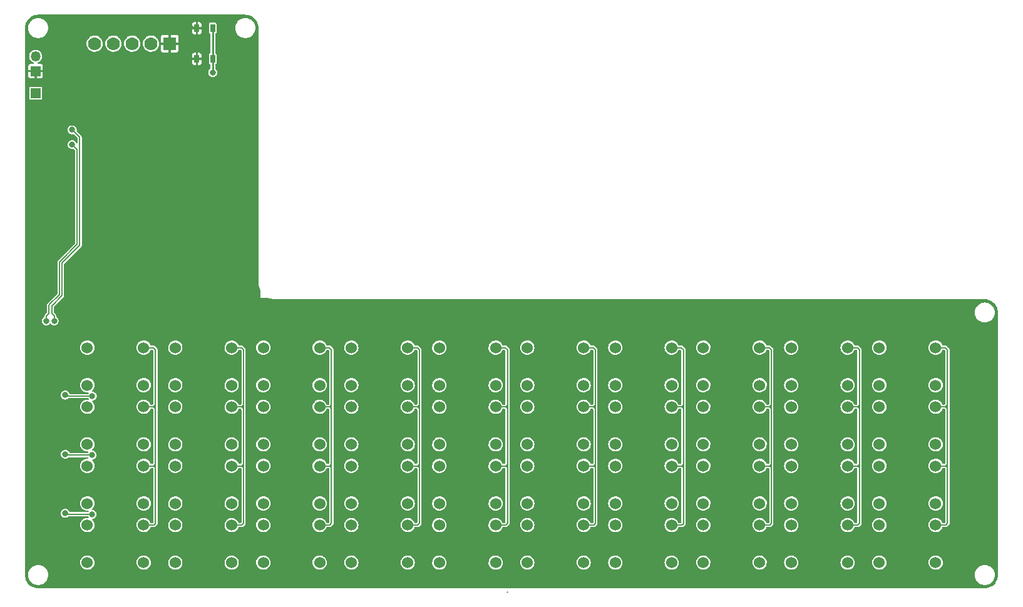
<source format=gbr>
%TF.GenerationSoftware,KiCad,Pcbnew,(6.0.4)*%
%TF.CreationDate,2022-10-14T21:38:42-05:00*%
%TF.ProjectId,Calculator_PCB _V2,43616c63-756c-4617-946f-725f50434220,rev?*%
%TF.SameCoordinates,Original*%
%TF.FileFunction,Copper,L1,Top*%
%TF.FilePolarity,Positive*%
%FSLAX46Y46*%
G04 Gerber Fmt 4.6, Leading zero omitted, Abs format (unit mm)*
G04 Created by KiCad (PCBNEW (6.0.4)) date 2022-10-14 21:38:42*
%MOMM*%
%LPD*%
G01*
G04 APERTURE LIST*
%TA.AperFunction,ComponentPad*%
%ADD10C,1.524000*%
%TD*%
%TA.AperFunction,SMDPad,CuDef*%
%ADD11R,0.650000X1.050000*%
%TD*%
%TA.AperFunction,ComponentPad*%
%ADD12R,1.350000X1.350000*%
%TD*%
%TA.AperFunction,ComponentPad*%
%ADD13O,1.350000X1.350000*%
%TD*%
%TA.AperFunction,ComponentPad*%
%ADD14R,1.778000X1.778000*%
%TD*%
%TA.AperFunction,ComponentPad*%
%ADD15C,1.778000*%
%TD*%
%TA.AperFunction,ViaPad*%
%ADD16C,0.800000*%
%TD*%
%TA.AperFunction,Conductor*%
%ADD17C,0.250000*%
%TD*%
%TA.AperFunction,Conductor*%
%ADD18C,0.150000*%
%TD*%
G04 APERTURE END LIST*
D10*
%TO.P,SW12,1,A*%
%TO.N,Net-(D12-Pad2)*%
X110090000Y-138540000D03*
X117710000Y-138540000D03*
%TO.P,SW12,2,B*%
%TO.N,/Col5*%
X117710000Y-133460000D03*
X110090000Y-133460000D03*
%TD*%
%TO.P,SW39,1,A*%
%TO.N,Net-(D39-Pad2)*%
X201010000Y-130540000D03*
X193390000Y-130540000D03*
%TO.P,SW39,2,B*%
%TO.N,/Col12*%
X201010000Y-125460000D03*
X193390000Y-125460000D03*
%TD*%
%TO.P,SW2,1,A*%
%TO.N,Net-(D2-Pad2)*%
X93910000Y-122540000D03*
X86290000Y-122540000D03*
%TO.P,SW2,2,B*%
%TO.N,/Col3*%
X86290000Y-117460000D03*
X93910000Y-117460000D03*
%TD*%
%TO.P,SW30,1,A*%
%TO.N,Net-(D30-Pad2)*%
X177210000Y-122540000D03*
X169590000Y-122540000D03*
%TO.P,SW30,2,B*%
%TO.N,/Col10*%
X169590000Y-117460000D03*
X177210000Y-117460000D03*
%TD*%
%TO.P,SW1,1,A*%
%TO.N,Net-(D1-Pad2)*%
X93910000Y-114540000D03*
X86290000Y-114540000D03*
%TO.P,SW1,2,B*%
%TO.N,/Col3*%
X86290000Y-109460000D03*
X93910000Y-109460000D03*
%TD*%
%TO.P,SW4,1,A*%
%TO.N,Net-(D4-Pad2)*%
X86290000Y-138540000D03*
X93910000Y-138540000D03*
%TO.P,SW4,2,B*%
%TO.N,/Col3*%
X86290000Y-133460000D03*
X93910000Y-133460000D03*
%TD*%
%TO.P,SW8,1,A*%
%TO.N,Net-(D8-Pad2)*%
X105810000Y-138540000D03*
X98190000Y-138540000D03*
%TO.P,SW8,2,B*%
%TO.N,/Col4*%
X98190000Y-133460000D03*
X105810000Y-133460000D03*
%TD*%
%TO.P,SW33,1,A*%
%TO.N,Net-(D33-Pad2)*%
X189110000Y-114540000D03*
X181490000Y-114540000D03*
%TO.P,SW33,2,B*%
%TO.N,/Col11*%
X181490000Y-109460000D03*
X189110000Y-109460000D03*
%TD*%
%TO.P,SW26,1,A*%
%TO.N,Net-(D26-Pad2)*%
X157690000Y-122540000D03*
X165310000Y-122540000D03*
%TO.P,SW26,2,B*%
%TO.N,/Col9*%
X165310000Y-117460000D03*
X157690000Y-117460000D03*
%TD*%
%TO.P,SW6,1,A*%
%TO.N,Net-(D6-Pad2)*%
X105810000Y-122540000D03*
X98190000Y-122540000D03*
%TO.P,SW6,2,B*%
%TO.N,/Col4*%
X105810000Y-117460000D03*
X98190000Y-117460000D03*
%TD*%
%TO.P,SW17,1,A*%
%TO.N,Net-(D17-Pad2)*%
X141510000Y-114540000D03*
X133890000Y-114540000D03*
%TO.P,SW17,2,B*%
%TO.N,/Col7*%
X133890000Y-109460000D03*
X141510000Y-109460000D03*
%TD*%
%TO.P,SW11,1,A*%
%TO.N,Net-(D11-Pad2)*%
X117710000Y-130540000D03*
X110090000Y-130540000D03*
%TO.P,SW11,2,B*%
%TO.N,/Col5*%
X117710000Y-125460000D03*
X110090000Y-125460000D03*
%TD*%
%TO.P,SW20,1,A*%
%TO.N,Net-(D20-Pad2)*%
X133890000Y-138540000D03*
X141510000Y-138540000D03*
%TO.P,SW20,2,B*%
%TO.N,/Col7*%
X141510000Y-133460000D03*
X133890000Y-133460000D03*
%TD*%
%TO.P,SW10,1,A*%
%TO.N,Net-(D10-Pad2)*%
X117710000Y-122540000D03*
X110090000Y-122540000D03*
%TO.P,SW10,2,B*%
%TO.N,/Col5*%
X117710000Y-117460000D03*
X110090000Y-117460000D03*
%TD*%
%TO.P,SW23,1,A*%
%TO.N,Net-(D23-Pad2)*%
X145790000Y-130540000D03*
X153410000Y-130540000D03*
%TO.P,SW23,2,B*%
%TO.N,/Col8*%
X153410000Y-125460000D03*
X145790000Y-125460000D03*
%TD*%
%TO.P,SW16,1,A*%
%TO.N,Net-(D16-Pad2)*%
X129610000Y-138540000D03*
X121990000Y-138540000D03*
%TO.P,SW16,2,B*%
%TO.N,/Col6*%
X121990000Y-133460000D03*
X129610000Y-133460000D03*
%TD*%
%TO.P,SW36,1,A*%
%TO.N,Net-(D36-Pad2)*%
X189110000Y-138540000D03*
X181490000Y-138540000D03*
%TO.P,SW36,2,B*%
%TO.N,/Col11*%
X189110000Y-133460000D03*
X181490000Y-133460000D03*
%TD*%
%TO.P,SW28,1,A*%
%TO.N,Net-(D28-Pad2)*%
X165310000Y-138540000D03*
X157690000Y-138540000D03*
%TO.P,SW28,2,B*%
%TO.N,/Col9*%
X157690000Y-133460000D03*
X165310000Y-133460000D03*
%TD*%
%TO.P,SW14,1,A*%
%TO.N,Net-(D14-Pad2)*%
X121990000Y-122540000D03*
X129610000Y-122540000D03*
%TO.P,SW14,2,B*%
%TO.N,/Col6*%
X121990000Y-117460000D03*
X129610000Y-117460000D03*
%TD*%
%TO.P,SW25,1,A*%
%TO.N,Net-(D25-Pad2)*%
X157690000Y-114540000D03*
X165310000Y-114540000D03*
%TO.P,SW25,2,B*%
%TO.N,/Col9*%
X157690000Y-109460000D03*
X165310000Y-109460000D03*
%TD*%
%TO.P,SW3,1,A*%
%TO.N,Net-(D3-Pad2)*%
X86290000Y-130540000D03*
X93910000Y-130540000D03*
%TO.P,SW3,2,B*%
%TO.N,/Col3*%
X93910000Y-125460000D03*
X86290000Y-125460000D03*
%TD*%
%TO.P,SW37,1,A*%
%TO.N,Net-(D37-Pad2)*%
X201010000Y-114540000D03*
X193390000Y-114540000D03*
%TO.P,SW37,2,B*%
%TO.N,/Col12*%
X193390000Y-109460000D03*
X201010000Y-109460000D03*
%TD*%
%TO.P,SW22,1,A*%
%TO.N,Net-(D22-Pad2)*%
X153410000Y-122540000D03*
X145790000Y-122540000D03*
%TO.P,SW22,2,B*%
%TO.N,/Col8*%
X145790000Y-117460000D03*
X153410000Y-117460000D03*
%TD*%
%TO.P,SW34,1,A*%
%TO.N,Net-(D34-Pad2)*%
X189110000Y-122540000D03*
X181490000Y-122540000D03*
%TO.P,SW34,2,B*%
%TO.N,/Col11*%
X189110000Y-117460000D03*
X181490000Y-117460000D03*
%TD*%
%TO.P,SW31,1,A*%
%TO.N,Net-(D31-Pad2)*%
X169590000Y-130540000D03*
X177210000Y-130540000D03*
%TO.P,SW31,2,B*%
%TO.N,/Col10*%
X169590000Y-125460000D03*
X177210000Y-125460000D03*
%TD*%
%TO.P,SW21,1,A*%
%TO.N,Net-(D21-Pad2)*%
X153410000Y-114540000D03*
X145790000Y-114540000D03*
%TO.P,SW21,2,B*%
%TO.N,/Col8*%
X145790000Y-109460000D03*
X153410000Y-109460000D03*
%TD*%
%TO.P,SW38,1,A*%
%TO.N,Net-(D38-Pad2)*%
X201010000Y-122540000D03*
X193390000Y-122540000D03*
%TO.P,SW38,2,B*%
%TO.N,/Col12*%
X201010000Y-117460000D03*
X193390000Y-117460000D03*
%TD*%
%TO.P,SW32,1,A*%
%TO.N,Net-(D32-Pad2)*%
X177210000Y-138540000D03*
X169590000Y-138540000D03*
%TO.P,SW32,2,B*%
%TO.N,/Col10*%
X177210000Y-133460000D03*
X169590000Y-133460000D03*
%TD*%
D11*
%TO.P,S1,1,1*%
%TO.N,GND*%
X101095000Y-70375000D03*
%TO.P,S1,2,2*%
X101095000Y-66225000D03*
%TO.P,S1,3,3*%
%TO.N,/USB_BOOT*%
X103245000Y-70375000D03*
%TO.P,S1,4,4*%
X103245000Y-66225000D03*
%TD*%
D10*
%TO.P,SW7,1,A*%
%TO.N,Net-(D7-Pad2)*%
X105810000Y-130540000D03*
X98190000Y-130540000D03*
%TO.P,SW7,2,B*%
%TO.N,/Col4*%
X98190000Y-125460000D03*
X105810000Y-125460000D03*
%TD*%
%TO.P,SW9,1,A*%
%TO.N,Net-(D9-Pad2)*%
X117710000Y-114540000D03*
X110090000Y-114540000D03*
%TO.P,SW9,2,B*%
%TO.N,/Col5*%
X117710000Y-109460000D03*
X110090000Y-109460000D03*
%TD*%
%TO.P,SW13,1,A*%
%TO.N,Net-(D13-Pad2)*%
X121990000Y-114540000D03*
X129610000Y-114540000D03*
%TO.P,SW13,2,B*%
%TO.N,/Col6*%
X129610000Y-109460000D03*
X121990000Y-109460000D03*
%TD*%
%TO.P,SW18,1,A*%
%TO.N,Net-(D18-Pad2)*%
X133890000Y-122540000D03*
X141510000Y-122540000D03*
%TO.P,SW18,2,B*%
%TO.N,/Col7*%
X141510000Y-117460000D03*
X133890000Y-117460000D03*
%TD*%
%TO.P,SW15,1,A*%
%TO.N,Net-(D15-Pad2)*%
X129610000Y-130540000D03*
X121990000Y-130540000D03*
%TO.P,SW15,2,B*%
%TO.N,/Col6*%
X129610000Y-125460000D03*
X121990000Y-125460000D03*
%TD*%
%TO.P,SW5,1,A*%
%TO.N,Net-(D5-Pad2)*%
X105810000Y-114540000D03*
X98190000Y-114540000D03*
%TO.P,SW5,2,B*%
%TO.N,/Col4*%
X98190000Y-109460000D03*
X105810000Y-109460000D03*
%TD*%
%TO.P,SW35,1,A*%
%TO.N,Net-(D35-Pad2)*%
X189110000Y-130540000D03*
X181490000Y-130540000D03*
%TO.P,SW35,2,B*%
%TO.N,/Col11*%
X189110000Y-125460000D03*
X181490000Y-125460000D03*
%TD*%
%TO.P,SW27,1,A*%
%TO.N,Net-(D27-Pad2)*%
X157690000Y-130540000D03*
X165310000Y-130540000D03*
%TO.P,SW27,2,B*%
%TO.N,/Col9*%
X165310000Y-125460000D03*
X157690000Y-125460000D03*
%TD*%
%TO.P,SW24,1,A*%
%TO.N,Net-(D24-Pad2)*%
X153410000Y-138540000D03*
X145790000Y-138540000D03*
%TO.P,SW24,2,B*%
%TO.N,/Col8*%
X153410000Y-133460000D03*
X145790000Y-133460000D03*
%TD*%
%TO.P,SW29,1,A*%
%TO.N,Net-(D29-Pad2)*%
X169590000Y-114540000D03*
X177210000Y-114540000D03*
%TO.P,SW29,2,B*%
%TO.N,/Col10*%
X177210000Y-109460000D03*
X169590000Y-109460000D03*
%TD*%
%TO.P,SW40,1,A*%
%TO.N,Net-(D40-Pad2)*%
X201010000Y-138540000D03*
X193390000Y-138540000D03*
%TO.P,SW40,2,B*%
%TO.N,/Col12*%
X201010000Y-133460000D03*
X193390000Y-133460000D03*
%TD*%
%TO.P,SW19,1,A*%
%TO.N,Net-(D19-Pad2)*%
X141510000Y-130540000D03*
X133890000Y-130540000D03*
%TO.P,SW19,2,B*%
%TO.N,/Col7*%
X133890000Y-125460000D03*
X141510000Y-125460000D03*
%TD*%
D12*
%TO.P,REF\u002A\u002A,1*%
%TO.N,/Row0*%
X79300000Y-75050000D03*
%TD*%
%TO.P,REF\u002A\u002A,1*%
%TO.N,GND*%
X79300000Y-72040000D03*
D13*
%TO.P,REF\u002A\u002A,2*%
%TO.N,+3V3*%
X79300000Y-70040000D03*
%TD*%
D14*
%TO.P,JP1,1,1*%
%TO.N,GND*%
X97430000Y-68340000D03*
D15*
%TO.P,JP1,2,2*%
%TO.N,/USB_D+*%
X94890000Y-68340000D03*
%TO.P,JP1,3,3*%
%TO.N,/USB_D-*%
X92350000Y-68340000D03*
%TO.P,JP1,4,4*%
%TO.N,+3V3*%
X89810000Y-68340000D03*
%TO.P,JP1,5,5*%
%TO.N,VBUS*%
X87270000Y-68340000D03*
%TD*%
D16*
%TO.N,/USB_BOOT*%
X103240000Y-72250000D03*
%TO.N,GND*%
X208550000Y-106660000D03*
X78780000Y-114560000D03*
X84650000Y-73080000D03*
X81290000Y-72030000D03*
X208550000Y-114560000D03*
X78780000Y-106660000D03*
X97430000Y-70380000D03*
%TO.N,/Row4*%
X83316940Y-123880000D03*
X86937200Y-124002800D03*
%TO.N,/Row5*%
X83315981Y-131880000D03*
X86940000Y-132000000D03*
%TO.N,/Row3*%
X86958200Y-116001800D03*
X83316940Y-115880000D03*
%TO.N,/y_out*%
X84250000Y-81990000D03*
X80750000Y-105830000D03*
%TO.N,/x_out*%
X81810000Y-105830000D03*
X84250000Y-79990000D03*
%TD*%
D17*
%TO.N,/USB_BOOT*%
X103245000Y-70375000D02*
X103245000Y-66225000D01*
X103240000Y-72250000D02*
X103240000Y-70380000D01*
X103240000Y-70380000D02*
X103245000Y-70375000D01*
%TO.N,GND*%
X100455000Y-70375000D02*
X99810000Y-69730000D01*
X100625000Y-66225000D02*
X99930000Y-65530000D01*
X101095000Y-66225000D02*
X100625000Y-66225000D01*
X101095000Y-70375000D02*
X100455000Y-70375000D01*
D18*
%TO.N,/Row4*%
X86937200Y-124002800D02*
X85962800Y-124002800D01*
X83439740Y-124002800D02*
X83316940Y-123880000D01*
X85962800Y-124002800D02*
X83439740Y-124002800D01*
%TO.N,/Row5*%
X85440000Y-132000000D02*
X83435981Y-132000000D01*
X83435981Y-132000000D02*
X83315981Y-131880000D01*
X86940000Y-132000000D02*
X85440000Y-132000000D01*
%TO.N,/Col10*%
X178540000Y-133460000D02*
X178590000Y-133460000D01*
X178804000Y-125676000D02*
X178804000Y-125425200D01*
X177210000Y-117460000D02*
X178463400Y-117460000D01*
X177210000Y-133460000D02*
X178540000Y-133460000D01*
X178489800Y-125460000D02*
X178560000Y-125460000D01*
X178789000Y-117460000D02*
X178804000Y-117475000D01*
X178804000Y-133096000D02*
X178804000Y-133246000D01*
X178463400Y-117460000D02*
X178789000Y-117460000D01*
X178590000Y-133460000D02*
X178804000Y-133246000D01*
X178804000Y-125095000D02*
X178804000Y-117856000D01*
X178489800Y-125460000D02*
X178769200Y-125460000D01*
X178804000Y-117216000D02*
X178804000Y-117094000D01*
X178804000Y-109728000D02*
X178536000Y-109460000D01*
X178588000Y-125460000D02*
X178804000Y-125676000D01*
X178804000Y-125425200D02*
X178804000Y-125216000D01*
X178804000Y-117706000D02*
X178804000Y-117475000D01*
X178804000Y-133096000D02*
X178804000Y-125755400D01*
X178463400Y-117460000D02*
X178560000Y-117460000D01*
X178560000Y-117460000D02*
X178560000Y-117462000D01*
X178804000Y-125755400D02*
X178804000Y-125676000D01*
X177210000Y-125460000D02*
X178489800Y-125460000D01*
X178804000Y-117856000D02*
X178804000Y-117754400D01*
X178560000Y-125460000D02*
X178804000Y-125216000D01*
X178804000Y-117754400D02*
X178804000Y-117706000D01*
X178560000Y-117462000D02*
X178804000Y-117706000D01*
X178560000Y-125460000D02*
X178588000Y-125460000D01*
X178769200Y-125460000D02*
X178804000Y-125425200D01*
X178804000Y-117094000D02*
X178804000Y-109728000D01*
X178804000Y-125216000D02*
X178804000Y-125095000D01*
X178536000Y-109460000D02*
X177210000Y-109460000D01*
X178804000Y-117475000D02*
X178804000Y-117216000D01*
X178560000Y-117460000D02*
X178804000Y-117216000D01*
%TO.N,/Col11*%
X190704000Y-125216000D02*
X190704000Y-125095000D01*
X190704000Y-117094000D02*
X190704000Y-109728000D01*
X190488000Y-125460000D02*
X190704000Y-125676000D01*
X190704000Y-117706000D02*
X190704000Y-117475000D01*
X190704000Y-125425200D02*
X190704000Y-125216000D01*
X190490000Y-133460000D02*
X190704000Y-133246000D01*
X189110000Y-133460000D02*
X190440000Y-133460000D01*
X190704000Y-109728000D02*
X190436000Y-109460000D01*
X190389800Y-125460000D02*
X190669200Y-125460000D01*
X190704000Y-133096000D02*
X190704000Y-133246000D01*
X190460000Y-125460000D02*
X190704000Y-125216000D01*
X190440000Y-133460000D02*
X190490000Y-133460000D01*
X190460000Y-117462000D02*
X190704000Y-117706000D01*
X190704000Y-117216000D02*
X190704000Y-117094000D01*
X190460000Y-117460000D02*
X190460000Y-117462000D01*
X190460000Y-117460000D02*
X190704000Y-117216000D01*
X190363400Y-117460000D02*
X190460000Y-117460000D01*
X190704000Y-117754400D02*
X190704000Y-117706000D01*
X190704000Y-117856000D02*
X190704000Y-117754400D01*
X190704000Y-125755400D02*
X190704000Y-125676000D01*
X190704000Y-125095000D02*
X190704000Y-117856000D01*
X190460000Y-125460000D02*
X190488000Y-125460000D01*
X190704000Y-117475000D02*
X190704000Y-117216000D01*
X190689000Y-117460000D02*
X190704000Y-117475000D01*
X190704000Y-125676000D02*
X190704000Y-125425200D01*
X190363400Y-117460000D02*
X190689000Y-117460000D01*
X190436000Y-109460000D02*
X189110000Y-109460000D01*
X190704000Y-133096000D02*
X190704000Y-125755400D01*
X189110000Y-117460000D02*
X190363400Y-117460000D01*
X190389800Y-125460000D02*
X190460000Y-125460000D01*
X190669200Y-125460000D02*
X190704000Y-125425200D01*
X189110000Y-125460000D02*
X190389800Y-125460000D01*
%TO.N,/Col12*%
X201010000Y-133460000D02*
X202340000Y-133460000D01*
X202336000Y-109460000D02*
X201010000Y-109460000D01*
X201010000Y-125460000D02*
X202289800Y-125460000D01*
X202604000Y-125676000D02*
X202604000Y-125425200D01*
X202604000Y-125095000D02*
X202604000Y-117856000D01*
X202604000Y-117475000D02*
X202604000Y-117216000D01*
X202604000Y-133096000D02*
X202604000Y-133246000D01*
X202340000Y-133460000D02*
X202390000Y-133460000D01*
X202390000Y-133460000D02*
X202604000Y-133246000D01*
X202604000Y-125425200D02*
X202604000Y-125216000D01*
X202604000Y-133096000D02*
X202604000Y-125755400D01*
X202360000Y-117460000D02*
X202604000Y-117216000D01*
X202604000Y-109728000D02*
X202336000Y-109460000D01*
X202360000Y-117462000D02*
X202604000Y-117706000D01*
X202604000Y-117094000D02*
X202604000Y-109728000D01*
X202289800Y-125460000D02*
X202569200Y-125460000D01*
X201010000Y-117460000D02*
X202263400Y-117460000D01*
X202388000Y-125460000D02*
X202604000Y-125676000D01*
X202263400Y-117460000D02*
X202360000Y-117460000D01*
X202289800Y-125460000D02*
X202360000Y-125460000D01*
X202604000Y-125216000D02*
X202604000Y-125095000D01*
X202589000Y-117460000D02*
X202604000Y-117475000D01*
X202263400Y-117460000D02*
X202589000Y-117460000D01*
X202360000Y-125460000D02*
X202388000Y-125460000D01*
X202604000Y-117754400D02*
X202604000Y-117706000D01*
X202604000Y-117216000D02*
X202604000Y-117094000D01*
X202604000Y-125755400D02*
X202604000Y-125676000D01*
X202360000Y-117460000D02*
X202360000Y-117462000D01*
X202604000Y-117856000D02*
X202604000Y-117754400D01*
X202604000Y-117706000D02*
X202604000Y-117475000D01*
X202360000Y-125460000D02*
X202604000Y-125216000D01*
X202569200Y-125460000D02*
X202604000Y-125425200D01*
%TO.N,/Row3*%
X85681800Y-116001800D02*
X83438740Y-116001800D01*
X83438740Y-116001800D02*
X83316940Y-115880000D01*
X86958200Y-116001800D02*
X85681800Y-116001800D01*
%TO.N,/Col3*%
X95504000Y-117475000D02*
X95504000Y-117216000D01*
X95504000Y-133256000D02*
X95504000Y-125676000D01*
X95504000Y-109728000D02*
X95236000Y-109460000D01*
X95504000Y-125425200D02*
X95504000Y-125216000D01*
X95260000Y-125460000D02*
X95288000Y-125460000D01*
X93910000Y-117460000D02*
X95163400Y-117460000D01*
X95260000Y-117462000D02*
X95504000Y-117706000D01*
X95504000Y-117216000D02*
X95504000Y-117094000D01*
X95504000Y-125095000D02*
X95504000Y-117856000D01*
X95504000Y-117856000D02*
X95504000Y-117754400D01*
X95504000Y-125216000D02*
X95504000Y-125095000D01*
X95504000Y-117094000D02*
X95504000Y-109728000D01*
X93910000Y-133460000D02*
X95300000Y-133460000D01*
X95469200Y-125460000D02*
X95504000Y-125425200D01*
X95260000Y-117460000D02*
X95260000Y-117462000D01*
X95260000Y-117460000D02*
X95504000Y-117216000D01*
X95504000Y-125676000D02*
X95504000Y-125425200D01*
X95489000Y-117460000D02*
X95504000Y-117475000D01*
X95163400Y-117460000D02*
X95260000Y-117460000D01*
X95236000Y-109460000D02*
X93910000Y-109460000D01*
X95504000Y-117706000D02*
X95504000Y-117475000D01*
X95260000Y-125460000D02*
X95504000Y-125216000D01*
X95189800Y-125460000D02*
X95260000Y-125460000D01*
X95288000Y-125460000D02*
X95504000Y-125676000D01*
X95189800Y-125460000D02*
X95469200Y-125460000D01*
X93910000Y-125460000D02*
X95189800Y-125460000D01*
X95163400Y-117460000D02*
X95489000Y-117460000D01*
X95504000Y-117754400D02*
X95504000Y-117706000D01*
X95300000Y-133460000D02*
X95504000Y-133256000D01*
%TO.N,/Col4*%
X107160000Y-125460000D02*
X107404000Y-125216000D01*
X107089800Y-125460000D02*
X107160000Y-125460000D01*
X107404000Y-117216000D02*
X107404000Y-117094000D01*
X107160000Y-117462000D02*
X107404000Y-117706000D01*
X105810000Y-117460000D02*
X107063400Y-117460000D01*
X107404000Y-109728000D02*
X107136000Y-109460000D01*
X107404000Y-117706000D02*
X107404000Y-117475000D01*
X107160000Y-117460000D02*
X107160000Y-117462000D01*
X107160000Y-125460000D02*
X107188000Y-125460000D01*
X107063400Y-117460000D02*
X107160000Y-117460000D01*
X107404000Y-117475000D02*
X107404000Y-117216000D01*
X107063400Y-117460000D02*
X107389000Y-117460000D01*
X107180000Y-133460000D02*
X107404000Y-133236000D01*
X107188000Y-125460000D02*
X107404000Y-125676000D01*
X107404000Y-117856000D02*
X107404000Y-117754400D01*
X107404000Y-125676000D02*
X107404000Y-125425200D01*
X107404000Y-125216000D02*
X107404000Y-125095000D01*
X107089800Y-125460000D02*
X107369200Y-125460000D01*
X107136000Y-109460000D02*
X105810000Y-109460000D01*
X107404000Y-133236000D02*
X107404000Y-125676000D01*
X105810000Y-125460000D02*
X107089800Y-125460000D01*
X107404000Y-117754400D02*
X107404000Y-117706000D01*
X107389000Y-117460000D02*
X107404000Y-117475000D01*
X107404000Y-125095000D02*
X107404000Y-117856000D01*
X105810000Y-133460000D02*
X107180000Y-133460000D01*
X107404000Y-125425200D02*
X107404000Y-125216000D01*
X107404000Y-117094000D02*
X107404000Y-109728000D01*
X107160000Y-117460000D02*
X107404000Y-117216000D01*
X107369200Y-125460000D02*
X107404000Y-125425200D01*
%TO.N,/Col5*%
X119304000Y-125676000D02*
X119304000Y-125425200D01*
X117710000Y-117460000D02*
X118963400Y-117460000D01*
X119060000Y-117462000D02*
X119304000Y-117706000D01*
X119304000Y-109728000D02*
X119036000Y-109460000D01*
X117710000Y-133460000D02*
X119040000Y-133460000D01*
X119304000Y-133096000D02*
X119304000Y-133246000D01*
X119304000Y-133096000D02*
X119304000Y-125755400D01*
X119304000Y-125755400D02*
X119304000Y-125676000D01*
X119304000Y-117475000D02*
X119304000Y-117216000D01*
X118989800Y-125460000D02*
X119269200Y-125460000D01*
X119269200Y-125460000D02*
X119304000Y-125425200D01*
X118963400Y-117460000D02*
X119289000Y-117460000D01*
X119289000Y-117460000D02*
X119304000Y-117475000D01*
X119304000Y-117754400D02*
X119304000Y-117706000D01*
X119060000Y-125460000D02*
X119088000Y-125460000D01*
X119304000Y-125425200D02*
X119304000Y-125216000D01*
X119090000Y-133460000D02*
X119304000Y-133246000D01*
X119088000Y-125460000D02*
X119304000Y-125676000D01*
X119304000Y-117216000D02*
X119304000Y-117094000D01*
X119060000Y-117460000D02*
X119060000Y-117462000D01*
X119304000Y-117706000D02*
X119304000Y-117475000D01*
X119036000Y-109460000D02*
X117710000Y-109460000D01*
X119304000Y-117094000D02*
X119304000Y-109728000D01*
X119304000Y-125216000D02*
X119304000Y-125095000D01*
X119060000Y-125460000D02*
X119304000Y-125216000D01*
X118989800Y-125460000D02*
X119060000Y-125460000D01*
X119060000Y-117460000D02*
X119304000Y-117216000D01*
X119304000Y-125095000D02*
X119304000Y-117856000D01*
X118963400Y-117460000D02*
X119060000Y-117460000D01*
X119040000Y-133460000D02*
X119090000Y-133460000D01*
X117710000Y-125460000D02*
X118989800Y-125460000D01*
X119304000Y-117856000D02*
X119304000Y-117754400D01*
%TO.N,/Col6*%
X131204000Y-117856000D02*
X131204000Y-117754400D01*
X130936000Y-109460000D02*
X129610000Y-109460000D01*
X131204000Y-117754400D02*
X131204000Y-117706000D01*
X130863400Y-117460000D02*
X130960000Y-117460000D01*
X131204000Y-109728000D02*
X130936000Y-109460000D01*
X130960000Y-117460000D02*
X131204000Y-117216000D01*
X130960000Y-117462000D02*
X131204000Y-117706000D01*
X130990000Y-133460000D02*
X131204000Y-133246000D01*
X131204000Y-125216000D02*
X131204000Y-125095000D01*
X131169200Y-125460000D02*
X131204000Y-125425200D01*
X131189000Y-117460000D02*
X131204000Y-117475000D01*
X131204000Y-117475000D02*
X131204000Y-117216000D01*
X131204000Y-125425200D02*
X131204000Y-125216000D01*
X130889800Y-125460000D02*
X131169200Y-125460000D01*
X131204000Y-133096000D02*
X131204000Y-133246000D01*
X131204000Y-125676000D02*
X131204000Y-125425200D01*
X129610000Y-117460000D02*
X130863400Y-117460000D01*
X130889800Y-125460000D02*
X130960000Y-125460000D01*
X130940000Y-133460000D02*
X130990000Y-133460000D01*
X130960000Y-125460000D02*
X130988000Y-125460000D01*
X129610000Y-133460000D02*
X130940000Y-133460000D01*
X129610000Y-125460000D02*
X130889800Y-125460000D01*
X130960000Y-125460000D02*
X131204000Y-125216000D01*
X130960000Y-117460000D02*
X130960000Y-117462000D01*
X131204000Y-117706000D02*
X131204000Y-117475000D01*
X131204000Y-133096000D02*
X131204000Y-125755400D01*
X131204000Y-125755400D02*
X131204000Y-125676000D01*
X131204000Y-117216000D02*
X131204000Y-117094000D01*
X131204000Y-125095000D02*
X131204000Y-117856000D01*
X130988000Y-125460000D02*
X131204000Y-125676000D01*
X131204000Y-117094000D02*
X131204000Y-109728000D01*
X130863400Y-117460000D02*
X131189000Y-117460000D01*
%TO.N,/Col7*%
X143089000Y-117460000D02*
X143104000Y-117475000D01*
X143104000Y-125425200D02*
X143104000Y-125216000D01*
X143069200Y-125460000D02*
X143104000Y-125425200D01*
X143104000Y-117216000D02*
X143104000Y-117094000D01*
X143104000Y-133096000D02*
X143104000Y-125755400D01*
X142860000Y-125460000D02*
X142888000Y-125460000D01*
X143104000Y-125755400D02*
X143104000Y-125676000D01*
X143104000Y-117856000D02*
X143104000Y-117754400D01*
X141510000Y-125460000D02*
X142789800Y-125460000D01*
X142860000Y-125460000D02*
X143104000Y-125216000D01*
X143104000Y-117706000D02*
X143104000Y-117475000D01*
X142860000Y-117460000D02*
X143104000Y-117216000D01*
X143104000Y-117475000D02*
X143104000Y-117216000D01*
X143104000Y-117754400D02*
X143104000Y-117706000D01*
X143104000Y-125676000D02*
X143104000Y-125425200D01*
X143104000Y-117094000D02*
X143104000Y-109728000D01*
X143104000Y-109728000D02*
X142836000Y-109460000D01*
X142860000Y-117460000D02*
X142860000Y-117462000D01*
X141510000Y-133460000D02*
X142840000Y-133460000D01*
X142888000Y-125460000D02*
X143104000Y-125676000D01*
X142890000Y-133460000D02*
X143104000Y-133246000D01*
X142789800Y-125460000D02*
X142860000Y-125460000D01*
X143104000Y-125216000D02*
X143104000Y-125095000D01*
X142840000Y-133460000D02*
X142890000Y-133460000D01*
X142763400Y-117460000D02*
X142860000Y-117460000D01*
X142836000Y-109460000D02*
X141510000Y-109460000D01*
X142763400Y-117460000D02*
X143089000Y-117460000D01*
X142860000Y-117462000D02*
X143104000Y-117706000D01*
X142789800Y-125460000D02*
X143069200Y-125460000D01*
X141510000Y-117460000D02*
X142763400Y-117460000D01*
X143104000Y-125095000D02*
X143104000Y-117856000D01*
X143104000Y-142516000D02*
X143100000Y-142520000D01*
X143104000Y-133096000D02*
X143104000Y-133246000D01*
%TO.N,/Col8*%
X154736000Y-109460000D02*
X153410000Y-109460000D01*
X155004000Y-117094000D02*
X155004000Y-109728000D01*
X154760000Y-125460000D02*
X154788000Y-125460000D01*
X154790000Y-133460000D02*
X153410000Y-133460000D01*
X154760000Y-117460000D02*
X155004000Y-117216000D01*
X155004000Y-117216000D02*
X155004000Y-117094000D01*
X153410000Y-125460000D02*
X154689800Y-125460000D01*
X155004000Y-117754400D02*
X155004000Y-117706000D01*
X154760000Y-117460000D02*
X154760000Y-117462000D01*
X154663400Y-117460000D02*
X154989000Y-117460000D01*
X154689800Y-125460000D02*
X154760000Y-125460000D01*
X155004000Y-117475000D02*
X155004000Y-117216000D01*
X155004000Y-109728000D02*
X154736000Y-109460000D01*
X155004000Y-125425200D02*
X155004000Y-125216000D01*
X154989000Y-117460000D02*
X155004000Y-117475000D01*
X154689800Y-125460000D02*
X154969200Y-125460000D01*
X155004000Y-133246000D02*
X154790000Y-133460000D01*
X155004000Y-125676000D02*
X155004000Y-133246000D01*
X155004000Y-117856000D02*
X155004000Y-117754400D01*
X154760000Y-117462000D02*
X155004000Y-117706000D01*
X154760000Y-125460000D02*
X155004000Y-125216000D01*
X155004000Y-125216000D02*
X155004000Y-125095000D01*
X153410000Y-117460000D02*
X154663400Y-117460000D01*
X155004000Y-117706000D02*
X155004000Y-117475000D01*
X155004000Y-125095000D02*
X155004000Y-117856000D01*
X154969200Y-125460000D02*
X155004000Y-125425200D01*
X154663400Y-117460000D02*
X154760000Y-117460000D01*
X154788000Y-125460000D02*
X155004000Y-125676000D01*
X155004000Y-125676000D02*
X155004000Y-125425200D01*
%TO.N,/Col9*%
X166589800Y-125460000D02*
X166660000Y-125460000D01*
X166904000Y-125095000D02*
X166904000Y-117856000D01*
X165310000Y-117460000D02*
X166563400Y-117460000D01*
X166700000Y-133460000D02*
X165310000Y-133460000D01*
X166660000Y-117460000D02*
X166904000Y-117216000D01*
X166636000Y-109460000D02*
X165310000Y-109460000D01*
X166904000Y-125425200D02*
X166904000Y-125216000D01*
X166660000Y-125460000D02*
X166688000Y-125460000D01*
X166563400Y-117460000D02*
X166660000Y-117460000D01*
X166904000Y-117856000D02*
X166904000Y-117754400D01*
X166904000Y-117216000D02*
X166904000Y-117094000D01*
X166660000Y-117462000D02*
X166904000Y-117706000D01*
X166904000Y-125216000D02*
X166904000Y-125095000D01*
X166904000Y-125676000D02*
X166904000Y-133256000D01*
X166904000Y-117706000D02*
X166904000Y-117475000D01*
X166589800Y-125460000D02*
X166869200Y-125460000D01*
X166563400Y-117460000D02*
X166889000Y-117460000D01*
X166660000Y-117460000D02*
X166660000Y-117462000D01*
X165310000Y-125460000D02*
X166589800Y-125460000D01*
X166904000Y-109728000D02*
X166636000Y-109460000D01*
X166660000Y-125460000D02*
X166904000Y-125216000D01*
X166869200Y-125460000D02*
X166904000Y-125425200D01*
X166904000Y-117754400D02*
X166904000Y-117706000D01*
X166688000Y-125460000D02*
X166904000Y-125676000D01*
X166904000Y-117475000D02*
X166904000Y-117216000D01*
X166904000Y-117094000D02*
X166904000Y-109728000D01*
X166904000Y-125676000D02*
X166904000Y-125425200D01*
X166889000Y-117460000D02*
X166904000Y-117475000D01*
X166904000Y-133256000D02*
X166700000Y-133460000D01*
%TO.N,/y_out*%
X81120480Y-104819520D02*
X80750000Y-105190000D01*
X82512629Y-102283075D02*
X81120481Y-103675223D01*
X84260000Y-81990000D02*
X84910000Y-82640000D01*
X84910000Y-95480000D02*
X82512629Y-97877371D01*
X81120481Y-103675223D02*
X81120480Y-104819520D01*
X80750000Y-105190000D02*
X80750000Y-105830000D01*
X84910000Y-82640000D02*
X84910000Y-95480000D01*
X82512629Y-97877371D02*
X82512629Y-102283075D01*
D17*
X84250000Y-81990000D02*
X84260000Y-81990000D01*
D18*
%TO.N,/x_out*%
X81470000Y-104850000D02*
X81810000Y-105190000D01*
X85259519Y-95624777D02*
X82862148Y-98022148D01*
X85259520Y-80999520D02*
X85259519Y-95624777D01*
X81470000Y-103820000D02*
X81470000Y-104850000D01*
X82862148Y-102427852D02*
X81470000Y-103820000D01*
X81810000Y-105190000D02*
X81810000Y-105830000D01*
X81800000Y-105820000D02*
X81810000Y-105830000D01*
X82862148Y-98022148D02*
X82862148Y-102427852D01*
X84250000Y-79990000D02*
X85259520Y-80999520D01*
%TD*%
%TA.AperFunction,Conductor*%
%TO.N,GND*%
G36*
X107638171Y-64413017D02*
G01*
X107638784Y-64413158D01*
X107638785Y-64413158D01*
X107649651Y-64415656D01*
X107660525Y-64413195D01*
X107671673Y-64413214D01*
X107671673Y-64413369D01*
X107681723Y-64412577D01*
X107784115Y-64419283D01*
X107878418Y-64425460D01*
X107891259Y-64427150D01*
X108109394Y-64470532D01*
X108121903Y-64473883D01*
X108332516Y-64545369D01*
X108344481Y-64550325D01*
X108543952Y-64648688D01*
X108555168Y-64655163D01*
X108740096Y-64778725D01*
X108750370Y-64786608D01*
X108770263Y-64804053D01*
X108850663Y-64874561D01*
X108917589Y-64933253D01*
X108926747Y-64942411D01*
X109073392Y-65109630D01*
X109081275Y-65119904D01*
X109204837Y-65304832D01*
X109211312Y-65316048D01*
X109309675Y-65515519D01*
X109314631Y-65527484D01*
X109386117Y-65738097D01*
X109389468Y-65750606D01*
X109432850Y-65968741D01*
X109434540Y-65981582D01*
X109447389Y-66177761D01*
X109446596Y-66187618D01*
X109446863Y-66187618D01*
X109446843Y-66198766D01*
X109444344Y-66209631D01*
X109446804Y-66220504D01*
X109447060Y-66221636D01*
X109449500Y-66243482D01*
X109449500Y-100675726D01*
X109446944Y-100698076D01*
X109445611Y-100703827D01*
X109445611Y-100703831D01*
X109444345Y-100709292D01*
X109444344Y-100710010D01*
X109445588Y-100715459D01*
X109445786Y-100717230D01*
X109446220Y-100722263D01*
X109461563Y-100975730D01*
X109462100Y-100978659D01*
X109462101Y-100978668D01*
X109509020Y-101234636D01*
X109509559Y-101237575D01*
X109510450Y-101240433D01*
X109587873Y-101488868D01*
X109587877Y-101488877D01*
X109588764Y-101491725D01*
X109680256Y-101694998D01*
X109688978Y-101735525D01*
X109690000Y-102720000D01*
X110060602Y-102719963D01*
X110732946Y-102719896D01*
X110773589Y-102728619D01*
X110834643Y-102756098D01*
X110868275Y-102771236D01*
X110871123Y-102772123D01*
X110871132Y-102772127D01*
X111036563Y-102823682D01*
X111122425Y-102850441D01*
X111125360Y-102850979D01*
X111125364Y-102850980D01*
X111381332Y-102897899D01*
X111381341Y-102897900D01*
X111384270Y-102898437D01*
X111387248Y-102898617D01*
X111387254Y-102898618D01*
X111496677Y-102905241D01*
X111636747Y-102913721D01*
X111642072Y-102914188D01*
X111643805Y-102914388D01*
X111649272Y-102915655D01*
X111649990Y-102915656D01*
X111655431Y-102914415D01*
X111655441Y-102914414D01*
X111661731Y-102912979D01*
X111683745Y-102910500D01*
X207615990Y-102910500D01*
X207638171Y-102913017D01*
X207638784Y-102913158D01*
X207638785Y-102913158D01*
X207649651Y-102915656D01*
X207660525Y-102913195D01*
X207671673Y-102913214D01*
X207671673Y-102913369D01*
X207681723Y-102912577D01*
X207784115Y-102919283D01*
X207878418Y-102925460D01*
X207891259Y-102927150D01*
X208109394Y-102970532D01*
X208121903Y-102973883D01*
X208332516Y-103045369D01*
X208344481Y-103050325D01*
X208543952Y-103148688D01*
X208555168Y-103155163D01*
X208740096Y-103278725D01*
X208750370Y-103286608D01*
X208850663Y-103374561D01*
X208917589Y-103433253D01*
X208926745Y-103442409D01*
X208963841Y-103484709D01*
X209073392Y-103609630D01*
X209081275Y-103619904D01*
X209204837Y-103804832D01*
X209211312Y-103816048D01*
X209309675Y-104015519D01*
X209314631Y-104027484D01*
X209386117Y-104238097D01*
X209389468Y-104250606D01*
X209432850Y-104468741D01*
X209434540Y-104481582D01*
X209447389Y-104677761D01*
X209446596Y-104687618D01*
X209446863Y-104687618D01*
X209446843Y-104698766D01*
X209444344Y-104709631D01*
X209446804Y-104720504D01*
X209447060Y-104721636D01*
X209449500Y-104743482D01*
X209449500Y-140175983D01*
X209446982Y-140198169D01*
X209444344Y-140209641D01*
X209446805Y-140220516D01*
X209446785Y-140231662D01*
X209446631Y-140231662D01*
X209447421Y-140241712D01*
X209434530Y-140438404D01*
X209432841Y-140451235D01*
X209389450Y-140669382D01*
X209386099Y-140681887D01*
X209367195Y-140737577D01*
X209314605Y-140892500D01*
X209309656Y-140904449D01*
X209211276Y-141103944D01*
X209204813Y-141115137D01*
X209125073Y-141234476D01*
X209081243Y-141300072D01*
X209073360Y-141310345D01*
X208926717Y-141477560D01*
X208917560Y-141486717D01*
X208750345Y-141633360D01*
X208740072Y-141641243D01*
X208555137Y-141764813D01*
X208543944Y-141771276D01*
X208344449Y-141869656D01*
X208332501Y-141874605D01*
X208121887Y-141946099D01*
X208109387Y-141949449D01*
X207891237Y-141992841D01*
X207878412Y-141994529D01*
X207682225Y-142007388D01*
X207672372Y-142006595D01*
X207672372Y-142006862D01*
X207661224Y-142006842D01*
X207650359Y-142004344D01*
X207638359Y-142007059D01*
X207616512Y-142009500D01*
X79684025Y-142009500D01*
X79661834Y-142006981D01*
X79661234Y-142006843D01*
X79650369Y-142004344D01*
X79639494Y-142006804D01*
X79628348Y-142006784D01*
X79628348Y-142006629D01*
X79618301Y-142007420D01*
X79526888Y-142001424D01*
X79421602Y-141994518D01*
X79408765Y-141992827D01*
X79190637Y-141949431D01*
X79178129Y-141946079D01*
X78967520Y-141874580D01*
X78955557Y-141869624D01*
X78756094Y-141771254D01*
X78744883Y-141764782D01*
X78559960Y-141641217D01*
X78549686Y-141633334D01*
X78382469Y-141486687D01*
X78373313Y-141477531D01*
X78226666Y-141310314D01*
X78218783Y-141300040D01*
X78130293Y-141167609D01*
X78095217Y-141115115D01*
X78088744Y-141103903D01*
X78075901Y-141077860D01*
X77990375Y-140904440D01*
X77985420Y-140892480D01*
X77913921Y-140681871D01*
X77910569Y-140669363D01*
X77867173Y-140451235D01*
X77865482Y-140438398D01*
X77852614Y-140242216D01*
X77853407Y-140232361D01*
X77853139Y-140232361D01*
X77853158Y-140221215D01*
X77855656Y-140210349D01*
X77855577Y-140210000D01*
X78294341Y-140210000D01*
X78314937Y-140445408D01*
X78376097Y-140673663D01*
X78475965Y-140887829D01*
X78478446Y-140891372D01*
X78478447Y-140891374D01*
X78483520Y-140898619D01*
X78611505Y-141081401D01*
X78778599Y-141248495D01*
X78972171Y-141384035D01*
X79186337Y-141483903D01*
X79414592Y-141545063D01*
X79499431Y-141552486D01*
X79588870Y-141560311D01*
X79588878Y-141560311D01*
X79591034Y-141560500D01*
X79708966Y-141560500D01*
X79711122Y-141560311D01*
X79711130Y-141560311D01*
X79800569Y-141552486D01*
X79885408Y-141545063D01*
X80113663Y-141483903D01*
X80327829Y-141384035D01*
X80521401Y-141248495D01*
X80688495Y-141081401D01*
X80775521Y-140957115D01*
X80821553Y-140891375D01*
X80821554Y-140891373D01*
X80824035Y-140887830D01*
X80923903Y-140673663D01*
X80985063Y-140445408D01*
X81005659Y-140210000D01*
X206294341Y-140210000D01*
X206314937Y-140445408D01*
X206376097Y-140673663D01*
X206475965Y-140887829D01*
X206478446Y-140891372D01*
X206478447Y-140891374D01*
X206483520Y-140898619D01*
X206611505Y-141081401D01*
X206778599Y-141248495D01*
X206972171Y-141384035D01*
X207186337Y-141483903D01*
X207414592Y-141545063D01*
X207499431Y-141552486D01*
X207588870Y-141560311D01*
X207588878Y-141560311D01*
X207591034Y-141560500D01*
X207708966Y-141560500D01*
X207711122Y-141560311D01*
X207711130Y-141560311D01*
X207800569Y-141552486D01*
X207885408Y-141545063D01*
X208113663Y-141483903D01*
X208327829Y-141384035D01*
X208521401Y-141248495D01*
X208688495Y-141081401D01*
X208775521Y-140957115D01*
X208821553Y-140891375D01*
X208821554Y-140891373D01*
X208824035Y-140887830D01*
X208923903Y-140673663D01*
X208985063Y-140445408D01*
X209005659Y-140210000D01*
X208985063Y-139974592D01*
X208923903Y-139746337D01*
X208824035Y-139532171D01*
X208805971Y-139506372D01*
X208750927Y-139427762D01*
X208688495Y-139338599D01*
X208521401Y-139171505D01*
X208327829Y-139035965D01*
X208113663Y-138936097D01*
X207885408Y-138874937D01*
X207800569Y-138867514D01*
X207711130Y-138859689D01*
X207711122Y-138859689D01*
X207708966Y-138859500D01*
X207591034Y-138859500D01*
X207588878Y-138859689D01*
X207588870Y-138859689D01*
X207499431Y-138867514D01*
X207414592Y-138874937D01*
X207186337Y-138936097D01*
X206972171Y-139035965D01*
X206778599Y-139171505D01*
X206611505Y-139338599D01*
X206609026Y-139342140D01*
X206478447Y-139528625D01*
X206478446Y-139528627D01*
X206475965Y-139532170D01*
X206376097Y-139746337D01*
X206314937Y-139974592D01*
X206294341Y-140210000D01*
X81005659Y-140210000D01*
X80985063Y-139974592D01*
X80923903Y-139746337D01*
X80824035Y-139532171D01*
X80805971Y-139506372D01*
X80750927Y-139427762D01*
X80688495Y-139338599D01*
X80521401Y-139171505D01*
X80327829Y-139035965D01*
X80113663Y-138936097D01*
X79885408Y-138874937D01*
X79800569Y-138867514D01*
X79711130Y-138859689D01*
X79711122Y-138859689D01*
X79708966Y-138859500D01*
X79591034Y-138859500D01*
X79588878Y-138859689D01*
X79588870Y-138859689D01*
X79499431Y-138867514D01*
X79414592Y-138874937D01*
X79186337Y-138936097D01*
X78972171Y-139035965D01*
X78778599Y-139171505D01*
X78611505Y-139338599D01*
X78609026Y-139342140D01*
X78478447Y-139528625D01*
X78478446Y-139528627D01*
X78475965Y-139532170D01*
X78376097Y-139746337D01*
X78314937Y-139974592D01*
X78294341Y-140210000D01*
X77855577Y-140210000D01*
X77852942Y-140198356D01*
X77850500Y-140176504D01*
X77850500Y-138526496D01*
X85322937Y-138526496D01*
X85338732Y-138714590D01*
X85340065Y-138719238D01*
X85340065Y-138719239D01*
X85384711Y-138874937D01*
X85390760Y-138896034D01*
X85392975Y-138900344D01*
X85474827Y-139059612D01*
X85474830Y-139059616D01*
X85477040Y-139063917D01*
X85594285Y-139211844D01*
X85597972Y-139214982D01*
X85597974Y-139214984D01*
X85734342Y-139331042D01*
X85734347Y-139331045D01*
X85738030Y-139334180D01*
X85742253Y-139336540D01*
X85742257Y-139336543D01*
X85782046Y-139358780D01*
X85902800Y-139426267D01*
X85943592Y-139439521D01*
X86077718Y-139483101D01*
X86077721Y-139483102D01*
X86082317Y-139484595D01*
X86087113Y-139485167D01*
X86087118Y-139485168D01*
X86176031Y-139495770D01*
X86269745Y-139506945D01*
X86274567Y-139506574D01*
X86274570Y-139506574D01*
X86336278Y-139501826D01*
X86457945Y-139492464D01*
X86639748Y-139441703D01*
X86808229Y-139356598D01*
X86956970Y-139240388D01*
X86960132Y-139236725D01*
X86960137Y-139236720D01*
X87077143Y-139101166D01*
X87080307Y-139097501D01*
X87099386Y-139063917D01*
X87171153Y-138937584D01*
X87171154Y-138937581D01*
X87173542Y-138933378D01*
X87187515Y-138891376D01*
X87231596Y-138758863D01*
X87231596Y-138758861D01*
X87233123Y-138754272D01*
X87256780Y-138567005D01*
X87257157Y-138540000D01*
X87255833Y-138526496D01*
X92942937Y-138526496D01*
X92958732Y-138714590D01*
X92960065Y-138719238D01*
X92960065Y-138719239D01*
X93004711Y-138874937D01*
X93010760Y-138896034D01*
X93012975Y-138900344D01*
X93094827Y-139059612D01*
X93094830Y-139059616D01*
X93097040Y-139063917D01*
X93214285Y-139211844D01*
X93217972Y-139214982D01*
X93217974Y-139214984D01*
X93354342Y-139331042D01*
X93354347Y-139331045D01*
X93358030Y-139334180D01*
X93362253Y-139336540D01*
X93362257Y-139336543D01*
X93402046Y-139358780D01*
X93522800Y-139426267D01*
X93563592Y-139439521D01*
X93697718Y-139483101D01*
X93697721Y-139483102D01*
X93702317Y-139484595D01*
X93707113Y-139485167D01*
X93707118Y-139485168D01*
X93796031Y-139495770D01*
X93889745Y-139506945D01*
X93894567Y-139506574D01*
X93894570Y-139506574D01*
X93956278Y-139501826D01*
X94077945Y-139492464D01*
X94259748Y-139441703D01*
X94428229Y-139356598D01*
X94576970Y-139240388D01*
X94580132Y-139236725D01*
X94580137Y-139236720D01*
X94697143Y-139101166D01*
X94700307Y-139097501D01*
X94719386Y-139063917D01*
X94791153Y-138937584D01*
X94791154Y-138937581D01*
X94793542Y-138933378D01*
X94807515Y-138891376D01*
X94851596Y-138758863D01*
X94851596Y-138758861D01*
X94853123Y-138754272D01*
X94876780Y-138567005D01*
X94877157Y-138540000D01*
X94875833Y-138526496D01*
X97222937Y-138526496D01*
X97238732Y-138714590D01*
X97240065Y-138719238D01*
X97240065Y-138719239D01*
X97284711Y-138874937D01*
X97290760Y-138896034D01*
X97292975Y-138900344D01*
X97374827Y-139059612D01*
X97374830Y-139059616D01*
X97377040Y-139063917D01*
X97494285Y-139211844D01*
X97497972Y-139214982D01*
X97497974Y-139214984D01*
X97634342Y-139331042D01*
X97634347Y-139331045D01*
X97638030Y-139334180D01*
X97642253Y-139336540D01*
X97642257Y-139336543D01*
X97682046Y-139358780D01*
X97802800Y-139426267D01*
X97843592Y-139439521D01*
X97977718Y-139483101D01*
X97977721Y-139483102D01*
X97982317Y-139484595D01*
X97987113Y-139485167D01*
X97987118Y-139485168D01*
X98076031Y-139495770D01*
X98169745Y-139506945D01*
X98174567Y-139506574D01*
X98174570Y-139506574D01*
X98236278Y-139501826D01*
X98357945Y-139492464D01*
X98539748Y-139441703D01*
X98708229Y-139356598D01*
X98856970Y-139240388D01*
X98860132Y-139236725D01*
X98860137Y-139236720D01*
X98977143Y-139101166D01*
X98980307Y-139097501D01*
X98999386Y-139063917D01*
X99071153Y-138937584D01*
X99071154Y-138937581D01*
X99073542Y-138933378D01*
X99087515Y-138891376D01*
X99131596Y-138758863D01*
X99131596Y-138758861D01*
X99133123Y-138754272D01*
X99156780Y-138567005D01*
X99157157Y-138540000D01*
X99155833Y-138526496D01*
X104842937Y-138526496D01*
X104858732Y-138714590D01*
X104860065Y-138719238D01*
X104860065Y-138719239D01*
X104904711Y-138874937D01*
X104910760Y-138896034D01*
X104912975Y-138900344D01*
X104994827Y-139059612D01*
X104994830Y-139059616D01*
X104997040Y-139063917D01*
X105114285Y-139211844D01*
X105117972Y-139214982D01*
X105117974Y-139214984D01*
X105254342Y-139331042D01*
X105254347Y-139331045D01*
X105258030Y-139334180D01*
X105262253Y-139336540D01*
X105262257Y-139336543D01*
X105302046Y-139358780D01*
X105422800Y-139426267D01*
X105463592Y-139439521D01*
X105597718Y-139483101D01*
X105597721Y-139483102D01*
X105602317Y-139484595D01*
X105607113Y-139485167D01*
X105607118Y-139485168D01*
X105696031Y-139495770D01*
X105789745Y-139506945D01*
X105794567Y-139506574D01*
X105794570Y-139506574D01*
X105856278Y-139501826D01*
X105977945Y-139492464D01*
X106159748Y-139441703D01*
X106328229Y-139356598D01*
X106476970Y-139240388D01*
X106480132Y-139236725D01*
X106480137Y-139236720D01*
X106597143Y-139101166D01*
X106600307Y-139097501D01*
X106619386Y-139063917D01*
X106691153Y-138937584D01*
X106691154Y-138937581D01*
X106693542Y-138933378D01*
X106707515Y-138891376D01*
X106751596Y-138758863D01*
X106751596Y-138758861D01*
X106753123Y-138754272D01*
X106776780Y-138567005D01*
X106777157Y-138540000D01*
X106775833Y-138526496D01*
X109122937Y-138526496D01*
X109138732Y-138714590D01*
X109140065Y-138719238D01*
X109140065Y-138719239D01*
X109184711Y-138874937D01*
X109190760Y-138896034D01*
X109192975Y-138900344D01*
X109274827Y-139059612D01*
X109274830Y-139059616D01*
X109277040Y-139063917D01*
X109394285Y-139211844D01*
X109397972Y-139214982D01*
X109397974Y-139214984D01*
X109534342Y-139331042D01*
X109534347Y-139331045D01*
X109538030Y-139334180D01*
X109542253Y-139336540D01*
X109542257Y-139336543D01*
X109582046Y-139358780D01*
X109702800Y-139426267D01*
X109743592Y-139439521D01*
X109877718Y-139483101D01*
X109877721Y-139483102D01*
X109882317Y-139484595D01*
X109887113Y-139485167D01*
X109887118Y-139485168D01*
X109976031Y-139495770D01*
X110069745Y-139506945D01*
X110074567Y-139506574D01*
X110074570Y-139506574D01*
X110136278Y-139501826D01*
X110257945Y-139492464D01*
X110439748Y-139441703D01*
X110608229Y-139356598D01*
X110756970Y-139240388D01*
X110760132Y-139236725D01*
X110760137Y-139236720D01*
X110877143Y-139101166D01*
X110880307Y-139097501D01*
X110899386Y-139063917D01*
X110971153Y-138937584D01*
X110971154Y-138937581D01*
X110973542Y-138933378D01*
X110987515Y-138891376D01*
X111031596Y-138758863D01*
X111031596Y-138758861D01*
X111033123Y-138754272D01*
X111056780Y-138567005D01*
X111057157Y-138540000D01*
X111055833Y-138526496D01*
X116742937Y-138526496D01*
X116758732Y-138714590D01*
X116760065Y-138719238D01*
X116760065Y-138719239D01*
X116804711Y-138874937D01*
X116810760Y-138896034D01*
X116812975Y-138900344D01*
X116894827Y-139059612D01*
X116894830Y-139059616D01*
X116897040Y-139063917D01*
X117014285Y-139211844D01*
X117017972Y-139214982D01*
X117017974Y-139214984D01*
X117154342Y-139331042D01*
X117154347Y-139331045D01*
X117158030Y-139334180D01*
X117162253Y-139336540D01*
X117162257Y-139336543D01*
X117202046Y-139358780D01*
X117322800Y-139426267D01*
X117363592Y-139439521D01*
X117497718Y-139483101D01*
X117497721Y-139483102D01*
X117502317Y-139484595D01*
X117507113Y-139485167D01*
X117507118Y-139485168D01*
X117596031Y-139495770D01*
X117689745Y-139506945D01*
X117694567Y-139506574D01*
X117694570Y-139506574D01*
X117756278Y-139501826D01*
X117877945Y-139492464D01*
X118059748Y-139441703D01*
X118228229Y-139356598D01*
X118376970Y-139240388D01*
X118380132Y-139236725D01*
X118380137Y-139236720D01*
X118497143Y-139101166D01*
X118500307Y-139097501D01*
X118519386Y-139063917D01*
X118591153Y-138937584D01*
X118591154Y-138937581D01*
X118593542Y-138933378D01*
X118607515Y-138891376D01*
X118651596Y-138758863D01*
X118651596Y-138758861D01*
X118653123Y-138754272D01*
X118676780Y-138567005D01*
X118677157Y-138540000D01*
X118675833Y-138526496D01*
X121022937Y-138526496D01*
X121038732Y-138714590D01*
X121040065Y-138719238D01*
X121040065Y-138719239D01*
X121084711Y-138874937D01*
X121090760Y-138896034D01*
X121092975Y-138900344D01*
X121174827Y-139059612D01*
X121174830Y-139059616D01*
X121177040Y-139063917D01*
X121294285Y-139211844D01*
X121297972Y-139214982D01*
X121297974Y-139214984D01*
X121434342Y-139331042D01*
X121434347Y-139331045D01*
X121438030Y-139334180D01*
X121442253Y-139336540D01*
X121442257Y-139336543D01*
X121482046Y-139358780D01*
X121602800Y-139426267D01*
X121643592Y-139439521D01*
X121777718Y-139483101D01*
X121777721Y-139483102D01*
X121782317Y-139484595D01*
X121787113Y-139485167D01*
X121787118Y-139485168D01*
X121876031Y-139495770D01*
X121969745Y-139506945D01*
X121974567Y-139506574D01*
X121974570Y-139506574D01*
X122036278Y-139501826D01*
X122157945Y-139492464D01*
X122339748Y-139441703D01*
X122508229Y-139356598D01*
X122656970Y-139240388D01*
X122660132Y-139236725D01*
X122660137Y-139236720D01*
X122777143Y-139101166D01*
X122780307Y-139097501D01*
X122799386Y-139063917D01*
X122871153Y-138937584D01*
X122871154Y-138937581D01*
X122873542Y-138933378D01*
X122887515Y-138891376D01*
X122931596Y-138758863D01*
X122931596Y-138758861D01*
X122933123Y-138754272D01*
X122956780Y-138567005D01*
X122957157Y-138540000D01*
X122955833Y-138526496D01*
X128642937Y-138526496D01*
X128658732Y-138714590D01*
X128660065Y-138719238D01*
X128660065Y-138719239D01*
X128704711Y-138874937D01*
X128710760Y-138896034D01*
X128712975Y-138900344D01*
X128794827Y-139059612D01*
X128794830Y-139059616D01*
X128797040Y-139063917D01*
X128914285Y-139211844D01*
X128917972Y-139214982D01*
X128917974Y-139214984D01*
X129054342Y-139331042D01*
X129054347Y-139331045D01*
X129058030Y-139334180D01*
X129062253Y-139336540D01*
X129062257Y-139336543D01*
X129102046Y-139358780D01*
X129222800Y-139426267D01*
X129263592Y-139439521D01*
X129397718Y-139483101D01*
X129397721Y-139483102D01*
X129402317Y-139484595D01*
X129407113Y-139485167D01*
X129407118Y-139485168D01*
X129496031Y-139495770D01*
X129589745Y-139506945D01*
X129594567Y-139506574D01*
X129594570Y-139506574D01*
X129656278Y-139501826D01*
X129777945Y-139492464D01*
X129959748Y-139441703D01*
X130128229Y-139356598D01*
X130276970Y-139240388D01*
X130280132Y-139236725D01*
X130280137Y-139236720D01*
X130397143Y-139101166D01*
X130400307Y-139097501D01*
X130419386Y-139063917D01*
X130491153Y-138937584D01*
X130491154Y-138937581D01*
X130493542Y-138933378D01*
X130507515Y-138891376D01*
X130551596Y-138758863D01*
X130551596Y-138758861D01*
X130553123Y-138754272D01*
X130576780Y-138567005D01*
X130577157Y-138540000D01*
X130575833Y-138526496D01*
X132922937Y-138526496D01*
X132938732Y-138714590D01*
X132940065Y-138719238D01*
X132940065Y-138719239D01*
X132984711Y-138874937D01*
X132990760Y-138896034D01*
X132992975Y-138900344D01*
X133074827Y-139059612D01*
X133074830Y-139059616D01*
X133077040Y-139063917D01*
X133194285Y-139211844D01*
X133197972Y-139214982D01*
X133197974Y-139214984D01*
X133334342Y-139331042D01*
X133334347Y-139331045D01*
X133338030Y-139334180D01*
X133342253Y-139336540D01*
X133342257Y-139336543D01*
X133382046Y-139358780D01*
X133502800Y-139426267D01*
X133543592Y-139439521D01*
X133677718Y-139483101D01*
X133677721Y-139483102D01*
X133682317Y-139484595D01*
X133687113Y-139485167D01*
X133687118Y-139485168D01*
X133776031Y-139495770D01*
X133869745Y-139506945D01*
X133874567Y-139506574D01*
X133874570Y-139506574D01*
X133936278Y-139501826D01*
X134057945Y-139492464D01*
X134239748Y-139441703D01*
X134408229Y-139356598D01*
X134556970Y-139240388D01*
X134560132Y-139236725D01*
X134560137Y-139236720D01*
X134677143Y-139101166D01*
X134680307Y-139097501D01*
X134699386Y-139063917D01*
X134771153Y-138937584D01*
X134771154Y-138937581D01*
X134773542Y-138933378D01*
X134787515Y-138891376D01*
X134831596Y-138758863D01*
X134831596Y-138758861D01*
X134833123Y-138754272D01*
X134856780Y-138567005D01*
X134857157Y-138540000D01*
X134855833Y-138526496D01*
X140542937Y-138526496D01*
X140558732Y-138714590D01*
X140560065Y-138719238D01*
X140560065Y-138719239D01*
X140604711Y-138874937D01*
X140610760Y-138896034D01*
X140612975Y-138900344D01*
X140694827Y-139059612D01*
X140694830Y-139059616D01*
X140697040Y-139063917D01*
X140814285Y-139211844D01*
X140817972Y-139214982D01*
X140817974Y-139214984D01*
X140954342Y-139331042D01*
X140954347Y-139331045D01*
X140958030Y-139334180D01*
X140962253Y-139336540D01*
X140962257Y-139336543D01*
X141002046Y-139358780D01*
X141122800Y-139426267D01*
X141163592Y-139439521D01*
X141297718Y-139483101D01*
X141297721Y-139483102D01*
X141302317Y-139484595D01*
X141307113Y-139485167D01*
X141307118Y-139485168D01*
X141396031Y-139495770D01*
X141489745Y-139506945D01*
X141494567Y-139506574D01*
X141494570Y-139506574D01*
X141556278Y-139501826D01*
X141677945Y-139492464D01*
X141859748Y-139441703D01*
X142028229Y-139356598D01*
X142176970Y-139240388D01*
X142180132Y-139236725D01*
X142180137Y-139236720D01*
X142297143Y-139101166D01*
X142300307Y-139097501D01*
X142319386Y-139063917D01*
X142391153Y-138937584D01*
X142391154Y-138937581D01*
X142393542Y-138933378D01*
X142407515Y-138891376D01*
X142451596Y-138758863D01*
X142451596Y-138758861D01*
X142453123Y-138754272D01*
X142476780Y-138567005D01*
X142477157Y-138540000D01*
X142475833Y-138526496D01*
X144822937Y-138526496D01*
X144838732Y-138714590D01*
X144840065Y-138719238D01*
X144840065Y-138719239D01*
X144884711Y-138874937D01*
X144890760Y-138896034D01*
X144892975Y-138900344D01*
X144974827Y-139059612D01*
X144974830Y-139059616D01*
X144977040Y-139063917D01*
X145094285Y-139211844D01*
X145097972Y-139214982D01*
X145097974Y-139214984D01*
X145234342Y-139331042D01*
X145234347Y-139331045D01*
X145238030Y-139334180D01*
X145242253Y-139336540D01*
X145242257Y-139336543D01*
X145282046Y-139358780D01*
X145402800Y-139426267D01*
X145443592Y-139439521D01*
X145577718Y-139483101D01*
X145577721Y-139483102D01*
X145582317Y-139484595D01*
X145587113Y-139485167D01*
X145587118Y-139485168D01*
X145676031Y-139495770D01*
X145769745Y-139506945D01*
X145774567Y-139506574D01*
X145774570Y-139506574D01*
X145836278Y-139501826D01*
X145957945Y-139492464D01*
X146139748Y-139441703D01*
X146308229Y-139356598D01*
X146456970Y-139240388D01*
X146460132Y-139236725D01*
X146460137Y-139236720D01*
X146577143Y-139101166D01*
X146580307Y-139097501D01*
X146599386Y-139063917D01*
X146671153Y-138937584D01*
X146671154Y-138937581D01*
X146673542Y-138933378D01*
X146687515Y-138891376D01*
X146731596Y-138758863D01*
X146731596Y-138758861D01*
X146733123Y-138754272D01*
X146756780Y-138567005D01*
X146757157Y-138540000D01*
X146755833Y-138526496D01*
X152442937Y-138526496D01*
X152458732Y-138714590D01*
X152460065Y-138719238D01*
X152460065Y-138719239D01*
X152504711Y-138874937D01*
X152510760Y-138896034D01*
X152512975Y-138900344D01*
X152594827Y-139059612D01*
X152594830Y-139059616D01*
X152597040Y-139063917D01*
X152714285Y-139211844D01*
X152717972Y-139214982D01*
X152717974Y-139214984D01*
X152854342Y-139331042D01*
X152854347Y-139331045D01*
X152858030Y-139334180D01*
X152862253Y-139336540D01*
X152862257Y-139336543D01*
X152902046Y-139358780D01*
X153022800Y-139426267D01*
X153063592Y-139439521D01*
X153197718Y-139483101D01*
X153197721Y-139483102D01*
X153202317Y-139484595D01*
X153207113Y-139485167D01*
X153207118Y-139485168D01*
X153296031Y-139495770D01*
X153389745Y-139506945D01*
X153394567Y-139506574D01*
X153394570Y-139506574D01*
X153456278Y-139501826D01*
X153577945Y-139492464D01*
X153759748Y-139441703D01*
X153928229Y-139356598D01*
X154076970Y-139240388D01*
X154080132Y-139236725D01*
X154080137Y-139236720D01*
X154197143Y-139101166D01*
X154200307Y-139097501D01*
X154219386Y-139063917D01*
X154291153Y-138937584D01*
X154291154Y-138937581D01*
X154293542Y-138933378D01*
X154307515Y-138891376D01*
X154351596Y-138758863D01*
X154351596Y-138758861D01*
X154353123Y-138754272D01*
X154376780Y-138567005D01*
X154377157Y-138540000D01*
X154375833Y-138526496D01*
X156722937Y-138526496D01*
X156738732Y-138714590D01*
X156740065Y-138719238D01*
X156740065Y-138719239D01*
X156784711Y-138874937D01*
X156790760Y-138896034D01*
X156792975Y-138900344D01*
X156874827Y-139059612D01*
X156874830Y-139059616D01*
X156877040Y-139063917D01*
X156994285Y-139211844D01*
X156997972Y-139214982D01*
X156997974Y-139214984D01*
X157134342Y-139331042D01*
X157134347Y-139331045D01*
X157138030Y-139334180D01*
X157142253Y-139336540D01*
X157142257Y-139336543D01*
X157182046Y-139358780D01*
X157302800Y-139426267D01*
X157343592Y-139439521D01*
X157477718Y-139483101D01*
X157477721Y-139483102D01*
X157482317Y-139484595D01*
X157487113Y-139485167D01*
X157487118Y-139485168D01*
X157576031Y-139495770D01*
X157669745Y-139506945D01*
X157674567Y-139506574D01*
X157674570Y-139506574D01*
X157736278Y-139501826D01*
X157857945Y-139492464D01*
X158039748Y-139441703D01*
X158208229Y-139356598D01*
X158356970Y-139240388D01*
X158360132Y-139236725D01*
X158360137Y-139236720D01*
X158477143Y-139101166D01*
X158480307Y-139097501D01*
X158499386Y-139063917D01*
X158571153Y-138937584D01*
X158571154Y-138937581D01*
X158573542Y-138933378D01*
X158587515Y-138891376D01*
X158631596Y-138758863D01*
X158631596Y-138758861D01*
X158633123Y-138754272D01*
X158656780Y-138567005D01*
X158657157Y-138540000D01*
X158655833Y-138526496D01*
X164342937Y-138526496D01*
X164358732Y-138714590D01*
X164360065Y-138719238D01*
X164360065Y-138719239D01*
X164404711Y-138874937D01*
X164410760Y-138896034D01*
X164412975Y-138900344D01*
X164494827Y-139059612D01*
X164494830Y-139059616D01*
X164497040Y-139063917D01*
X164614285Y-139211844D01*
X164617972Y-139214982D01*
X164617974Y-139214984D01*
X164754342Y-139331042D01*
X164754347Y-139331045D01*
X164758030Y-139334180D01*
X164762253Y-139336540D01*
X164762257Y-139336543D01*
X164802046Y-139358780D01*
X164922800Y-139426267D01*
X164963592Y-139439521D01*
X165097718Y-139483101D01*
X165097721Y-139483102D01*
X165102317Y-139484595D01*
X165107113Y-139485167D01*
X165107118Y-139485168D01*
X165196031Y-139495770D01*
X165289745Y-139506945D01*
X165294567Y-139506574D01*
X165294570Y-139506574D01*
X165356278Y-139501826D01*
X165477945Y-139492464D01*
X165659748Y-139441703D01*
X165828229Y-139356598D01*
X165976970Y-139240388D01*
X165980132Y-139236725D01*
X165980137Y-139236720D01*
X166097143Y-139101166D01*
X166100307Y-139097501D01*
X166119386Y-139063917D01*
X166191153Y-138937584D01*
X166191154Y-138937581D01*
X166193542Y-138933378D01*
X166207515Y-138891376D01*
X166251596Y-138758863D01*
X166251596Y-138758861D01*
X166253123Y-138754272D01*
X166276780Y-138567005D01*
X166277157Y-138540000D01*
X166275833Y-138526496D01*
X168622937Y-138526496D01*
X168638732Y-138714590D01*
X168640065Y-138719238D01*
X168640065Y-138719239D01*
X168684711Y-138874937D01*
X168690760Y-138896034D01*
X168692975Y-138900344D01*
X168774827Y-139059612D01*
X168774830Y-139059616D01*
X168777040Y-139063917D01*
X168894285Y-139211844D01*
X168897972Y-139214982D01*
X168897974Y-139214984D01*
X169034342Y-139331042D01*
X169034347Y-139331045D01*
X169038030Y-139334180D01*
X169042253Y-139336540D01*
X169042257Y-139336543D01*
X169082046Y-139358780D01*
X169202800Y-139426267D01*
X169243592Y-139439521D01*
X169377718Y-139483101D01*
X169377721Y-139483102D01*
X169382317Y-139484595D01*
X169387113Y-139485167D01*
X169387118Y-139485168D01*
X169476031Y-139495770D01*
X169569745Y-139506945D01*
X169574567Y-139506574D01*
X169574570Y-139506574D01*
X169636278Y-139501826D01*
X169757945Y-139492464D01*
X169939748Y-139441703D01*
X170108229Y-139356598D01*
X170256970Y-139240388D01*
X170260132Y-139236725D01*
X170260137Y-139236720D01*
X170377143Y-139101166D01*
X170380307Y-139097501D01*
X170399386Y-139063917D01*
X170471153Y-138937584D01*
X170471154Y-138937581D01*
X170473542Y-138933378D01*
X170487515Y-138891376D01*
X170531596Y-138758863D01*
X170531596Y-138758861D01*
X170533123Y-138754272D01*
X170556780Y-138567005D01*
X170557157Y-138540000D01*
X170555833Y-138526496D01*
X176242937Y-138526496D01*
X176258732Y-138714590D01*
X176260065Y-138719238D01*
X176260065Y-138719239D01*
X176304711Y-138874937D01*
X176310760Y-138896034D01*
X176312975Y-138900344D01*
X176394827Y-139059612D01*
X176394830Y-139059616D01*
X176397040Y-139063917D01*
X176514285Y-139211844D01*
X176517972Y-139214982D01*
X176517974Y-139214984D01*
X176654342Y-139331042D01*
X176654347Y-139331045D01*
X176658030Y-139334180D01*
X176662253Y-139336540D01*
X176662257Y-139336543D01*
X176702046Y-139358780D01*
X176822800Y-139426267D01*
X176863592Y-139439521D01*
X176997718Y-139483101D01*
X176997721Y-139483102D01*
X177002317Y-139484595D01*
X177007113Y-139485167D01*
X177007118Y-139485168D01*
X177096031Y-139495770D01*
X177189745Y-139506945D01*
X177194567Y-139506574D01*
X177194570Y-139506574D01*
X177256278Y-139501826D01*
X177377945Y-139492464D01*
X177559748Y-139441703D01*
X177728229Y-139356598D01*
X177876970Y-139240388D01*
X177880132Y-139236725D01*
X177880137Y-139236720D01*
X177997143Y-139101166D01*
X178000307Y-139097501D01*
X178019386Y-139063917D01*
X178091153Y-138937584D01*
X178091154Y-138937581D01*
X178093542Y-138933378D01*
X178107515Y-138891376D01*
X178151596Y-138758863D01*
X178151596Y-138758861D01*
X178153123Y-138754272D01*
X178176780Y-138567005D01*
X178177157Y-138540000D01*
X178175833Y-138526496D01*
X180522937Y-138526496D01*
X180538732Y-138714590D01*
X180540065Y-138719238D01*
X180540065Y-138719239D01*
X180584711Y-138874937D01*
X180590760Y-138896034D01*
X180592975Y-138900344D01*
X180674827Y-139059612D01*
X180674830Y-139059616D01*
X180677040Y-139063917D01*
X180794285Y-139211844D01*
X180797972Y-139214982D01*
X180797974Y-139214984D01*
X180934342Y-139331042D01*
X180934347Y-139331045D01*
X180938030Y-139334180D01*
X180942253Y-139336540D01*
X180942257Y-139336543D01*
X180982046Y-139358780D01*
X181102800Y-139426267D01*
X181143592Y-139439521D01*
X181277718Y-139483101D01*
X181277721Y-139483102D01*
X181282317Y-139484595D01*
X181287113Y-139485167D01*
X181287118Y-139485168D01*
X181376031Y-139495770D01*
X181469745Y-139506945D01*
X181474567Y-139506574D01*
X181474570Y-139506574D01*
X181536278Y-139501826D01*
X181657945Y-139492464D01*
X181839748Y-139441703D01*
X182008229Y-139356598D01*
X182156970Y-139240388D01*
X182160132Y-139236725D01*
X182160137Y-139236720D01*
X182277143Y-139101166D01*
X182280307Y-139097501D01*
X182299386Y-139063917D01*
X182371153Y-138937584D01*
X182371154Y-138937581D01*
X182373542Y-138933378D01*
X182387515Y-138891376D01*
X182431596Y-138758863D01*
X182431596Y-138758861D01*
X182433123Y-138754272D01*
X182456780Y-138567005D01*
X182457157Y-138540000D01*
X182455833Y-138526496D01*
X188142937Y-138526496D01*
X188158732Y-138714590D01*
X188160065Y-138719238D01*
X188160065Y-138719239D01*
X188204711Y-138874937D01*
X188210760Y-138896034D01*
X188212975Y-138900344D01*
X188294827Y-139059612D01*
X188294830Y-139059616D01*
X188297040Y-139063917D01*
X188414285Y-139211844D01*
X188417972Y-139214982D01*
X188417974Y-139214984D01*
X188554342Y-139331042D01*
X188554347Y-139331045D01*
X188558030Y-139334180D01*
X188562253Y-139336540D01*
X188562257Y-139336543D01*
X188602046Y-139358780D01*
X188722800Y-139426267D01*
X188763592Y-139439521D01*
X188897718Y-139483101D01*
X188897721Y-139483102D01*
X188902317Y-139484595D01*
X188907113Y-139485167D01*
X188907118Y-139485168D01*
X188996031Y-139495770D01*
X189089745Y-139506945D01*
X189094567Y-139506574D01*
X189094570Y-139506574D01*
X189156278Y-139501826D01*
X189277945Y-139492464D01*
X189459748Y-139441703D01*
X189628229Y-139356598D01*
X189776970Y-139240388D01*
X189780132Y-139236725D01*
X189780137Y-139236720D01*
X189897143Y-139101166D01*
X189900307Y-139097501D01*
X189919386Y-139063917D01*
X189991153Y-138937584D01*
X189991154Y-138937581D01*
X189993542Y-138933378D01*
X190007515Y-138891376D01*
X190051596Y-138758863D01*
X190051596Y-138758861D01*
X190053123Y-138754272D01*
X190076780Y-138567005D01*
X190077157Y-138540000D01*
X190075833Y-138526496D01*
X192422937Y-138526496D01*
X192438732Y-138714590D01*
X192440065Y-138719238D01*
X192440065Y-138719239D01*
X192484711Y-138874937D01*
X192490760Y-138896034D01*
X192492975Y-138900344D01*
X192574827Y-139059612D01*
X192574830Y-139059616D01*
X192577040Y-139063917D01*
X192694285Y-139211844D01*
X192697972Y-139214982D01*
X192697974Y-139214984D01*
X192834342Y-139331042D01*
X192834347Y-139331045D01*
X192838030Y-139334180D01*
X192842253Y-139336540D01*
X192842257Y-139336543D01*
X192882046Y-139358780D01*
X193002800Y-139426267D01*
X193043592Y-139439521D01*
X193177718Y-139483101D01*
X193177721Y-139483102D01*
X193182317Y-139484595D01*
X193187113Y-139485167D01*
X193187118Y-139485168D01*
X193276031Y-139495770D01*
X193369745Y-139506945D01*
X193374567Y-139506574D01*
X193374570Y-139506574D01*
X193436278Y-139501826D01*
X193557945Y-139492464D01*
X193739748Y-139441703D01*
X193908229Y-139356598D01*
X194056970Y-139240388D01*
X194060132Y-139236725D01*
X194060137Y-139236720D01*
X194177143Y-139101166D01*
X194180307Y-139097501D01*
X194199386Y-139063917D01*
X194271153Y-138937584D01*
X194271154Y-138937581D01*
X194273542Y-138933378D01*
X194287515Y-138891376D01*
X194331596Y-138758863D01*
X194331596Y-138758861D01*
X194333123Y-138754272D01*
X194356780Y-138567005D01*
X194357157Y-138540000D01*
X194355833Y-138526496D01*
X200042937Y-138526496D01*
X200058732Y-138714590D01*
X200060065Y-138719238D01*
X200060065Y-138719239D01*
X200104711Y-138874937D01*
X200110760Y-138896034D01*
X200112975Y-138900344D01*
X200194827Y-139059612D01*
X200194830Y-139059616D01*
X200197040Y-139063917D01*
X200314285Y-139211844D01*
X200317972Y-139214982D01*
X200317974Y-139214984D01*
X200454342Y-139331042D01*
X200454347Y-139331045D01*
X200458030Y-139334180D01*
X200462253Y-139336540D01*
X200462257Y-139336543D01*
X200502046Y-139358780D01*
X200622800Y-139426267D01*
X200663592Y-139439521D01*
X200797718Y-139483101D01*
X200797721Y-139483102D01*
X200802317Y-139484595D01*
X200807113Y-139485167D01*
X200807118Y-139485168D01*
X200896031Y-139495770D01*
X200989745Y-139506945D01*
X200994567Y-139506574D01*
X200994570Y-139506574D01*
X201056278Y-139501826D01*
X201177945Y-139492464D01*
X201359748Y-139441703D01*
X201528229Y-139356598D01*
X201676970Y-139240388D01*
X201680132Y-139236725D01*
X201680137Y-139236720D01*
X201797143Y-139101166D01*
X201800307Y-139097501D01*
X201819386Y-139063917D01*
X201891153Y-138937584D01*
X201891154Y-138937581D01*
X201893542Y-138933378D01*
X201907515Y-138891376D01*
X201951596Y-138758863D01*
X201951596Y-138758861D01*
X201953123Y-138754272D01*
X201976780Y-138567005D01*
X201977157Y-138540000D01*
X201958738Y-138352145D01*
X201904181Y-138171445D01*
X201815566Y-138004783D01*
X201696266Y-137858508D01*
X201550827Y-137738191D01*
X201384788Y-137648414D01*
X201204474Y-137592597D01*
X201192524Y-137591341D01*
X201021568Y-137573373D01*
X201021566Y-137573373D01*
X201016752Y-137572867D01*
X200961883Y-137577860D01*
X200833592Y-137589535D01*
X200833588Y-137589536D01*
X200828773Y-137589974D01*
X200758851Y-137610553D01*
X200652344Y-137641900D01*
X200652341Y-137641901D01*
X200647697Y-137643268D01*
X200609769Y-137663096D01*
X200484717Y-137728471D01*
X200484713Y-137728474D01*
X200480420Y-137730718D01*
X200476644Y-137733754D01*
X200476641Y-137733756D01*
X200473987Y-137735890D01*
X200333316Y-137848993D01*
X200330207Y-137852698D01*
X200330204Y-137852701D01*
X200215103Y-137989873D01*
X200211986Y-137993588D01*
X200121052Y-138158996D01*
X200063978Y-138338917D01*
X200042937Y-138526496D01*
X194355833Y-138526496D01*
X194338738Y-138352145D01*
X194284181Y-138171445D01*
X194195566Y-138004783D01*
X194076266Y-137858508D01*
X193930827Y-137738191D01*
X193764788Y-137648414D01*
X193584474Y-137592597D01*
X193572524Y-137591341D01*
X193401568Y-137573373D01*
X193401566Y-137573373D01*
X193396752Y-137572867D01*
X193341883Y-137577860D01*
X193213592Y-137589535D01*
X193213588Y-137589536D01*
X193208773Y-137589974D01*
X193138851Y-137610553D01*
X193032344Y-137641900D01*
X193032341Y-137641901D01*
X193027697Y-137643268D01*
X192989769Y-137663096D01*
X192864717Y-137728471D01*
X192864713Y-137728474D01*
X192860420Y-137730718D01*
X192856644Y-137733754D01*
X192856641Y-137733756D01*
X192853987Y-137735890D01*
X192713316Y-137848993D01*
X192710207Y-137852698D01*
X192710204Y-137852701D01*
X192595103Y-137989873D01*
X192591986Y-137993588D01*
X192501052Y-138158996D01*
X192443978Y-138338917D01*
X192422937Y-138526496D01*
X190075833Y-138526496D01*
X190058738Y-138352145D01*
X190004181Y-138171445D01*
X189915566Y-138004783D01*
X189796266Y-137858508D01*
X189650827Y-137738191D01*
X189484788Y-137648414D01*
X189304474Y-137592597D01*
X189292524Y-137591341D01*
X189121568Y-137573373D01*
X189121566Y-137573373D01*
X189116752Y-137572867D01*
X189061883Y-137577860D01*
X188933592Y-137589535D01*
X188933588Y-137589536D01*
X188928773Y-137589974D01*
X188858851Y-137610553D01*
X188752344Y-137641900D01*
X188752341Y-137641901D01*
X188747697Y-137643268D01*
X188709769Y-137663096D01*
X188584717Y-137728471D01*
X188584713Y-137728474D01*
X188580420Y-137730718D01*
X188576644Y-137733754D01*
X188576641Y-137733756D01*
X188573987Y-137735890D01*
X188433316Y-137848993D01*
X188430207Y-137852698D01*
X188430204Y-137852701D01*
X188315103Y-137989873D01*
X188311986Y-137993588D01*
X188221052Y-138158996D01*
X188163978Y-138338917D01*
X188142937Y-138526496D01*
X182455833Y-138526496D01*
X182438738Y-138352145D01*
X182384181Y-138171445D01*
X182295566Y-138004783D01*
X182176266Y-137858508D01*
X182030827Y-137738191D01*
X181864788Y-137648414D01*
X181684474Y-137592597D01*
X181672524Y-137591341D01*
X181501568Y-137573373D01*
X181501566Y-137573373D01*
X181496752Y-137572867D01*
X181441883Y-137577860D01*
X181313592Y-137589535D01*
X181313588Y-137589536D01*
X181308773Y-137589974D01*
X181238851Y-137610553D01*
X181132344Y-137641900D01*
X181132341Y-137641901D01*
X181127697Y-137643268D01*
X181089769Y-137663096D01*
X180964717Y-137728471D01*
X180964713Y-137728474D01*
X180960420Y-137730718D01*
X180956644Y-137733754D01*
X180956641Y-137733756D01*
X180953987Y-137735890D01*
X180813316Y-137848993D01*
X180810207Y-137852698D01*
X180810204Y-137852701D01*
X180695103Y-137989873D01*
X180691986Y-137993588D01*
X180601052Y-138158996D01*
X180543978Y-138338917D01*
X180522937Y-138526496D01*
X178175833Y-138526496D01*
X178158738Y-138352145D01*
X178104181Y-138171445D01*
X178015566Y-138004783D01*
X177896266Y-137858508D01*
X177750827Y-137738191D01*
X177584788Y-137648414D01*
X177404474Y-137592597D01*
X177392524Y-137591341D01*
X177221568Y-137573373D01*
X177221566Y-137573373D01*
X177216752Y-137572867D01*
X177161883Y-137577860D01*
X177033592Y-137589535D01*
X177033588Y-137589536D01*
X177028773Y-137589974D01*
X176958851Y-137610553D01*
X176852344Y-137641900D01*
X176852341Y-137641901D01*
X176847697Y-137643268D01*
X176809769Y-137663096D01*
X176684717Y-137728471D01*
X176684713Y-137728474D01*
X176680420Y-137730718D01*
X176676644Y-137733754D01*
X176676641Y-137733756D01*
X176673987Y-137735890D01*
X176533316Y-137848993D01*
X176530207Y-137852698D01*
X176530204Y-137852701D01*
X176415103Y-137989873D01*
X176411986Y-137993588D01*
X176321052Y-138158996D01*
X176263978Y-138338917D01*
X176242937Y-138526496D01*
X170555833Y-138526496D01*
X170538738Y-138352145D01*
X170484181Y-138171445D01*
X170395566Y-138004783D01*
X170276266Y-137858508D01*
X170130827Y-137738191D01*
X169964788Y-137648414D01*
X169784474Y-137592597D01*
X169772524Y-137591341D01*
X169601568Y-137573373D01*
X169601566Y-137573373D01*
X169596752Y-137572867D01*
X169541883Y-137577860D01*
X169413592Y-137589535D01*
X169413588Y-137589536D01*
X169408773Y-137589974D01*
X169338851Y-137610553D01*
X169232344Y-137641900D01*
X169232341Y-137641901D01*
X169227697Y-137643268D01*
X169189769Y-137663096D01*
X169064717Y-137728471D01*
X169064713Y-137728474D01*
X169060420Y-137730718D01*
X169056644Y-137733754D01*
X169056641Y-137733756D01*
X169053987Y-137735890D01*
X168913316Y-137848993D01*
X168910207Y-137852698D01*
X168910204Y-137852701D01*
X168795103Y-137989873D01*
X168791986Y-137993588D01*
X168701052Y-138158996D01*
X168643978Y-138338917D01*
X168622937Y-138526496D01*
X166275833Y-138526496D01*
X166258738Y-138352145D01*
X166204181Y-138171445D01*
X166115566Y-138004783D01*
X165996266Y-137858508D01*
X165850827Y-137738191D01*
X165684788Y-137648414D01*
X165504474Y-137592597D01*
X165492524Y-137591341D01*
X165321568Y-137573373D01*
X165321566Y-137573373D01*
X165316752Y-137572867D01*
X165261883Y-137577860D01*
X165133592Y-137589535D01*
X165133588Y-137589536D01*
X165128773Y-137589974D01*
X165058851Y-137610553D01*
X164952344Y-137641900D01*
X164952341Y-137641901D01*
X164947697Y-137643268D01*
X164909769Y-137663096D01*
X164784717Y-137728471D01*
X164784713Y-137728474D01*
X164780420Y-137730718D01*
X164776644Y-137733754D01*
X164776641Y-137733756D01*
X164773987Y-137735890D01*
X164633316Y-137848993D01*
X164630207Y-137852698D01*
X164630204Y-137852701D01*
X164515103Y-137989873D01*
X164511986Y-137993588D01*
X164421052Y-138158996D01*
X164363978Y-138338917D01*
X164342937Y-138526496D01*
X158655833Y-138526496D01*
X158638738Y-138352145D01*
X158584181Y-138171445D01*
X158495566Y-138004783D01*
X158376266Y-137858508D01*
X158230827Y-137738191D01*
X158064788Y-137648414D01*
X157884474Y-137592597D01*
X157872524Y-137591341D01*
X157701568Y-137573373D01*
X157701566Y-137573373D01*
X157696752Y-137572867D01*
X157641883Y-137577860D01*
X157513592Y-137589535D01*
X157513588Y-137589536D01*
X157508773Y-137589974D01*
X157438851Y-137610553D01*
X157332344Y-137641900D01*
X157332341Y-137641901D01*
X157327697Y-137643268D01*
X157289769Y-137663096D01*
X157164717Y-137728471D01*
X157164713Y-137728474D01*
X157160420Y-137730718D01*
X157156644Y-137733754D01*
X157156641Y-137733756D01*
X157153987Y-137735890D01*
X157013316Y-137848993D01*
X157010207Y-137852698D01*
X157010204Y-137852701D01*
X156895103Y-137989873D01*
X156891986Y-137993588D01*
X156801052Y-138158996D01*
X156743978Y-138338917D01*
X156722937Y-138526496D01*
X154375833Y-138526496D01*
X154358738Y-138352145D01*
X154304181Y-138171445D01*
X154215566Y-138004783D01*
X154096266Y-137858508D01*
X153950827Y-137738191D01*
X153784788Y-137648414D01*
X153604474Y-137592597D01*
X153592524Y-137591341D01*
X153421568Y-137573373D01*
X153421566Y-137573373D01*
X153416752Y-137572867D01*
X153361883Y-137577860D01*
X153233592Y-137589535D01*
X153233588Y-137589536D01*
X153228773Y-137589974D01*
X153158851Y-137610553D01*
X153052344Y-137641900D01*
X153052341Y-137641901D01*
X153047697Y-137643268D01*
X153009769Y-137663096D01*
X152884717Y-137728471D01*
X152884713Y-137728474D01*
X152880420Y-137730718D01*
X152876644Y-137733754D01*
X152876641Y-137733756D01*
X152873987Y-137735890D01*
X152733316Y-137848993D01*
X152730207Y-137852698D01*
X152730204Y-137852701D01*
X152615103Y-137989873D01*
X152611986Y-137993588D01*
X152521052Y-138158996D01*
X152463978Y-138338917D01*
X152442937Y-138526496D01*
X146755833Y-138526496D01*
X146738738Y-138352145D01*
X146684181Y-138171445D01*
X146595566Y-138004783D01*
X146476266Y-137858508D01*
X146330827Y-137738191D01*
X146164788Y-137648414D01*
X145984474Y-137592597D01*
X145972524Y-137591341D01*
X145801568Y-137573373D01*
X145801566Y-137573373D01*
X145796752Y-137572867D01*
X145741883Y-137577860D01*
X145613592Y-137589535D01*
X145613588Y-137589536D01*
X145608773Y-137589974D01*
X145538851Y-137610553D01*
X145432344Y-137641900D01*
X145432341Y-137641901D01*
X145427697Y-137643268D01*
X145389769Y-137663096D01*
X145264717Y-137728471D01*
X145264713Y-137728474D01*
X145260420Y-137730718D01*
X145256644Y-137733754D01*
X145256641Y-137733756D01*
X145253987Y-137735890D01*
X145113316Y-137848993D01*
X145110207Y-137852698D01*
X145110204Y-137852701D01*
X144995103Y-137989873D01*
X144991986Y-137993588D01*
X144901052Y-138158996D01*
X144843978Y-138338917D01*
X144822937Y-138526496D01*
X142475833Y-138526496D01*
X142458738Y-138352145D01*
X142404181Y-138171445D01*
X142315566Y-138004783D01*
X142196266Y-137858508D01*
X142050827Y-137738191D01*
X141884788Y-137648414D01*
X141704474Y-137592597D01*
X141692524Y-137591341D01*
X141521568Y-137573373D01*
X141521566Y-137573373D01*
X141516752Y-137572867D01*
X141461883Y-137577860D01*
X141333592Y-137589535D01*
X141333588Y-137589536D01*
X141328773Y-137589974D01*
X141258851Y-137610553D01*
X141152344Y-137641900D01*
X141152341Y-137641901D01*
X141147697Y-137643268D01*
X141109769Y-137663096D01*
X140984717Y-137728471D01*
X140984713Y-137728474D01*
X140980420Y-137730718D01*
X140976644Y-137733754D01*
X140976641Y-137733756D01*
X140973987Y-137735890D01*
X140833316Y-137848993D01*
X140830207Y-137852698D01*
X140830204Y-137852701D01*
X140715103Y-137989873D01*
X140711986Y-137993588D01*
X140621052Y-138158996D01*
X140563978Y-138338917D01*
X140542937Y-138526496D01*
X134855833Y-138526496D01*
X134838738Y-138352145D01*
X134784181Y-138171445D01*
X134695566Y-138004783D01*
X134576266Y-137858508D01*
X134430827Y-137738191D01*
X134264788Y-137648414D01*
X134084474Y-137592597D01*
X134072524Y-137591341D01*
X133901568Y-137573373D01*
X133901566Y-137573373D01*
X133896752Y-137572867D01*
X133841883Y-137577860D01*
X133713592Y-137589535D01*
X133713588Y-137589536D01*
X133708773Y-137589974D01*
X133638851Y-137610553D01*
X133532344Y-137641900D01*
X133532341Y-137641901D01*
X133527697Y-137643268D01*
X133489769Y-137663096D01*
X133364717Y-137728471D01*
X133364713Y-137728474D01*
X133360420Y-137730718D01*
X133356644Y-137733754D01*
X133356641Y-137733756D01*
X133353987Y-137735890D01*
X133213316Y-137848993D01*
X133210207Y-137852698D01*
X133210204Y-137852701D01*
X133095103Y-137989873D01*
X133091986Y-137993588D01*
X133001052Y-138158996D01*
X132943978Y-138338917D01*
X132922937Y-138526496D01*
X130575833Y-138526496D01*
X130558738Y-138352145D01*
X130504181Y-138171445D01*
X130415566Y-138004783D01*
X130296266Y-137858508D01*
X130150827Y-137738191D01*
X129984788Y-137648414D01*
X129804474Y-137592597D01*
X129792524Y-137591341D01*
X129621568Y-137573373D01*
X129621566Y-137573373D01*
X129616752Y-137572867D01*
X129561883Y-137577860D01*
X129433592Y-137589535D01*
X129433588Y-137589536D01*
X129428773Y-137589974D01*
X129358851Y-137610553D01*
X129252344Y-137641900D01*
X129252341Y-137641901D01*
X129247697Y-137643268D01*
X129209769Y-137663096D01*
X129084717Y-137728471D01*
X129084713Y-137728474D01*
X129080420Y-137730718D01*
X129076644Y-137733754D01*
X129076641Y-137733756D01*
X129073987Y-137735890D01*
X128933316Y-137848993D01*
X128930207Y-137852698D01*
X128930204Y-137852701D01*
X128815103Y-137989873D01*
X128811986Y-137993588D01*
X128721052Y-138158996D01*
X128663978Y-138338917D01*
X128642937Y-138526496D01*
X122955833Y-138526496D01*
X122938738Y-138352145D01*
X122884181Y-138171445D01*
X122795566Y-138004783D01*
X122676266Y-137858508D01*
X122530827Y-137738191D01*
X122364788Y-137648414D01*
X122184474Y-137592597D01*
X122172524Y-137591341D01*
X122001568Y-137573373D01*
X122001566Y-137573373D01*
X121996752Y-137572867D01*
X121941883Y-137577860D01*
X121813592Y-137589535D01*
X121813588Y-137589536D01*
X121808773Y-137589974D01*
X121738851Y-137610553D01*
X121632344Y-137641900D01*
X121632341Y-137641901D01*
X121627697Y-137643268D01*
X121589769Y-137663096D01*
X121464717Y-137728471D01*
X121464713Y-137728474D01*
X121460420Y-137730718D01*
X121456644Y-137733754D01*
X121456641Y-137733756D01*
X121453987Y-137735890D01*
X121313316Y-137848993D01*
X121310207Y-137852698D01*
X121310204Y-137852701D01*
X121195103Y-137989873D01*
X121191986Y-137993588D01*
X121101052Y-138158996D01*
X121043978Y-138338917D01*
X121022937Y-138526496D01*
X118675833Y-138526496D01*
X118658738Y-138352145D01*
X118604181Y-138171445D01*
X118515566Y-138004783D01*
X118396266Y-137858508D01*
X118250827Y-137738191D01*
X118084788Y-137648414D01*
X117904474Y-137592597D01*
X117892524Y-137591341D01*
X117721568Y-137573373D01*
X117721566Y-137573373D01*
X117716752Y-137572867D01*
X117661883Y-137577860D01*
X117533592Y-137589535D01*
X117533588Y-137589536D01*
X117528773Y-137589974D01*
X117458851Y-137610553D01*
X117352344Y-137641900D01*
X117352341Y-137641901D01*
X117347697Y-137643268D01*
X117309769Y-137663096D01*
X117184717Y-137728471D01*
X117184713Y-137728474D01*
X117180420Y-137730718D01*
X117176644Y-137733754D01*
X117176641Y-137733756D01*
X117173987Y-137735890D01*
X117033316Y-137848993D01*
X117030207Y-137852698D01*
X117030204Y-137852701D01*
X116915103Y-137989873D01*
X116911986Y-137993588D01*
X116821052Y-138158996D01*
X116763978Y-138338917D01*
X116742937Y-138526496D01*
X111055833Y-138526496D01*
X111038738Y-138352145D01*
X110984181Y-138171445D01*
X110895566Y-138004783D01*
X110776266Y-137858508D01*
X110630827Y-137738191D01*
X110464788Y-137648414D01*
X110284474Y-137592597D01*
X110272524Y-137591341D01*
X110101568Y-137573373D01*
X110101566Y-137573373D01*
X110096752Y-137572867D01*
X110041883Y-137577860D01*
X109913592Y-137589535D01*
X109913588Y-137589536D01*
X109908773Y-137589974D01*
X109838851Y-137610553D01*
X109732344Y-137641900D01*
X109732341Y-137641901D01*
X109727697Y-137643268D01*
X109689769Y-137663096D01*
X109564717Y-137728471D01*
X109564713Y-137728474D01*
X109560420Y-137730718D01*
X109556644Y-137733754D01*
X109556641Y-137733756D01*
X109553987Y-137735890D01*
X109413316Y-137848993D01*
X109410207Y-137852698D01*
X109410204Y-137852701D01*
X109295103Y-137989873D01*
X109291986Y-137993588D01*
X109201052Y-138158996D01*
X109143978Y-138338917D01*
X109122937Y-138526496D01*
X106775833Y-138526496D01*
X106758738Y-138352145D01*
X106704181Y-138171445D01*
X106615566Y-138004783D01*
X106496266Y-137858508D01*
X106350827Y-137738191D01*
X106184788Y-137648414D01*
X106004474Y-137592597D01*
X105992524Y-137591341D01*
X105821568Y-137573373D01*
X105821566Y-137573373D01*
X105816752Y-137572867D01*
X105761883Y-137577860D01*
X105633592Y-137589535D01*
X105633588Y-137589536D01*
X105628773Y-137589974D01*
X105558851Y-137610553D01*
X105452344Y-137641900D01*
X105452341Y-137641901D01*
X105447697Y-137643268D01*
X105409769Y-137663096D01*
X105284717Y-137728471D01*
X105284713Y-137728474D01*
X105280420Y-137730718D01*
X105276644Y-137733754D01*
X105276641Y-137733756D01*
X105273987Y-137735890D01*
X105133316Y-137848993D01*
X105130207Y-137852698D01*
X105130204Y-137852701D01*
X105015103Y-137989873D01*
X105011986Y-137993588D01*
X104921052Y-138158996D01*
X104863978Y-138338917D01*
X104842937Y-138526496D01*
X99155833Y-138526496D01*
X99138738Y-138352145D01*
X99084181Y-138171445D01*
X98995566Y-138004783D01*
X98876266Y-137858508D01*
X98730827Y-137738191D01*
X98564788Y-137648414D01*
X98384474Y-137592597D01*
X98372524Y-137591341D01*
X98201568Y-137573373D01*
X98201566Y-137573373D01*
X98196752Y-137572867D01*
X98141883Y-137577860D01*
X98013592Y-137589535D01*
X98013588Y-137589536D01*
X98008773Y-137589974D01*
X97938851Y-137610553D01*
X97832344Y-137641900D01*
X97832341Y-137641901D01*
X97827697Y-137643268D01*
X97789769Y-137663096D01*
X97664717Y-137728471D01*
X97664713Y-137728474D01*
X97660420Y-137730718D01*
X97656644Y-137733754D01*
X97656641Y-137733756D01*
X97653987Y-137735890D01*
X97513316Y-137848993D01*
X97510207Y-137852698D01*
X97510204Y-137852701D01*
X97395103Y-137989873D01*
X97391986Y-137993588D01*
X97301052Y-138158996D01*
X97243978Y-138338917D01*
X97222937Y-138526496D01*
X94875833Y-138526496D01*
X94858738Y-138352145D01*
X94804181Y-138171445D01*
X94715566Y-138004783D01*
X94596266Y-137858508D01*
X94450827Y-137738191D01*
X94284788Y-137648414D01*
X94104474Y-137592597D01*
X94092524Y-137591341D01*
X93921568Y-137573373D01*
X93921566Y-137573373D01*
X93916752Y-137572867D01*
X93861883Y-137577860D01*
X93733592Y-137589535D01*
X93733588Y-137589536D01*
X93728773Y-137589974D01*
X93658851Y-137610553D01*
X93552344Y-137641900D01*
X93552341Y-137641901D01*
X93547697Y-137643268D01*
X93509769Y-137663096D01*
X93384717Y-137728471D01*
X93384713Y-137728474D01*
X93380420Y-137730718D01*
X93376644Y-137733754D01*
X93376641Y-137733756D01*
X93373987Y-137735890D01*
X93233316Y-137848993D01*
X93230207Y-137852698D01*
X93230204Y-137852701D01*
X93115103Y-137989873D01*
X93111986Y-137993588D01*
X93021052Y-138158996D01*
X92963978Y-138338917D01*
X92942937Y-138526496D01*
X87255833Y-138526496D01*
X87238738Y-138352145D01*
X87184181Y-138171445D01*
X87095566Y-138004783D01*
X86976266Y-137858508D01*
X86830827Y-137738191D01*
X86664788Y-137648414D01*
X86484474Y-137592597D01*
X86472524Y-137591341D01*
X86301568Y-137573373D01*
X86301566Y-137573373D01*
X86296752Y-137572867D01*
X86241883Y-137577860D01*
X86113592Y-137589535D01*
X86113588Y-137589536D01*
X86108773Y-137589974D01*
X86038851Y-137610553D01*
X85932344Y-137641900D01*
X85932341Y-137641901D01*
X85927697Y-137643268D01*
X85889769Y-137663096D01*
X85764717Y-137728471D01*
X85764713Y-137728474D01*
X85760420Y-137730718D01*
X85756644Y-137733754D01*
X85756641Y-137733756D01*
X85753987Y-137735890D01*
X85613316Y-137848993D01*
X85610207Y-137852698D01*
X85610204Y-137852701D01*
X85495103Y-137989873D01*
X85491986Y-137993588D01*
X85401052Y-138158996D01*
X85343978Y-138338917D01*
X85322937Y-138526496D01*
X77850500Y-138526496D01*
X77850500Y-131880000D01*
X82710299Y-131880000D01*
X82730937Y-132036762D01*
X82791445Y-132182841D01*
X82887699Y-132308282D01*
X83013140Y-132404536D01*
X83159219Y-132465044D01*
X83315981Y-132485682D01*
X83472743Y-132465044D01*
X83618822Y-132404536D01*
X83632140Y-132394317D01*
X83739116Y-132312232D01*
X83739118Y-132312230D01*
X83744263Y-132308282D01*
X83747372Y-132304230D01*
X83801372Y-132276718D01*
X83816855Y-132275500D01*
X86345663Y-132275500D01*
X86403854Y-132294407D01*
X86424204Y-132314232D01*
X86444204Y-132340296D01*
X86464629Y-132397972D01*
X86447252Y-132456637D01*
X86398711Y-132493885D01*
X86355315Y-132499022D01*
X86301568Y-132493373D01*
X86301566Y-132493373D01*
X86296752Y-132492867D01*
X86241883Y-132497860D01*
X86113592Y-132509535D01*
X86113588Y-132509536D01*
X86108773Y-132509974D01*
X86059296Y-132524536D01*
X85932344Y-132561900D01*
X85932341Y-132561901D01*
X85927697Y-132563268D01*
X85890795Y-132582560D01*
X85764717Y-132648471D01*
X85764713Y-132648474D01*
X85760420Y-132650718D01*
X85756644Y-132653754D01*
X85756641Y-132653756D01*
X85753987Y-132655890D01*
X85613316Y-132768993D01*
X85610207Y-132772698D01*
X85610204Y-132772701D01*
X85495103Y-132909873D01*
X85491986Y-132913588D01*
X85401052Y-133078996D01*
X85343978Y-133258917D01*
X85341955Y-133276955D01*
X85324269Y-133434624D01*
X85322937Y-133446496D01*
X85338732Y-133634590D01*
X85340065Y-133639238D01*
X85340065Y-133639239D01*
X85387095Y-133803251D01*
X85390760Y-133816034D01*
X85392975Y-133820344D01*
X85474827Y-133979612D01*
X85474830Y-133979616D01*
X85477040Y-133983917D01*
X85594285Y-134131844D01*
X85597972Y-134134982D01*
X85597974Y-134134984D01*
X85734342Y-134251042D01*
X85734347Y-134251045D01*
X85738030Y-134254180D01*
X85742253Y-134256540D01*
X85742257Y-134256543D01*
X85782046Y-134278780D01*
X85902800Y-134346267D01*
X85943592Y-134359521D01*
X86077718Y-134403101D01*
X86077721Y-134403102D01*
X86082317Y-134404595D01*
X86087113Y-134405167D01*
X86087118Y-134405168D01*
X86176031Y-134415770D01*
X86269745Y-134426945D01*
X86274567Y-134426574D01*
X86274570Y-134426574D01*
X86336278Y-134421826D01*
X86457945Y-134412464D01*
X86639748Y-134361703D01*
X86808229Y-134276598D01*
X86956970Y-134160388D01*
X86960132Y-134156725D01*
X86960137Y-134156720D01*
X87077143Y-134021166D01*
X87080307Y-134017501D01*
X87099386Y-133983917D01*
X87171153Y-133857584D01*
X87171154Y-133857581D01*
X87173542Y-133853378D01*
X87187515Y-133811376D01*
X87231596Y-133678863D01*
X87231596Y-133678861D01*
X87233123Y-133674272D01*
X87238006Y-133635623D01*
X87256432Y-133489758D01*
X87256780Y-133487005D01*
X87257157Y-133460000D01*
X87255833Y-133446496D01*
X92942937Y-133446496D01*
X92958732Y-133634590D01*
X92960065Y-133639238D01*
X92960065Y-133639239D01*
X93007095Y-133803251D01*
X93010760Y-133816034D01*
X93012975Y-133820344D01*
X93094827Y-133979612D01*
X93094830Y-133979616D01*
X93097040Y-133983917D01*
X93214285Y-134131844D01*
X93217972Y-134134982D01*
X93217974Y-134134984D01*
X93354342Y-134251042D01*
X93354347Y-134251045D01*
X93358030Y-134254180D01*
X93362253Y-134256540D01*
X93362257Y-134256543D01*
X93402046Y-134278780D01*
X93522800Y-134346267D01*
X93563592Y-134359521D01*
X93697718Y-134403101D01*
X93697721Y-134403102D01*
X93702317Y-134404595D01*
X93707113Y-134405167D01*
X93707118Y-134405168D01*
X93796031Y-134415770D01*
X93889745Y-134426945D01*
X93894567Y-134426574D01*
X93894570Y-134426574D01*
X93956278Y-134421826D01*
X94077945Y-134412464D01*
X94259748Y-134361703D01*
X94428229Y-134276598D01*
X94576970Y-134160388D01*
X94580132Y-134156725D01*
X94580137Y-134156720D01*
X94697143Y-134021166D01*
X94700307Y-134017501D01*
X94719386Y-133983917D01*
X94791153Y-133857584D01*
X94791154Y-133857581D01*
X94793542Y-133853378D01*
X94810217Y-133803251D01*
X94846526Y-133754003D01*
X94904156Y-133735500D01*
X95263116Y-133735500D01*
X95282429Y-133737402D01*
X95300000Y-133740897D01*
X95327132Y-133735500D01*
X95327133Y-133735500D01*
X95362558Y-133728453D01*
X95397930Y-133721418D01*
X95397932Y-133721417D01*
X95407495Y-133719515D01*
X95449465Y-133691471D01*
X95475622Y-133673994D01*
X95475623Y-133673993D01*
X95498624Y-133658624D01*
X95508574Y-133643733D01*
X95520885Y-133628731D01*
X95672731Y-133476885D01*
X95687733Y-133464574D01*
X95694518Y-133460041D01*
X95694520Y-133460039D01*
X95702624Y-133454624D01*
X95708056Y-133446496D01*
X97222937Y-133446496D01*
X97238732Y-133634590D01*
X97240065Y-133639238D01*
X97240065Y-133639239D01*
X97287095Y-133803251D01*
X97290760Y-133816034D01*
X97292975Y-133820344D01*
X97374827Y-133979612D01*
X97374830Y-133979616D01*
X97377040Y-133983917D01*
X97494285Y-134131844D01*
X97497972Y-134134982D01*
X97497974Y-134134984D01*
X97634342Y-134251042D01*
X97634347Y-134251045D01*
X97638030Y-134254180D01*
X97642253Y-134256540D01*
X97642257Y-134256543D01*
X97682046Y-134278780D01*
X97802800Y-134346267D01*
X97843592Y-134359521D01*
X97977718Y-134403101D01*
X97977721Y-134403102D01*
X97982317Y-134404595D01*
X97987113Y-134405167D01*
X97987118Y-134405168D01*
X98076031Y-134415770D01*
X98169745Y-134426945D01*
X98174567Y-134426574D01*
X98174570Y-134426574D01*
X98236278Y-134421826D01*
X98357945Y-134412464D01*
X98539748Y-134361703D01*
X98708229Y-134276598D01*
X98856970Y-134160388D01*
X98860132Y-134156725D01*
X98860137Y-134156720D01*
X98977143Y-134021166D01*
X98980307Y-134017501D01*
X98999386Y-133983917D01*
X99071153Y-133857584D01*
X99071154Y-133857581D01*
X99073542Y-133853378D01*
X99087515Y-133811376D01*
X99131596Y-133678863D01*
X99131596Y-133678861D01*
X99133123Y-133674272D01*
X99138006Y-133635623D01*
X99156432Y-133489758D01*
X99156780Y-133487005D01*
X99157157Y-133460000D01*
X99155833Y-133446496D01*
X104842937Y-133446496D01*
X104858732Y-133634590D01*
X104860065Y-133639238D01*
X104860065Y-133639239D01*
X104907095Y-133803251D01*
X104910760Y-133816034D01*
X104912975Y-133820344D01*
X104994827Y-133979612D01*
X104994830Y-133979616D01*
X104997040Y-133983917D01*
X105114285Y-134131844D01*
X105117972Y-134134982D01*
X105117974Y-134134984D01*
X105254342Y-134251042D01*
X105254347Y-134251045D01*
X105258030Y-134254180D01*
X105262253Y-134256540D01*
X105262257Y-134256543D01*
X105302046Y-134278780D01*
X105422800Y-134346267D01*
X105463592Y-134359521D01*
X105597718Y-134403101D01*
X105597721Y-134403102D01*
X105602317Y-134404595D01*
X105607113Y-134405167D01*
X105607118Y-134405168D01*
X105696031Y-134415770D01*
X105789745Y-134426945D01*
X105794567Y-134426574D01*
X105794570Y-134426574D01*
X105856278Y-134421826D01*
X105977945Y-134412464D01*
X106159748Y-134361703D01*
X106328229Y-134276598D01*
X106476970Y-134160388D01*
X106480132Y-134156725D01*
X106480137Y-134156720D01*
X106597143Y-134021166D01*
X106600307Y-134017501D01*
X106619386Y-133983917D01*
X106691153Y-133857584D01*
X106691154Y-133857581D01*
X106693542Y-133853378D01*
X106710217Y-133803251D01*
X106746526Y-133754003D01*
X106804156Y-133735500D01*
X107143116Y-133735500D01*
X107162429Y-133737402D01*
X107180000Y-133740897D01*
X107207132Y-133735500D01*
X107207133Y-133735500D01*
X107242558Y-133728453D01*
X107277930Y-133721418D01*
X107277932Y-133721417D01*
X107287495Y-133719515D01*
X107329465Y-133691471D01*
X107355622Y-133673994D01*
X107355623Y-133673993D01*
X107378624Y-133658624D01*
X107388574Y-133643733D01*
X107400885Y-133628731D01*
X107572731Y-133456885D01*
X107585391Y-133446496D01*
X109122937Y-133446496D01*
X109138732Y-133634590D01*
X109140065Y-133639238D01*
X109140065Y-133639239D01*
X109187095Y-133803251D01*
X109190760Y-133816034D01*
X109192975Y-133820344D01*
X109274827Y-133979612D01*
X109274830Y-133979616D01*
X109277040Y-133983917D01*
X109394285Y-134131844D01*
X109397972Y-134134982D01*
X109397974Y-134134984D01*
X109534342Y-134251042D01*
X109534347Y-134251045D01*
X109538030Y-134254180D01*
X109542253Y-134256540D01*
X109542257Y-134256543D01*
X109582046Y-134278780D01*
X109702800Y-134346267D01*
X109743592Y-134359521D01*
X109877718Y-134403101D01*
X109877721Y-134403102D01*
X109882317Y-134404595D01*
X109887113Y-134405167D01*
X109887118Y-134405168D01*
X109976031Y-134415770D01*
X110069745Y-134426945D01*
X110074567Y-134426574D01*
X110074570Y-134426574D01*
X110136278Y-134421826D01*
X110257945Y-134412464D01*
X110439748Y-134361703D01*
X110608229Y-134276598D01*
X110756970Y-134160388D01*
X110760132Y-134156725D01*
X110760137Y-134156720D01*
X110877143Y-134021166D01*
X110880307Y-134017501D01*
X110899386Y-133983917D01*
X110971153Y-133857584D01*
X110971154Y-133857581D01*
X110973542Y-133853378D01*
X110987515Y-133811376D01*
X111031596Y-133678863D01*
X111031596Y-133678861D01*
X111033123Y-133674272D01*
X111038006Y-133635623D01*
X111056432Y-133489758D01*
X111056780Y-133487005D01*
X111057157Y-133460000D01*
X111055833Y-133446496D01*
X116742937Y-133446496D01*
X116758732Y-133634590D01*
X116760065Y-133639238D01*
X116760065Y-133639239D01*
X116807095Y-133803251D01*
X116810760Y-133816034D01*
X116812975Y-133820344D01*
X116894827Y-133979612D01*
X116894830Y-133979616D01*
X116897040Y-133983917D01*
X117014285Y-134131844D01*
X117017972Y-134134982D01*
X117017974Y-134134984D01*
X117154342Y-134251042D01*
X117154347Y-134251045D01*
X117158030Y-134254180D01*
X117162253Y-134256540D01*
X117162257Y-134256543D01*
X117202046Y-134278780D01*
X117322800Y-134346267D01*
X117363592Y-134359521D01*
X117497718Y-134403101D01*
X117497721Y-134403102D01*
X117502317Y-134404595D01*
X117507113Y-134405167D01*
X117507118Y-134405168D01*
X117596031Y-134415770D01*
X117689745Y-134426945D01*
X117694567Y-134426574D01*
X117694570Y-134426574D01*
X117756278Y-134421826D01*
X117877945Y-134412464D01*
X118059748Y-134361703D01*
X118228229Y-134276598D01*
X118376970Y-134160388D01*
X118380132Y-134156725D01*
X118380137Y-134156720D01*
X118497143Y-134021166D01*
X118500307Y-134017501D01*
X118519386Y-133983917D01*
X118591153Y-133857584D01*
X118591154Y-133857581D01*
X118593542Y-133853378D01*
X118610217Y-133803251D01*
X118646526Y-133754003D01*
X118704156Y-133735500D01*
X119053116Y-133735500D01*
X119072429Y-133737402D01*
X119090000Y-133740897D01*
X119117132Y-133735500D01*
X119117133Y-133735500D01*
X119152558Y-133728453D01*
X119187930Y-133721418D01*
X119187932Y-133721417D01*
X119197495Y-133719515D01*
X119239465Y-133691471D01*
X119265622Y-133673994D01*
X119265623Y-133673993D01*
X119288624Y-133658624D01*
X119298574Y-133643733D01*
X119310885Y-133628731D01*
X119472731Y-133466885D01*
X119487733Y-133454574D01*
X119494518Y-133450041D01*
X119494520Y-133450039D01*
X119499822Y-133446496D01*
X121022937Y-133446496D01*
X121038732Y-133634590D01*
X121040065Y-133639238D01*
X121040065Y-133639239D01*
X121087095Y-133803251D01*
X121090760Y-133816034D01*
X121092975Y-133820344D01*
X121174827Y-133979612D01*
X121174830Y-133979616D01*
X121177040Y-133983917D01*
X121294285Y-134131844D01*
X121297972Y-134134982D01*
X121297974Y-134134984D01*
X121434342Y-134251042D01*
X121434347Y-134251045D01*
X121438030Y-134254180D01*
X121442253Y-134256540D01*
X121442257Y-134256543D01*
X121482046Y-134278780D01*
X121602800Y-134346267D01*
X121643592Y-134359521D01*
X121777718Y-134403101D01*
X121777721Y-134403102D01*
X121782317Y-134404595D01*
X121787113Y-134405167D01*
X121787118Y-134405168D01*
X121876031Y-134415770D01*
X121969745Y-134426945D01*
X121974567Y-134426574D01*
X121974570Y-134426574D01*
X122036278Y-134421826D01*
X122157945Y-134412464D01*
X122339748Y-134361703D01*
X122508229Y-134276598D01*
X122656970Y-134160388D01*
X122660132Y-134156725D01*
X122660137Y-134156720D01*
X122777143Y-134021166D01*
X122780307Y-134017501D01*
X122799386Y-133983917D01*
X122871153Y-133857584D01*
X122871154Y-133857581D01*
X122873542Y-133853378D01*
X122887515Y-133811376D01*
X122931596Y-133678863D01*
X122931596Y-133678861D01*
X122933123Y-133674272D01*
X122938006Y-133635623D01*
X122956432Y-133489758D01*
X122956780Y-133487005D01*
X122957157Y-133460000D01*
X122955833Y-133446496D01*
X128642937Y-133446496D01*
X128658732Y-133634590D01*
X128660065Y-133639238D01*
X128660065Y-133639239D01*
X128707095Y-133803251D01*
X128710760Y-133816034D01*
X128712975Y-133820344D01*
X128794827Y-133979612D01*
X128794830Y-133979616D01*
X128797040Y-133983917D01*
X128914285Y-134131844D01*
X128917972Y-134134982D01*
X128917974Y-134134984D01*
X129054342Y-134251042D01*
X129054347Y-134251045D01*
X129058030Y-134254180D01*
X129062253Y-134256540D01*
X129062257Y-134256543D01*
X129102046Y-134278780D01*
X129222800Y-134346267D01*
X129263592Y-134359521D01*
X129397718Y-134403101D01*
X129397721Y-134403102D01*
X129402317Y-134404595D01*
X129407113Y-134405167D01*
X129407118Y-134405168D01*
X129496031Y-134415770D01*
X129589745Y-134426945D01*
X129594567Y-134426574D01*
X129594570Y-134426574D01*
X129656278Y-134421826D01*
X129777945Y-134412464D01*
X129959748Y-134361703D01*
X130128229Y-134276598D01*
X130276970Y-134160388D01*
X130280132Y-134156725D01*
X130280137Y-134156720D01*
X130397143Y-134021166D01*
X130400307Y-134017501D01*
X130419386Y-133983917D01*
X130491153Y-133857584D01*
X130491154Y-133857581D01*
X130493542Y-133853378D01*
X130510217Y-133803251D01*
X130546526Y-133754003D01*
X130604156Y-133735500D01*
X130953116Y-133735500D01*
X130972429Y-133737402D01*
X130990000Y-133740897D01*
X131017132Y-133735500D01*
X131017133Y-133735500D01*
X131052558Y-133728453D01*
X131087930Y-133721418D01*
X131087932Y-133721417D01*
X131097495Y-133719515D01*
X131139465Y-133691471D01*
X131165622Y-133673994D01*
X131165623Y-133673993D01*
X131188624Y-133658624D01*
X131198574Y-133643733D01*
X131210885Y-133628731D01*
X131372731Y-133466885D01*
X131387733Y-133454574D01*
X131394518Y-133450041D01*
X131394520Y-133450039D01*
X131399822Y-133446496D01*
X132922937Y-133446496D01*
X132938732Y-133634590D01*
X132940065Y-133639238D01*
X132940065Y-133639239D01*
X132987095Y-133803251D01*
X132990760Y-133816034D01*
X132992975Y-133820344D01*
X133074827Y-133979612D01*
X133074830Y-133979616D01*
X133077040Y-133983917D01*
X133194285Y-134131844D01*
X133197972Y-134134982D01*
X133197974Y-134134984D01*
X133334342Y-134251042D01*
X133334347Y-134251045D01*
X133338030Y-134254180D01*
X133342253Y-134256540D01*
X133342257Y-134256543D01*
X133382046Y-134278780D01*
X133502800Y-134346267D01*
X133543592Y-134359521D01*
X133677718Y-134403101D01*
X133677721Y-134403102D01*
X133682317Y-134404595D01*
X133687113Y-134405167D01*
X133687118Y-134405168D01*
X133776031Y-134415770D01*
X133869745Y-134426945D01*
X133874567Y-134426574D01*
X133874570Y-134426574D01*
X133936278Y-134421826D01*
X134057945Y-134412464D01*
X134239748Y-134361703D01*
X134408229Y-134276598D01*
X134556970Y-134160388D01*
X134560132Y-134156725D01*
X134560137Y-134156720D01*
X134677143Y-134021166D01*
X134680307Y-134017501D01*
X134699386Y-133983917D01*
X134771153Y-133857584D01*
X134771154Y-133857581D01*
X134773542Y-133853378D01*
X134787515Y-133811376D01*
X134831596Y-133678863D01*
X134831596Y-133678861D01*
X134833123Y-133674272D01*
X134838006Y-133635623D01*
X134856432Y-133489758D01*
X134856780Y-133487005D01*
X134857157Y-133460000D01*
X134855833Y-133446496D01*
X140542937Y-133446496D01*
X140558732Y-133634590D01*
X140560065Y-133639238D01*
X140560065Y-133639239D01*
X140607095Y-133803251D01*
X140610760Y-133816034D01*
X140612975Y-133820344D01*
X140694827Y-133979612D01*
X140694830Y-133979616D01*
X140697040Y-133983917D01*
X140814285Y-134131844D01*
X140817972Y-134134982D01*
X140817974Y-134134984D01*
X140954342Y-134251042D01*
X140954347Y-134251045D01*
X140958030Y-134254180D01*
X140962253Y-134256540D01*
X140962257Y-134256543D01*
X141002046Y-134278780D01*
X141122800Y-134346267D01*
X141163592Y-134359521D01*
X141297718Y-134403101D01*
X141297721Y-134403102D01*
X141302317Y-134404595D01*
X141307113Y-134405167D01*
X141307118Y-134405168D01*
X141396031Y-134415770D01*
X141489745Y-134426945D01*
X141494567Y-134426574D01*
X141494570Y-134426574D01*
X141556278Y-134421826D01*
X141677945Y-134412464D01*
X141859748Y-134361703D01*
X142028229Y-134276598D01*
X142176970Y-134160388D01*
X142180132Y-134156725D01*
X142180137Y-134156720D01*
X142297143Y-134021166D01*
X142300307Y-134017501D01*
X142319386Y-133983917D01*
X142391153Y-133857584D01*
X142391154Y-133857581D01*
X142393542Y-133853378D01*
X142410217Y-133803251D01*
X142446526Y-133754003D01*
X142504156Y-133735500D01*
X142853116Y-133735500D01*
X142872429Y-133737402D01*
X142890000Y-133740897D01*
X142917132Y-133735500D01*
X142917133Y-133735500D01*
X142952558Y-133728453D01*
X142987930Y-133721418D01*
X142987932Y-133721417D01*
X142997495Y-133719515D01*
X143039465Y-133691471D01*
X143065622Y-133673994D01*
X143065623Y-133673993D01*
X143088624Y-133658624D01*
X143098574Y-133643733D01*
X143110885Y-133628731D01*
X143272731Y-133466885D01*
X143287733Y-133454574D01*
X143294518Y-133450041D01*
X143294520Y-133450039D01*
X143299822Y-133446496D01*
X144822937Y-133446496D01*
X144838732Y-133634590D01*
X144840065Y-133639238D01*
X144840065Y-133639239D01*
X144887095Y-133803251D01*
X144890760Y-133816034D01*
X144892975Y-133820344D01*
X144974827Y-133979612D01*
X144974830Y-133979616D01*
X144977040Y-133983917D01*
X145094285Y-134131844D01*
X145097972Y-134134982D01*
X145097974Y-134134984D01*
X145234342Y-134251042D01*
X145234347Y-134251045D01*
X145238030Y-134254180D01*
X145242253Y-134256540D01*
X145242257Y-134256543D01*
X145282046Y-134278780D01*
X145402800Y-134346267D01*
X145443592Y-134359521D01*
X145577718Y-134403101D01*
X145577721Y-134403102D01*
X145582317Y-134404595D01*
X145587113Y-134405167D01*
X145587118Y-134405168D01*
X145676031Y-134415770D01*
X145769745Y-134426945D01*
X145774567Y-134426574D01*
X145774570Y-134426574D01*
X145836278Y-134421826D01*
X145957945Y-134412464D01*
X146139748Y-134361703D01*
X146308229Y-134276598D01*
X146456970Y-134160388D01*
X146460132Y-134156725D01*
X146460137Y-134156720D01*
X146577143Y-134021166D01*
X146580307Y-134017501D01*
X146599386Y-133983917D01*
X146671153Y-133857584D01*
X146671154Y-133857581D01*
X146673542Y-133853378D01*
X146687515Y-133811376D01*
X146731596Y-133678863D01*
X146731596Y-133678861D01*
X146733123Y-133674272D01*
X146738006Y-133635623D01*
X146756432Y-133489758D01*
X146756780Y-133487005D01*
X146757157Y-133460000D01*
X146755833Y-133446496D01*
X152442937Y-133446496D01*
X152458732Y-133634590D01*
X152460065Y-133639238D01*
X152460065Y-133639239D01*
X152507095Y-133803251D01*
X152510760Y-133816034D01*
X152512975Y-133820344D01*
X152594827Y-133979612D01*
X152594830Y-133979616D01*
X152597040Y-133983917D01*
X152714285Y-134131844D01*
X152717972Y-134134982D01*
X152717974Y-134134984D01*
X152854342Y-134251042D01*
X152854347Y-134251045D01*
X152858030Y-134254180D01*
X152862253Y-134256540D01*
X152862257Y-134256543D01*
X152902046Y-134278780D01*
X153022800Y-134346267D01*
X153063592Y-134359521D01*
X153197718Y-134403101D01*
X153197721Y-134403102D01*
X153202317Y-134404595D01*
X153207113Y-134405167D01*
X153207118Y-134405168D01*
X153296031Y-134415770D01*
X153389745Y-134426945D01*
X153394567Y-134426574D01*
X153394570Y-134426574D01*
X153456278Y-134421826D01*
X153577945Y-134412464D01*
X153759748Y-134361703D01*
X153928229Y-134276598D01*
X154076970Y-134160388D01*
X154080132Y-134156725D01*
X154080137Y-134156720D01*
X154197143Y-134021166D01*
X154200307Y-134017501D01*
X154219386Y-133983917D01*
X154291153Y-133857584D01*
X154291154Y-133857581D01*
X154293542Y-133853378D01*
X154310217Y-133803251D01*
X154346526Y-133754003D01*
X154404156Y-133735500D01*
X154753116Y-133735500D01*
X154772429Y-133737402D01*
X154790000Y-133740897D01*
X154817132Y-133735500D01*
X154817133Y-133735500D01*
X154852558Y-133728453D01*
X154887930Y-133721418D01*
X154887932Y-133721417D01*
X154897495Y-133719515D01*
X154939465Y-133691471D01*
X154965622Y-133673994D01*
X154965623Y-133673993D01*
X154988624Y-133658624D01*
X154998574Y-133643733D01*
X155010885Y-133628731D01*
X155172731Y-133466885D01*
X155187733Y-133454574D01*
X155194518Y-133450041D01*
X155194520Y-133450039D01*
X155199822Y-133446496D01*
X156722937Y-133446496D01*
X156738732Y-133634590D01*
X156740065Y-133639238D01*
X156740065Y-133639239D01*
X156787095Y-133803251D01*
X156790760Y-133816034D01*
X156792975Y-133820344D01*
X156874827Y-133979612D01*
X156874830Y-133979616D01*
X156877040Y-133983917D01*
X156994285Y-134131844D01*
X156997972Y-134134982D01*
X156997974Y-134134984D01*
X157134342Y-134251042D01*
X157134347Y-134251045D01*
X157138030Y-134254180D01*
X157142253Y-134256540D01*
X157142257Y-134256543D01*
X157182046Y-134278780D01*
X157302800Y-134346267D01*
X157343592Y-134359521D01*
X157477718Y-134403101D01*
X157477721Y-134403102D01*
X157482317Y-134404595D01*
X157487113Y-134405167D01*
X157487118Y-134405168D01*
X157576031Y-134415770D01*
X157669745Y-134426945D01*
X157674567Y-134426574D01*
X157674570Y-134426574D01*
X157736278Y-134421826D01*
X157857945Y-134412464D01*
X158039748Y-134361703D01*
X158208229Y-134276598D01*
X158356970Y-134160388D01*
X158360132Y-134156725D01*
X158360137Y-134156720D01*
X158477143Y-134021166D01*
X158480307Y-134017501D01*
X158499386Y-133983917D01*
X158571153Y-133857584D01*
X158571154Y-133857581D01*
X158573542Y-133853378D01*
X158587515Y-133811376D01*
X158631596Y-133678863D01*
X158631596Y-133678861D01*
X158633123Y-133674272D01*
X158638006Y-133635623D01*
X158656432Y-133489758D01*
X158656780Y-133487005D01*
X158657157Y-133460000D01*
X158655833Y-133446496D01*
X164342937Y-133446496D01*
X164358732Y-133634590D01*
X164360065Y-133639238D01*
X164360065Y-133639239D01*
X164407095Y-133803251D01*
X164410760Y-133816034D01*
X164412975Y-133820344D01*
X164494827Y-133979612D01*
X164494830Y-133979616D01*
X164497040Y-133983917D01*
X164614285Y-134131844D01*
X164617972Y-134134982D01*
X164617974Y-134134984D01*
X164754342Y-134251042D01*
X164754347Y-134251045D01*
X164758030Y-134254180D01*
X164762253Y-134256540D01*
X164762257Y-134256543D01*
X164802046Y-134278780D01*
X164922800Y-134346267D01*
X164963592Y-134359521D01*
X165097718Y-134403101D01*
X165097721Y-134403102D01*
X165102317Y-134404595D01*
X165107113Y-134405167D01*
X165107118Y-134405168D01*
X165196031Y-134415770D01*
X165289745Y-134426945D01*
X165294567Y-134426574D01*
X165294570Y-134426574D01*
X165356278Y-134421826D01*
X165477945Y-134412464D01*
X165659748Y-134361703D01*
X165828229Y-134276598D01*
X165976970Y-134160388D01*
X165980132Y-134156725D01*
X165980137Y-134156720D01*
X166097143Y-134021166D01*
X166100307Y-134017501D01*
X166119386Y-133983917D01*
X166191153Y-133857584D01*
X166191154Y-133857581D01*
X166193542Y-133853378D01*
X166210217Y-133803251D01*
X166246526Y-133754003D01*
X166304156Y-133735500D01*
X166663116Y-133735500D01*
X166682429Y-133737402D01*
X166700000Y-133740897D01*
X166727132Y-133735500D01*
X166727133Y-133735500D01*
X166762558Y-133728453D01*
X166797930Y-133721418D01*
X166797932Y-133721417D01*
X166807495Y-133719515D01*
X166849465Y-133691471D01*
X166875622Y-133673994D01*
X166875623Y-133673993D01*
X166898624Y-133658624D01*
X166908574Y-133643733D01*
X166920885Y-133628731D01*
X167072731Y-133476885D01*
X167087733Y-133464574D01*
X167094518Y-133460041D01*
X167094520Y-133460039D01*
X167102624Y-133454624D01*
X167108056Y-133446496D01*
X168622937Y-133446496D01*
X168638732Y-133634590D01*
X168640065Y-133639238D01*
X168640065Y-133639239D01*
X168687095Y-133803251D01*
X168690760Y-133816034D01*
X168692975Y-133820344D01*
X168774827Y-133979612D01*
X168774830Y-133979616D01*
X168777040Y-133983917D01*
X168894285Y-134131844D01*
X168897972Y-134134982D01*
X168897974Y-134134984D01*
X169034342Y-134251042D01*
X169034347Y-134251045D01*
X169038030Y-134254180D01*
X169042253Y-134256540D01*
X169042257Y-134256543D01*
X169082046Y-134278780D01*
X169202800Y-134346267D01*
X169243592Y-134359521D01*
X169377718Y-134403101D01*
X169377721Y-134403102D01*
X169382317Y-134404595D01*
X169387113Y-134405167D01*
X169387118Y-134405168D01*
X169476031Y-134415770D01*
X169569745Y-134426945D01*
X169574567Y-134426574D01*
X169574570Y-134426574D01*
X169636278Y-134421826D01*
X169757945Y-134412464D01*
X169939748Y-134361703D01*
X170108229Y-134276598D01*
X170256970Y-134160388D01*
X170260132Y-134156725D01*
X170260137Y-134156720D01*
X170377143Y-134021166D01*
X170380307Y-134017501D01*
X170399386Y-133983917D01*
X170471153Y-133857584D01*
X170471154Y-133857581D01*
X170473542Y-133853378D01*
X170487515Y-133811376D01*
X170531596Y-133678863D01*
X170531596Y-133678861D01*
X170533123Y-133674272D01*
X170538006Y-133635623D01*
X170556432Y-133489758D01*
X170556780Y-133487005D01*
X170557157Y-133460000D01*
X170555833Y-133446496D01*
X176242937Y-133446496D01*
X176258732Y-133634590D01*
X176260065Y-133639238D01*
X176260065Y-133639239D01*
X176307095Y-133803251D01*
X176310760Y-133816034D01*
X176312975Y-133820344D01*
X176394827Y-133979612D01*
X176394830Y-133979616D01*
X176397040Y-133983917D01*
X176514285Y-134131844D01*
X176517972Y-134134982D01*
X176517974Y-134134984D01*
X176654342Y-134251042D01*
X176654347Y-134251045D01*
X176658030Y-134254180D01*
X176662253Y-134256540D01*
X176662257Y-134256543D01*
X176702046Y-134278780D01*
X176822800Y-134346267D01*
X176863592Y-134359521D01*
X176997718Y-134403101D01*
X176997721Y-134403102D01*
X177002317Y-134404595D01*
X177007113Y-134405167D01*
X177007118Y-134405168D01*
X177096031Y-134415770D01*
X177189745Y-134426945D01*
X177194567Y-134426574D01*
X177194570Y-134426574D01*
X177256278Y-134421826D01*
X177377945Y-134412464D01*
X177559748Y-134361703D01*
X177728229Y-134276598D01*
X177876970Y-134160388D01*
X177880132Y-134156725D01*
X177880137Y-134156720D01*
X177997143Y-134021166D01*
X178000307Y-134017501D01*
X178019386Y-133983917D01*
X178091153Y-133857584D01*
X178091154Y-133857581D01*
X178093542Y-133853378D01*
X178110217Y-133803251D01*
X178146526Y-133754003D01*
X178204156Y-133735500D01*
X178553116Y-133735500D01*
X178572429Y-133737402D01*
X178590000Y-133740897D01*
X178617132Y-133735500D01*
X178617133Y-133735500D01*
X178652558Y-133728453D01*
X178687930Y-133721418D01*
X178687932Y-133721417D01*
X178697495Y-133719515D01*
X178739465Y-133691471D01*
X178765622Y-133673994D01*
X178765623Y-133673993D01*
X178788624Y-133658624D01*
X178798574Y-133643733D01*
X178810885Y-133628731D01*
X178972731Y-133466885D01*
X178987733Y-133454574D01*
X178994518Y-133450041D01*
X178994520Y-133450039D01*
X178999822Y-133446496D01*
X180522937Y-133446496D01*
X180538732Y-133634590D01*
X180540065Y-133639238D01*
X180540065Y-133639239D01*
X180587095Y-133803251D01*
X180590760Y-133816034D01*
X180592975Y-133820344D01*
X180674827Y-133979612D01*
X180674830Y-133979616D01*
X180677040Y-133983917D01*
X180794285Y-134131844D01*
X180797972Y-134134982D01*
X180797974Y-134134984D01*
X180934342Y-134251042D01*
X180934347Y-134251045D01*
X180938030Y-134254180D01*
X180942253Y-134256540D01*
X180942257Y-134256543D01*
X180982046Y-134278780D01*
X181102800Y-134346267D01*
X181143592Y-134359521D01*
X181277718Y-134403101D01*
X181277721Y-134403102D01*
X181282317Y-134404595D01*
X181287113Y-134405167D01*
X181287118Y-134405168D01*
X181376031Y-134415770D01*
X181469745Y-134426945D01*
X181474567Y-134426574D01*
X181474570Y-134426574D01*
X181536278Y-134421826D01*
X181657945Y-134412464D01*
X181839748Y-134361703D01*
X182008229Y-134276598D01*
X182156970Y-134160388D01*
X182160132Y-134156725D01*
X182160137Y-134156720D01*
X182277143Y-134021166D01*
X182280307Y-134017501D01*
X182299386Y-133983917D01*
X182371153Y-133857584D01*
X182371154Y-133857581D01*
X182373542Y-133853378D01*
X182387515Y-133811376D01*
X182431596Y-133678863D01*
X182431596Y-133678861D01*
X182433123Y-133674272D01*
X182438006Y-133635623D01*
X182456432Y-133489758D01*
X182456780Y-133487005D01*
X182457157Y-133460000D01*
X182455833Y-133446496D01*
X188142937Y-133446496D01*
X188158732Y-133634590D01*
X188160065Y-133639238D01*
X188160065Y-133639239D01*
X188207095Y-133803251D01*
X188210760Y-133816034D01*
X188212975Y-133820344D01*
X188294827Y-133979612D01*
X188294830Y-133979616D01*
X188297040Y-133983917D01*
X188414285Y-134131844D01*
X188417972Y-134134982D01*
X188417974Y-134134984D01*
X188554342Y-134251042D01*
X188554347Y-134251045D01*
X188558030Y-134254180D01*
X188562253Y-134256540D01*
X188562257Y-134256543D01*
X188602046Y-134278780D01*
X188722800Y-134346267D01*
X188763592Y-134359521D01*
X188897718Y-134403101D01*
X188897721Y-134403102D01*
X188902317Y-134404595D01*
X188907113Y-134405167D01*
X188907118Y-134405168D01*
X188996031Y-134415770D01*
X189089745Y-134426945D01*
X189094567Y-134426574D01*
X189094570Y-134426574D01*
X189156278Y-134421826D01*
X189277945Y-134412464D01*
X189459748Y-134361703D01*
X189628229Y-134276598D01*
X189776970Y-134160388D01*
X189780132Y-134156725D01*
X189780137Y-134156720D01*
X189897143Y-134021166D01*
X189900307Y-134017501D01*
X189919386Y-133983917D01*
X189991153Y-133857584D01*
X189991154Y-133857581D01*
X189993542Y-133853378D01*
X190010217Y-133803251D01*
X190046526Y-133754003D01*
X190104156Y-133735500D01*
X190453116Y-133735500D01*
X190472429Y-133737402D01*
X190490000Y-133740897D01*
X190517132Y-133735500D01*
X190517133Y-133735500D01*
X190552558Y-133728453D01*
X190587930Y-133721418D01*
X190587932Y-133721417D01*
X190597495Y-133719515D01*
X190639465Y-133691471D01*
X190665622Y-133673994D01*
X190665623Y-133673993D01*
X190688624Y-133658624D01*
X190698574Y-133643733D01*
X190710885Y-133628731D01*
X190872731Y-133466885D01*
X190887733Y-133454574D01*
X190894518Y-133450041D01*
X190894520Y-133450039D01*
X190899822Y-133446496D01*
X192422937Y-133446496D01*
X192438732Y-133634590D01*
X192440065Y-133639238D01*
X192440065Y-133639239D01*
X192487095Y-133803251D01*
X192490760Y-133816034D01*
X192492975Y-133820344D01*
X192574827Y-133979612D01*
X192574830Y-133979616D01*
X192577040Y-133983917D01*
X192694285Y-134131844D01*
X192697972Y-134134982D01*
X192697974Y-134134984D01*
X192834342Y-134251042D01*
X192834347Y-134251045D01*
X192838030Y-134254180D01*
X192842253Y-134256540D01*
X192842257Y-134256543D01*
X192882046Y-134278780D01*
X193002800Y-134346267D01*
X193043592Y-134359521D01*
X193177718Y-134403101D01*
X193177721Y-134403102D01*
X193182317Y-134404595D01*
X193187113Y-134405167D01*
X193187118Y-134405168D01*
X193276031Y-134415770D01*
X193369745Y-134426945D01*
X193374567Y-134426574D01*
X193374570Y-134426574D01*
X193436278Y-134421826D01*
X193557945Y-134412464D01*
X193739748Y-134361703D01*
X193908229Y-134276598D01*
X194056970Y-134160388D01*
X194060132Y-134156725D01*
X194060137Y-134156720D01*
X194177143Y-134021166D01*
X194180307Y-134017501D01*
X194199386Y-133983917D01*
X194271153Y-133857584D01*
X194271154Y-133857581D01*
X194273542Y-133853378D01*
X194287515Y-133811376D01*
X194331596Y-133678863D01*
X194331596Y-133678861D01*
X194333123Y-133674272D01*
X194338006Y-133635623D01*
X194356432Y-133489758D01*
X194356780Y-133487005D01*
X194357157Y-133460000D01*
X194355833Y-133446496D01*
X200042937Y-133446496D01*
X200058732Y-133634590D01*
X200060065Y-133639238D01*
X200060065Y-133639239D01*
X200107095Y-133803251D01*
X200110760Y-133816034D01*
X200112975Y-133820344D01*
X200194827Y-133979612D01*
X200194830Y-133979616D01*
X200197040Y-133983917D01*
X200314285Y-134131844D01*
X200317972Y-134134982D01*
X200317974Y-134134984D01*
X200454342Y-134251042D01*
X200454347Y-134251045D01*
X200458030Y-134254180D01*
X200462253Y-134256540D01*
X200462257Y-134256543D01*
X200502046Y-134278780D01*
X200622800Y-134346267D01*
X200663592Y-134359521D01*
X200797718Y-134403101D01*
X200797721Y-134403102D01*
X200802317Y-134404595D01*
X200807113Y-134405167D01*
X200807118Y-134405168D01*
X200896031Y-134415770D01*
X200989745Y-134426945D01*
X200994567Y-134426574D01*
X200994570Y-134426574D01*
X201056278Y-134421826D01*
X201177945Y-134412464D01*
X201359748Y-134361703D01*
X201528229Y-134276598D01*
X201676970Y-134160388D01*
X201680132Y-134156725D01*
X201680137Y-134156720D01*
X201797143Y-134021166D01*
X201800307Y-134017501D01*
X201819386Y-133983917D01*
X201891153Y-133857584D01*
X201891154Y-133857581D01*
X201893542Y-133853378D01*
X201910217Y-133803251D01*
X201946526Y-133754003D01*
X202004156Y-133735500D01*
X202353116Y-133735500D01*
X202372429Y-133737402D01*
X202390000Y-133740897D01*
X202417132Y-133735500D01*
X202417133Y-133735500D01*
X202452558Y-133728453D01*
X202487930Y-133721418D01*
X202487932Y-133721417D01*
X202497495Y-133719515D01*
X202539465Y-133691471D01*
X202565622Y-133673994D01*
X202565623Y-133673993D01*
X202588624Y-133658624D01*
X202598574Y-133643733D01*
X202610885Y-133628731D01*
X202772731Y-133466885D01*
X202787733Y-133454574D01*
X202794518Y-133450041D01*
X202794520Y-133450039D01*
X202802624Y-133444624D01*
X202818563Y-133420771D01*
X202856833Y-133363495D01*
X202863515Y-133353495D01*
X202879500Y-133273133D01*
X202879500Y-133273132D01*
X202884897Y-133246000D01*
X202881402Y-133228428D01*
X202879500Y-133209115D01*
X202879500Y-125712884D01*
X202881402Y-125693569D01*
X202882995Y-125685561D01*
X202884897Y-125676000D01*
X202881402Y-125658428D01*
X202879500Y-125639115D01*
X202879500Y-125462085D01*
X202881402Y-125442772D01*
X202882995Y-125434763D01*
X202882995Y-125434762D01*
X202884897Y-125425200D01*
X202881402Y-125407628D01*
X202879500Y-125388316D01*
X202879500Y-125252884D01*
X202881402Y-125233569D01*
X202882995Y-125225561D01*
X202884897Y-125216000D01*
X202881402Y-125198428D01*
X202879500Y-125179115D01*
X202879500Y-117742884D01*
X202881402Y-117723569D01*
X202882995Y-117715561D01*
X202884897Y-117706000D01*
X202881402Y-117688428D01*
X202879500Y-117669115D01*
X202879500Y-117511884D01*
X202881402Y-117492569D01*
X202882995Y-117484561D01*
X202884897Y-117475000D01*
X202882462Y-117462759D01*
X202881402Y-117457428D01*
X202879500Y-117438115D01*
X202879500Y-117252884D01*
X202881402Y-117233569D01*
X202882995Y-117225561D01*
X202884897Y-117216000D01*
X202881402Y-117198428D01*
X202879500Y-117179115D01*
X202879500Y-109764884D01*
X202881402Y-109745569D01*
X202882995Y-109737561D01*
X202884897Y-109728000D01*
X202863515Y-109620505D01*
X202817994Y-109552378D01*
X202817993Y-109552377D01*
X202802624Y-109529376D01*
X202787733Y-109519426D01*
X202772731Y-109507115D01*
X202556885Y-109291269D01*
X202544574Y-109276267D01*
X202540043Y-109269486D01*
X202534624Y-109261376D01*
X202511623Y-109246007D01*
X202511622Y-109246006D01*
X202485465Y-109228529D01*
X202443495Y-109200485D01*
X202433932Y-109198583D01*
X202433930Y-109198582D01*
X202398558Y-109191547D01*
X202363133Y-109184500D01*
X202363132Y-109184500D01*
X202336000Y-109179103D01*
X202318429Y-109182598D01*
X202299116Y-109184500D01*
X202005800Y-109184500D01*
X201947609Y-109165593D01*
X201911025Y-109114113D01*
X201905580Y-109096079D01*
X201905579Y-109096076D01*
X201904181Y-109091445D01*
X201815566Y-108924783D01*
X201696266Y-108778508D01*
X201550827Y-108658191D01*
X201384788Y-108568414D01*
X201204474Y-108512597D01*
X201192524Y-108511341D01*
X201021568Y-108493373D01*
X201021566Y-108493373D01*
X201016752Y-108492867D01*
X200961883Y-108497860D01*
X200833592Y-108509535D01*
X200833588Y-108509536D01*
X200828773Y-108509974D01*
X200758851Y-108530553D01*
X200652344Y-108561900D01*
X200652341Y-108561901D01*
X200647697Y-108563268D01*
X200609769Y-108583096D01*
X200484717Y-108648471D01*
X200484713Y-108648474D01*
X200480420Y-108650718D01*
X200476644Y-108653754D01*
X200476641Y-108653756D01*
X200473987Y-108655890D01*
X200333316Y-108768993D01*
X200330207Y-108772698D01*
X200330204Y-108772701D01*
X200215103Y-108909873D01*
X200211986Y-108913588D01*
X200121052Y-109078996D01*
X200063978Y-109258917D01*
X200042937Y-109446496D01*
X200058732Y-109634590D01*
X200060065Y-109639238D01*
X200060065Y-109639239D01*
X200107095Y-109803251D01*
X200110760Y-109816034D01*
X200112975Y-109820344D01*
X200194827Y-109979612D01*
X200194830Y-109979616D01*
X200197040Y-109983917D01*
X200314285Y-110131844D01*
X200317972Y-110134982D01*
X200317974Y-110134984D01*
X200454342Y-110251042D01*
X200454347Y-110251045D01*
X200458030Y-110254180D01*
X200462253Y-110256540D01*
X200462257Y-110256543D01*
X200502046Y-110278780D01*
X200622800Y-110346267D01*
X200663592Y-110359521D01*
X200797718Y-110403101D01*
X200797721Y-110403102D01*
X200802317Y-110404595D01*
X200807113Y-110405167D01*
X200807118Y-110405168D01*
X200896031Y-110415770D01*
X200989745Y-110426945D01*
X200994567Y-110426574D01*
X200994570Y-110426574D01*
X201056278Y-110421826D01*
X201177945Y-110412464D01*
X201359748Y-110361703D01*
X201528229Y-110276598D01*
X201676970Y-110160388D01*
X201680132Y-110156725D01*
X201680137Y-110156720D01*
X201797143Y-110021166D01*
X201800307Y-110017501D01*
X201819386Y-109983917D01*
X201891153Y-109857584D01*
X201891154Y-109857581D01*
X201893542Y-109853378D01*
X201897289Y-109842116D01*
X201910217Y-109803251D01*
X201946526Y-109754003D01*
X202004156Y-109735500D01*
X202180876Y-109735500D01*
X202239067Y-109754407D01*
X202250880Y-109764496D01*
X202299504Y-109813120D01*
X202327281Y-109867637D01*
X202328500Y-109883124D01*
X202328500Y-117060876D01*
X202309593Y-117119067D01*
X202299504Y-117130880D01*
X202274880Y-117155504D01*
X202220363Y-117183281D01*
X202204876Y-117184500D01*
X202005800Y-117184500D01*
X201947609Y-117165593D01*
X201911025Y-117114113D01*
X201905580Y-117096079D01*
X201905579Y-117096076D01*
X201904181Y-117091445D01*
X201815566Y-116924783D01*
X201696266Y-116778508D01*
X201550827Y-116658191D01*
X201384788Y-116568414D01*
X201204474Y-116512597D01*
X201192524Y-116511341D01*
X201021568Y-116493373D01*
X201021566Y-116493373D01*
X201016752Y-116492867D01*
X200961883Y-116497860D01*
X200833592Y-116509535D01*
X200833588Y-116509536D01*
X200828773Y-116509974D01*
X200773180Y-116526336D01*
X200652344Y-116561900D01*
X200652341Y-116561901D01*
X200647697Y-116563268D01*
X200609769Y-116583096D01*
X200484717Y-116648471D01*
X200484713Y-116648474D01*
X200480420Y-116650718D01*
X200476644Y-116653754D01*
X200476641Y-116653756D01*
X200337088Y-116765960D01*
X200333316Y-116768993D01*
X200330207Y-116772698D01*
X200330204Y-116772701D01*
X200215103Y-116909873D01*
X200211986Y-116913588D01*
X200121052Y-117078996D01*
X200063978Y-117258917D01*
X200042937Y-117446496D01*
X200058732Y-117634590D01*
X200060065Y-117639238D01*
X200060065Y-117639239D01*
X200107095Y-117803251D01*
X200110760Y-117816034D01*
X200112975Y-117820344D01*
X200194827Y-117979612D01*
X200194830Y-117979616D01*
X200197040Y-117983917D01*
X200314285Y-118131844D01*
X200317972Y-118134982D01*
X200317974Y-118134984D01*
X200454342Y-118251042D01*
X200454347Y-118251045D01*
X200458030Y-118254180D01*
X200462253Y-118256540D01*
X200462257Y-118256543D01*
X200502046Y-118278780D01*
X200622800Y-118346267D01*
X200663592Y-118359521D01*
X200797718Y-118403101D01*
X200797721Y-118403102D01*
X200802317Y-118404595D01*
X200807113Y-118405167D01*
X200807118Y-118405168D01*
X200896031Y-118415770D01*
X200989745Y-118426945D01*
X200994567Y-118426574D01*
X200994570Y-118426574D01*
X201056278Y-118421826D01*
X201177945Y-118412464D01*
X201359748Y-118361703D01*
X201528229Y-118276598D01*
X201676970Y-118160388D01*
X201680132Y-118156725D01*
X201680137Y-118156720D01*
X201797143Y-118021166D01*
X201800307Y-118017501D01*
X201819386Y-117983917D01*
X201891153Y-117857584D01*
X201891154Y-117857581D01*
X201893542Y-117853378D01*
X201910217Y-117803251D01*
X201946526Y-117754003D01*
X202004156Y-117735500D01*
X202202876Y-117735500D01*
X202261067Y-117754407D01*
X202272880Y-117764496D01*
X202299504Y-117791120D01*
X202327281Y-117845637D01*
X202328500Y-117861124D01*
X202328500Y-125060876D01*
X202309593Y-125119067D01*
X202299504Y-125130880D01*
X202274880Y-125155504D01*
X202220363Y-125183281D01*
X202204876Y-125184500D01*
X202005800Y-125184500D01*
X201947609Y-125165593D01*
X201911025Y-125114113D01*
X201905580Y-125096079D01*
X201905579Y-125096076D01*
X201904181Y-125091445D01*
X201815566Y-124924783D01*
X201696266Y-124778508D01*
X201550827Y-124658191D01*
X201384788Y-124568414D01*
X201204474Y-124512597D01*
X201192524Y-124511341D01*
X201021568Y-124493373D01*
X201021566Y-124493373D01*
X201016752Y-124492867D01*
X200961883Y-124497860D01*
X200833592Y-124509535D01*
X200833588Y-124509536D01*
X200828773Y-124509974D01*
X200761346Y-124529819D01*
X200652344Y-124561900D01*
X200652341Y-124561901D01*
X200647697Y-124563268D01*
X200609769Y-124583096D01*
X200484717Y-124648471D01*
X200484713Y-124648474D01*
X200480420Y-124650718D01*
X200476644Y-124653754D01*
X200476641Y-124653756D01*
X200337088Y-124765960D01*
X200333316Y-124768993D01*
X200330207Y-124772698D01*
X200330204Y-124772701D01*
X200215103Y-124909873D01*
X200211986Y-124913588D01*
X200121052Y-125078996D01*
X200063978Y-125258917D01*
X200042937Y-125446496D01*
X200058732Y-125634590D01*
X200060065Y-125639238D01*
X200060065Y-125639239D01*
X200107283Y-125803907D01*
X200110760Y-125816034D01*
X200112975Y-125820344D01*
X200194827Y-125979612D01*
X200194830Y-125979616D01*
X200197040Y-125983917D01*
X200314285Y-126131844D01*
X200317972Y-126134982D01*
X200317974Y-126134984D01*
X200454342Y-126251042D01*
X200454347Y-126251045D01*
X200458030Y-126254180D01*
X200462253Y-126256540D01*
X200462257Y-126256543D01*
X200502046Y-126278780D01*
X200622800Y-126346267D01*
X200663592Y-126359521D01*
X200797718Y-126403101D01*
X200797721Y-126403102D01*
X200802317Y-126404595D01*
X200807113Y-126405167D01*
X200807118Y-126405168D01*
X200896031Y-126415770D01*
X200989745Y-126426945D01*
X200994567Y-126426574D01*
X200994570Y-126426574D01*
X201056278Y-126421826D01*
X201177945Y-126412464D01*
X201359748Y-126361703D01*
X201528229Y-126276598D01*
X201676970Y-126160388D01*
X201680132Y-126156725D01*
X201680137Y-126156720D01*
X201797143Y-126021166D01*
X201800307Y-126017501D01*
X201819386Y-125983917D01*
X201891153Y-125857584D01*
X201891154Y-125857581D01*
X201893542Y-125853378D01*
X201910217Y-125803251D01*
X201946526Y-125754003D01*
X202004156Y-125735500D01*
X202229500Y-125735500D01*
X202287691Y-125754407D01*
X202323655Y-125803907D01*
X202328500Y-125834500D01*
X202328500Y-133085500D01*
X202309593Y-133143691D01*
X202260093Y-133179655D01*
X202229500Y-133184500D01*
X202005800Y-133184500D01*
X201947609Y-133165593D01*
X201911025Y-133114113D01*
X201905580Y-133096079D01*
X201905579Y-133096076D01*
X201904181Y-133091445D01*
X201815566Y-132924783D01*
X201696266Y-132778508D01*
X201550827Y-132658191D01*
X201384788Y-132568414D01*
X201204474Y-132512597D01*
X201192524Y-132511341D01*
X201021568Y-132493373D01*
X201021566Y-132493373D01*
X201016752Y-132492867D01*
X200961883Y-132497860D01*
X200833592Y-132509535D01*
X200833588Y-132509536D01*
X200828773Y-132509974D01*
X200779296Y-132524536D01*
X200652344Y-132561900D01*
X200652341Y-132561901D01*
X200647697Y-132563268D01*
X200610795Y-132582560D01*
X200484717Y-132648471D01*
X200484713Y-132648474D01*
X200480420Y-132650718D01*
X200476644Y-132653754D01*
X200476641Y-132653756D01*
X200473987Y-132655890D01*
X200333316Y-132768993D01*
X200330207Y-132772698D01*
X200330204Y-132772701D01*
X200215103Y-132909873D01*
X200211986Y-132913588D01*
X200121052Y-133078996D01*
X200063978Y-133258917D01*
X200061955Y-133276955D01*
X200044269Y-133434624D01*
X200042937Y-133446496D01*
X194355833Y-133446496D01*
X194338738Y-133272145D01*
X194284181Y-133091445D01*
X194195566Y-132924783D01*
X194076266Y-132778508D01*
X193930827Y-132658191D01*
X193764788Y-132568414D01*
X193584474Y-132512597D01*
X193572524Y-132511341D01*
X193401568Y-132493373D01*
X193401566Y-132493373D01*
X193396752Y-132492867D01*
X193341883Y-132497860D01*
X193213592Y-132509535D01*
X193213588Y-132509536D01*
X193208773Y-132509974D01*
X193159296Y-132524536D01*
X193032344Y-132561900D01*
X193032341Y-132561901D01*
X193027697Y-132563268D01*
X192990795Y-132582560D01*
X192864717Y-132648471D01*
X192864713Y-132648474D01*
X192860420Y-132650718D01*
X192856644Y-132653754D01*
X192856641Y-132653756D01*
X192853987Y-132655890D01*
X192713316Y-132768993D01*
X192710207Y-132772698D01*
X192710204Y-132772701D01*
X192595103Y-132909873D01*
X192591986Y-132913588D01*
X192501052Y-133078996D01*
X192443978Y-133258917D01*
X192441955Y-133276955D01*
X192424269Y-133434624D01*
X192422937Y-133446496D01*
X190899822Y-133446496D01*
X190902624Y-133444624D01*
X190918563Y-133420771D01*
X190956833Y-133363495D01*
X190963515Y-133353495D01*
X190979500Y-133273133D01*
X190979500Y-133273132D01*
X190984897Y-133246000D01*
X190981402Y-133228428D01*
X190979500Y-133209115D01*
X190979500Y-130526496D01*
X192422937Y-130526496D01*
X192438732Y-130714590D01*
X192440065Y-130719238D01*
X192440065Y-130719239D01*
X192450111Y-130754272D01*
X192490760Y-130896034D01*
X192492975Y-130900344D01*
X192574827Y-131059612D01*
X192574830Y-131059616D01*
X192577040Y-131063917D01*
X192694285Y-131211844D01*
X192697972Y-131214982D01*
X192697974Y-131214984D01*
X192834342Y-131331042D01*
X192834347Y-131331045D01*
X192838030Y-131334180D01*
X192842253Y-131336540D01*
X192842257Y-131336543D01*
X192916787Y-131378196D01*
X193002800Y-131426267D01*
X193043592Y-131439521D01*
X193177718Y-131483101D01*
X193177721Y-131483102D01*
X193182317Y-131484595D01*
X193187113Y-131485167D01*
X193187118Y-131485168D01*
X193276031Y-131495770D01*
X193369745Y-131506945D01*
X193374567Y-131506574D01*
X193374570Y-131506574D01*
X193436278Y-131501826D01*
X193557945Y-131492464D01*
X193739748Y-131441703D01*
X193908229Y-131356598D01*
X194056970Y-131240388D01*
X194060132Y-131236725D01*
X194060137Y-131236720D01*
X194177143Y-131101166D01*
X194180307Y-131097501D01*
X194199386Y-131063917D01*
X194271153Y-130937584D01*
X194271154Y-130937581D01*
X194273542Y-130933378D01*
X194287515Y-130891376D01*
X194331596Y-130758863D01*
X194331596Y-130758861D01*
X194333123Y-130754272D01*
X194356780Y-130567005D01*
X194357157Y-130540000D01*
X194355833Y-130526496D01*
X200042937Y-130526496D01*
X200058732Y-130714590D01*
X200060065Y-130719238D01*
X200060065Y-130719239D01*
X200070111Y-130754272D01*
X200110760Y-130896034D01*
X200112975Y-130900344D01*
X200194827Y-131059612D01*
X200194830Y-131059616D01*
X200197040Y-131063917D01*
X200314285Y-131211844D01*
X200317972Y-131214982D01*
X200317974Y-131214984D01*
X200454342Y-131331042D01*
X200454347Y-131331045D01*
X200458030Y-131334180D01*
X200462253Y-131336540D01*
X200462257Y-131336543D01*
X200536787Y-131378196D01*
X200622800Y-131426267D01*
X200663592Y-131439521D01*
X200797718Y-131483101D01*
X200797721Y-131483102D01*
X200802317Y-131484595D01*
X200807113Y-131485167D01*
X200807118Y-131485168D01*
X200896031Y-131495770D01*
X200989745Y-131506945D01*
X200994567Y-131506574D01*
X200994570Y-131506574D01*
X201056278Y-131501826D01*
X201177945Y-131492464D01*
X201359748Y-131441703D01*
X201528229Y-131356598D01*
X201676970Y-131240388D01*
X201680132Y-131236725D01*
X201680137Y-131236720D01*
X201797143Y-131101166D01*
X201800307Y-131097501D01*
X201819386Y-131063917D01*
X201891153Y-130937584D01*
X201891154Y-130937581D01*
X201893542Y-130933378D01*
X201907515Y-130891376D01*
X201951596Y-130758863D01*
X201951596Y-130758861D01*
X201953123Y-130754272D01*
X201976780Y-130567005D01*
X201977157Y-130540000D01*
X201958738Y-130352145D01*
X201904181Y-130171445D01*
X201815566Y-130004783D01*
X201696266Y-129858508D01*
X201550827Y-129738191D01*
X201384788Y-129648414D01*
X201204474Y-129592597D01*
X201192524Y-129591341D01*
X201021568Y-129573373D01*
X201021566Y-129573373D01*
X201016752Y-129572867D01*
X200961883Y-129577860D01*
X200833592Y-129589535D01*
X200833588Y-129589536D01*
X200828773Y-129589974D01*
X200758851Y-129610553D01*
X200652344Y-129641900D01*
X200652341Y-129641901D01*
X200647697Y-129643268D01*
X200609769Y-129663096D01*
X200484717Y-129728471D01*
X200484713Y-129728474D01*
X200480420Y-129730718D01*
X200476644Y-129733754D01*
X200476641Y-129733756D01*
X200473987Y-129735890D01*
X200333316Y-129848993D01*
X200330207Y-129852698D01*
X200330204Y-129852701D01*
X200215103Y-129989873D01*
X200211986Y-129993588D01*
X200121052Y-130158996D01*
X200063978Y-130338917D01*
X200042937Y-130526496D01*
X194355833Y-130526496D01*
X194338738Y-130352145D01*
X194284181Y-130171445D01*
X194195566Y-130004783D01*
X194076266Y-129858508D01*
X193930827Y-129738191D01*
X193764788Y-129648414D01*
X193584474Y-129592597D01*
X193572524Y-129591341D01*
X193401568Y-129573373D01*
X193401566Y-129573373D01*
X193396752Y-129572867D01*
X193341883Y-129577860D01*
X193213592Y-129589535D01*
X193213588Y-129589536D01*
X193208773Y-129589974D01*
X193138851Y-129610553D01*
X193032344Y-129641900D01*
X193032341Y-129641901D01*
X193027697Y-129643268D01*
X192989769Y-129663096D01*
X192864717Y-129728471D01*
X192864713Y-129728474D01*
X192860420Y-129730718D01*
X192856644Y-129733754D01*
X192856641Y-129733756D01*
X192853987Y-129735890D01*
X192713316Y-129848993D01*
X192710207Y-129852698D01*
X192710204Y-129852701D01*
X192595103Y-129989873D01*
X192591986Y-129993588D01*
X192501052Y-130158996D01*
X192443978Y-130338917D01*
X192422937Y-130526496D01*
X190979500Y-130526496D01*
X190979500Y-125712884D01*
X190981402Y-125693569D01*
X190982995Y-125685561D01*
X190984897Y-125676000D01*
X190981402Y-125658428D01*
X190979500Y-125639115D01*
X190979500Y-125462085D01*
X190981035Y-125446496D01*
X192422937Y-125446496D01*
X192438732Y-125634590D01*
X192440065Y-125639238D01*
X192440065Y-125639239D01*
X192487283Y-125803907D01*
X192490760Y-125816034D01*
X192492975Y-125820344D01*
X192574827Y-125979612D01*
X192574830Y-125979616D01*
X192577040Y-125983917D01*
X192694285Y-126131844D01*
X192697972Y-126134982D01*
X192697974Y-126134984D01*
X192834342Y-126251042D01*
X192834347Y-126251045D01*
X192838030Y-126254180D01*
X192842253Y-126256540D01*
X192842257Y-126256543D01*
X192882046Y-126278780D01*
X193002800Y-126346267D01*
X193043592Y-126359521D01*
X193177718Y-126403101D01*
X193177721Y-126403102D01*
X193182317Y-126404595D01*
X193187113Y-126405167D01*
X193187118Y-126405168D01*
X193276031Y-126415770D01*
X193369745Y-126426945D01*
X193374567Y-126426574D01*
X193374570Y-126426574D01*
X193436278Y-126421826D01*
X193557945Y-126412464D01*
X193739748Y-126361703D01*
X193908229Y-126276598D01*
X194056970Y-126160388D01*
X194060132Y-126156725D01*
X194060137Y-126156720D01*
X194177143Y-126021166D01*
X194180307Y-126017501D01*
X194199386Y-125983917D01*
X194271153Y-125857584D01*
X194271154Y-125857581D01*
X194273542Y-125853378D01*
X194287515Y-125811376D01*
X194331596Y-125678863D01*
X194331596Y-125678861D01*
X194333123Y-125674272D01*
X194336333Y-125648867D01*
X194356432Y-125489758D01*
X194356780Y-125487005D01*
X194357157Y-125460000D01*
X194338738Y-125272145D01*
X194284181Y-125091445D01*
X194195566Y-124924783D01*
X194076266Y-124778508D01*
X193930827Y-124658191D01*
X193764788Y-124568414D01*
X193584474Y-124512597D01*
X193572524Y-124511341D01*
X193401568Y-124493373D01*
X193401566Y-124493373D01*
X193396752Y-124492867D01*
X193341883Y-124497860D01*
X193213592Y-124509535D01*
X193213588Y-124509536D01*
X193208773Y-124509974D01*
X193141346Y-124529819D01*
X193032344Y-124561900D01*
X193032341Y-124561901D01*
X193027697Y-124563268D01*
X192989769Y-124583096D01*
X192864717Y-124648471D01*
X192864713Y-124648474D01*
X192860420Y-124650718D01*
X192856644Y-124653754D01*
X192856641Y-124653756D01*
X192717088Y-124765960D01*
X192713316Y-124768993D01*
X192710207Y-124772698D01*
X192710204Y-124772701D01*
X192595103Y-124909873D01*
X192591986Y-124913588D01*
X192501052Y-125078996D01*
X192443978Y-125258917D01*
X192422937Y-125446496D01*
X190981035Y-125446496D01*
X190981402Y-125442772D01*
X190982995Y-125434763D01*
X190982995Y-125434762D01*
X190984897Y-125425200D01*
X190981402Y-125407628D01*
X190979500Y-125388316D01*
X190979500Y-125252884D01*
X190981402Y-125233569D01*
X190982995Y-125225561D01*
X190984897Y-125216000D01*
X190981402Y-125198428D01*
X190979500Y-125179115D01*
X190979500Y-122526496D01*
X192422937Y-122526496D01*
X192438732Y-122714590D01*
X192440065Y-122719238D01*
X192440065Y-122719239D01*
X192450111Y-122754272D01*
X192490760Y-122896034D01*
X192492975Y-122900344D01*
X192574827Y-123059612D01*
X192574830Y-123059616D01*
X192577040Y-123063917D01*
X192694285Y-123211844D01*
X192697972Y-123214982D01*
X192697974Y-123214984D01*
X192834342Y-123331042D01*
X192834347Y-123331045D01*
X192838030Y-123334180D01*
X192842253Y-123336540D01*
X192842257Y-123336543D01*
X192950644Y-123397118D01*
X193002800Y-123426267D01*
X193043592Y-123439521D01*
X193177718Y-123483101D01*
X193177721Y-123483102D01*
X193182317Y-123484595D01*
X193187113Y-123485167D01*
X193187118Y-123485168D01*
X193276031Y-123495770D01*
X193369745Y-123506945D01*
X193374567Y-123506574D01*
X193374570Y-123506574D01*
X193436278Y-123501826D01*
X193557945Y-123492464D01*
X193739748Y-123441703D01*
X193908229Y-123356598D01*
X194056970Y-123240388D01*
X194060132Y-123236725D01*
X194060137Y-123236720D01*
X194177143Y-123101166D01*
X194180307Y-123097501D01*
X194199386Y-123063917D01*
X194271153Y-122937584D01*
X194271154Y-122937581D01*
X194273542Y-122933378D01*
X194287515Y-122891376D01*
X194331596Y-122758863D01*
X194331596Y-122758861D01*
X194333123Y-122754272D01*
X194356780Y-122567005D01*
X194357157Y-122540000D01*
X194355833Y-122526496D01*
X200042937Y-122526496D01*
X200058732Y-122714590D01*
X200060065Y-122719238D01*
X200060065Y-122719239D01*
X200070111Y-122754272D01*
X200110760Y-122896034D01*
X200112975Y-122900344D01*
X200194827Y-123059612D01*
X200194830Y-123059616D01*
X200197040Y-123063917D01*
X200314285Y-123211844D01*
X200317972Y-123214982D01*
X200317974Y-123214984D01*
X200454342Y-123331042D01*
X200454347Y-123331045D01*
X200458030Y-123334180D01*
X200462253Y-123336540D01*
X200462257Y-123336543D01*
X200570644Y-123397118D01*
X200622800Y-123426267D01*
X200663592Y-123439521D01*
X200797718Y-123483101D01*
X200797721Y-123483102D01*
X200802317Y-123484595D01*
X200807113Y-123485167D01*
X200807118Y-123485168D01*
X200896031Y-123495770D01*
X200989745Y-123506945D01*
X200994567Y-123506574D01*
X200994570Y-123506574D01*
X201056278Y-123501826D01*
X201177945Y-123492464D01*
X201359748Y-123441703D01*
X201528229Y-123356598D01*
X201676970Y-123240388D01*
X201680132Y-123236725D01*
X201680137Y-123236720D01*
X201797143Y-123101166D01*
X201800307Y-123097501D01*
X201819386Y-123063917D01*
X201891153Y-122937584D01*
X201891154Y-122937581D01*
X201893542Y-122933378D01*
X201907515Y-122891376D01*
X201951596Y-122758863D01*
X201951596Y-122758861D01*
X201953123Y-122754272D01*
X201976780Y-122567005D01*
X201977157Y-122540000D01*
X201958738Y-122352145D01*
X201904181Y-122171445D01*
X201815566Y-122004783D01*
X201696266Y-121858508D01*
X201550827Y-121738191D01*
X201384788Y-121648414D01*
X201204474Y-121592597D01*
X201192524Y-121591341D01*
X201021568Y-121573373D01*
X201021566Y-121573373D01*
X201016752Y-121572867D01*
X200961883Y-121577860D01*
X200833592Y-121589535D01*
X200833588Y-121589536D01*
X200828773Y-121589974D01*
X200758851Y-121610553D01*
X200652344Y-121641900D01*
X200652341Y-121641901D01*
X200647697Y-121643268D01*
X200609769Y-121663096D01*
X200484717Y-121728471D01*
X200484713Y-121728474D01*
X200480420Y-121730718D01*
X200476644Y-121733754D01*
X200476641Y-121733756D01*
X200473987Y-121735890D01*
X200333316Y-121848993D01*
X200330207Y-121852698D01*
X200330204Y-121852701D01*
X200215103Y-121989873D01*
X200211986Y-121993588D01*
X200121052Y-122158996D01*
X200063978Y-122338917D01*
X200042937Y-122526496D01*
X194355833Y-122526496D01*
X194338738Y-122352145D01*
X194284181Y-122171445D01*
X194195566Y-122004783D01*
X194076266Y-121858508D01*
X193930827Y-121738191D01*
X193764788Y-121648414D01*
X193584474Y-121592597D01*
X193572524Y-121591341D01*
X193401568Y-121573373D01*
X193401566Y-121573373D01*
X193396752Y-121572867D01*
X193341883Y-121577860D01*
X193213592Y-121589535D01*
X193213588Y-121589536D01*
X193208773Y-121589974D01*
X193138851Y-121610553D01*
X193032344Y-121641900D01*
X193032341Y-121641901D01*
X193027697Y-121643268D01*
X192989769Y-121663096D01*
X192864717Y-121728471D01*
X192864713Y-121728474D01*
X192860420Y-121730718D01*
X192856644Y-121733754D01*
X192856641Y-121733756D01*
X192853987Y-121735890D01*
X192713316Y-121848993D01*
X192710207Y-121852698D01*
X192710204Y-121852701D01*
X192595103Y-121989873D01*
X192591986Y-121993588D01*
X192501052Y-122158996D01*
X192443978Y-122338917D01*
X192422937Y-122526496D01*
X190979500Y-122526496D01*
X190979500Y-117742884D01*
X190981402Y-117723569D01*
X190982995Y-117715561D01*
X190984897Y-117706000D01*
X190981402Y-117688428D01*
X190979500Y-117669115D01*
X190979500Y-117511884D01*
X190981402Y-117492569D01*
X190982995Y-117484561D01*
X190984897Y-117475000D01*
X190982462Y-117462759D01*
X190981402Y-117457428D01*
X190980325Y-117446496D01*
X192422937Y-117446496D01*
X192438732Y-117634590D01*
X192440065Y-117639238D01*
X192440065Y-117639239D01*
X192487095Y-117803251D01*
X192490760Y-117816034D01*
X192492975Y-117820344D01*
X192574827Y-117979612D01*
X192574830Y-117979616D01*
X192577040Y-117983917D01*
X192694285Y-118131844D01*
X192697972Y-118134982D01*
X192697974Y-118134984D01*
X192834342Y-118251042D01*
X192834347Y-118251045D01*
X192838030Y-118254180D01*
X192842253Y-118256540D01*
X192842257Y-118256543D01*
X192882046Y-118278780D01*
X193002800Y-118346267D01*
X193043592Y-118359521D01*
X193177718Y-118403101D01*
X193177721Y-118403102D01*
X193182317Y-118404595D01*
X193187113Y-118405167D01*
X193187118Y-118405168D01*
X193276031Y-118415770D01*
X193369745Y-118426945D01*
X193374567Y-118426574D01*
X193374570Y-118426574D01*
X193436278Y-118421826D01*
X193557945Y-118412464D01*
X193739748Y-118361703D01*
X193908229Y-118276598D01*
X194056970Y-118160388D01*
X194060132Y-118156725D01*
X194060137Y-118156720D01*
X194177143Y-118021166D01*
X194180307Y-118017501D01*
X194199386Y-117983917D01*
X194271153Y-117857584D01*
X194271154Y-117857581D01*
X194273542Y-117853378D01*
X194276118Y-117845637D01*
X194331596Y-117678863D01*
X194331596Y-117678861D01*
X194333123Y-117674272D01*
X194333775Y-117669115D01*
X194356432Y-117489758D01*
X194356780Y-117487005D01*
X194357157Y-117460000D01*
X194338738Y-117272145D01*
X194284181Y-117091445D01*
X194195566Y-116924783D01*
X194076266Y-116778508D01*
X193930827Y-116658191D01*
X193764788Y-116568414D01*
X193584474Y-116512597D01*
X193572524Y-116511341D01*
X193401568Y-116493373D01*
X193401566Y-116493373D01*
X193396752Y-116492867D01*
X193341883Y-116497860D01*
X193213592Y-116509535D01*
X193213588Y-116509536D01*
X193208773Y-116509974D01*
X193153180Y-116526336D01*
X193032344Y-116561900D01*
X193032341Y-116561901D01*
X193027697Y-116563268D01*
X192989769Y-116583096D01*
X192864717Y-116648471D01*
X192864713Y-116648474D01*
X192860420Y-116650718D01*
X192856644Y-116653754D01*
X192856641Y-116653756D01*
X192717088Y-116765960D01*
X192713316Y-116768993D01*
X192710207Y-116772698D01*
X192710204Y-116772701D01*
X192595103Y-116909873D01*
X192591986Y-116913588D01*
X192501052Y-117078996D01*
X192443978Y-117258917D01*
X192422937Y-117446496D01*
X190980325Y-117446496D01*
X190979500Y-117438115D01*
X190979500Y-117252884D01*
X190981402Y-117233569D01*
X190982995Y-117225561D01*
X190984897Y-117216000D01*
X190981402Y-117198428D01*
X190979500Y-117179115D01*
X190979500Y-114526496D01*
X192422937Y-114526496D01*
X192438732Y-114714590D01*
X192440065Y-114719238D01*
X192440065Y-114719239D01*
X192450111Y-114754272D01*
X192490760Y-114896034D01*
X192492975Y-114900344D01*
X192574827Y-115059612D01*
X192574830Y-115059616D01*
X192577040Y-115063917D01*
X192694285Y-115211844D01*
X192697972Y-115214982D01*
X192697974Y-115214984D01*
X192834342Y-115331042D01*
X192834347Y-115331045D01*
X192838030Y-115334180D01*
X192842253Y-115336540D01*
X192842257Y-115336543D01*
X192948855Y-115396118D01*
X193002800Y-115426267D01*
X193043592Y-115439521D01*
X193177718Y-115483101D01*
X193177721Y-115483102D01*
X193182317Y-115484595D01*
X193187113Y-115485167D01*
X193187118Y-115485168D01*
X193276031Y-115495770D01*
X193369745Y-115506945D01*
X193374567Y-115506574D01*
X193374570Y-115506574D01*
X193436278Y-115501826D01*
X193557945Y-115492464D01*
X193739748Y-115441703D01*
X193908229Y-115356598D01*
X194056970Y-115240388D01*
X194060132Y-115236725D01*
X194060137Y-115236720D01*
X194177143Y-115101166D01*
X194180307Y-115097501D01*
X194199386Y-115063917D01*
X194271153Y-114937584D01*
X194271154Y-114937581D01*
X194273542Y-114933378D01*
X194287515Y-114891376D01*
X194331596Y-114758863D01*
X194331596Y-114758861D01*
X194333123Y-114754272D01*
X194356780Y-114567005D01*
X194357157Y-114540000D01*
X194355833Y-114526496D01*
X200042937Y-114526496D01*
X200058732Y-114714590D01*
X200060065Y-114719238D01*
X200060065Y-114719239D01*
X200070111Y-114754272D01*
X200110760Y-114896034D01*
X200112975Y-114900344D01*
X200194827Y-115059612D01*
X200194830Y-115059616D01*
X200197040Y-115063917D01*
X200314285Y-115211844D01*
X200317972Y-115214982D01*
X200317974Y-115214984D01*
X200454342Y-115331042D01*
X200454347Y-115331045D01*
X200458030Y-115334180D01*
X200462253Y-115336540D01*
X200462257Y-115336543D01*
X200568855Y-115396118D01*
X200622800Y-115426267D01*
X200663592Y-115439521D01*
X200797718Y-115483101D01*
X200797721Y-115483102D01*
X200802317Y-115484595D01*
X200807113Y-115485167D01*
X200807118Y-115485168D01*
X200896031Y-115495770D01*
X200989745Y-115506945D01*
X200994567Y-115506574D01*
X200994570Y-115506574D01*
X201056278Y-115501826D01*
X201177945Y-115492464D01*
X201359748Y-115441703D01*
X201528229Y-115356598D01*
X201676970Y-115240388D01*
X201680132Y-115236725D01*
X201680137Y-115236720D01*
X201797143Y-115101166D01*
X201800307Y-115097501D01*
X201819386Y-115063917D01*
X201891153Y-114937584D01*
X201891154Y-114937581D01*
X201893542Y-114933378D01*
X201907515Y-114891376D01*
X201951596Y-114758863D01*
X201951596Y-114758861D01*
X201953123Y-114754272D01*
X201976780Y-114567005D01*
X201977157Y-114540000D01*
X201958738Y-114352145D01*
X201904181Y-114171445D01*
X201815566Y-114004783D01*
X201696266Y-113858508D01*
X201550827Y-113738191D01*
X201384788Y-113648414D01*
X201204474Y-113592597D01*
X201192524Y-113591341D01*
X201021568Y-113573373D01*
X201021566Y-113573373D01*
X201016752Y-113572867D01*
X200961883Y-113577860D01*
X200833592Y-113589535D01*
X200833588Y-113589536D01*
X200828773Y-113589974D01*
X200758851Y-113610553D01*
X200652344Y-113641900D01*
X200652341Y-113641901D01*
X200647697Y-113643268D01*
X200609769Y-113663096D01*
X200484717Y-113728471D01*
X200484713Y-113728474D01*
X200480420Y-113730718D01*
X200476644Y-113733754D01*
X200476641Y-113733756D01*
X200473987Y-113735890D01*
X200333316Y-113848993D01*
X200330207Y-113852698D01*
X200330204Y-113852701D01*
X200215103Y-113989873D01*
X200211986Y-113993588D01*
X200121052Y-114158996D01*
X200063978Y-114338917D01*
X200042937Y-114526496D01*
X194355833Y-114526496D01*
X194338738Y-114352145D01*
X194284181Y-114171445D01*
X194195566Y-114004783D01*
X194076266Y-113858508D01*
X193930827Y-113738191D01*
X193764788Y-113648414D01*
X193584474Y-113592597D01*
X193572524Y-113591341D01*
X193401568Y-113573373D01*
X193401566Y-113573373D01*
X193396752Y-113572867D01*
X193341883Y-113577860D01*
X193213592Y-113589535D01*
X193213588Y-113589536D01*
X193208773Y-113589974D01*
X193138851Y-113610553D01*
X193032344Y-113641900D01*
X193032341Y-113641901D01*
X193027697Y-113643268D01*
X192989769Y-113663096D01*
X192864717Y-113728471D01*
X192864713Y-113728474D01*
X192860420Y-113730718D01*
X192856644Y-113733754D01*
X192856641Y-113733756D01*
X192853987Y-113735890D01*
X192713316Y-113848993D01*
X192710207Y-113852698D01*
X192710204Y-113852701D01*
X192595103Y-113989873D01*
X192591986Y-113993588D01*
X192501052Y-114158996D01*
X192443978Y-114338917D01*
X192422937Y-114526496D01*
X190979500Y-114526496D01*
X190979500Y-109764884D01*
X190981402Y-109745569D01*
X190982995Y-109737561D01*
X190984897Y-109728000D01*
X190963515Y-109620505D01*
X190917994Y-109552378D01*
X190917993Y-109552377D01*
X190902624Y-109529376D01*
X190887733Y-109519426D01*
X190872731Y-109507115D01*
X190812112Y-109446496D01*
X192422937Y-109446496D01*
X192438732Y-109634590D01*
X192440065Y-109639238D01*
X192440065Y-109639239D01*
X192487095Y-109803251D01*
X192490760Y-109816034D01*
X192492975Y-109820344D01*
X192574827Y-109979612D01*
X192574830Y-109979616D01*
X192577040Y-109983917D01*
X192694285Y-110131844D01*
X192697972Y-110134982D01*
X192697974Y-110134984D01*
X192834342Y-110251042D01*
X192834347Y-110251045D01*
X192838030Y-110254180D01*
X192842253Y-110256540D01*
X192842257Y-110256543D01*
X192882046Y-110278780D01*
X193002800Y-110346267D01*
X193043592Y-110359521D01*
X193177718Y-110403101D01*
X193177721Y-110403102D01*
X193182317Y-110404595D01*
X193187113Y-110405167D01*
X193187118Y-110405168D01*
X193276031Y-110415770D01*
X193369745Y-110426945D01*
X193374567Y-110426574D01*
X193374570Y-110426574D01*
X193436278Y-110421826D01*
X193557945Y-110412464D01*
X193739748Y-110361703D01*
X193908229Y-110276598D01*
X194056970Y-110160388D01*
X194060132Y-110156725D01*
X194060137Y-110156720D01*
X194177143Y-110021166D01*
X194180307Y-110017501D01*
X194199386Y-109983917D01*
X194271153Y-109857584D01*
X194271154Y-109857581D01*
X194273542Y-109853378D01*
X194277289Y-109842116D01*
X194331596Y-109678863D01*
X194331596Y-109678861D01*
X194333123Y-109674272D01*
X194356780Y-109487005D01*
X194357157Y-109460000D01*
X194340613Y-109291269D01*
X194339210Y-109276955D01*
X194339209Y-109276951D01*
X194338738Y-109272145D01*
X194284181Y-109091445D01*
X194195566Y-108924783D01*
X194076266Y-108778508D01*
X193930827Y-108658191D01*
X193764788Y-108568414D01*
X193584474Y-108512597D01*
X193572524Y-108511341D01*
X193401568Y-108493373D01*
X193401566Y-108493373D01*
X193396752Y-108492867D01*
X193341883Y-108497860D01*
X193213592Y-108509535D01*
X193213588Y-108509536D01*
X193208773Y-108509974D01*
X193138851Y-108530553D01*
X193032344Y-108561900D01*
X193032341Y-108561901D01*
X193027697Y-108563268D01*
X192989769Y-108583096D01*
X192864717Y-108648471D01*
X192864713Y-108648474D01*
X192860420Y-108650718D01*
X192856644Y-108653754D01*
X192856641Y-108653756D01*
X192853987Y-108655890D01*
X192713316Y-108768993D01*
X192710207Y-108772698D01*
X192710204Y-108772701D01*
X192595103Y-108909873D01*
X192591986Y-108913588D01*
X192501052Y-109078996D01*
X192443978Y-109258917D01*
X192422937Y-109446496D01*
X190812112Y-109446496D01*
X190656885Y-109291269D01*
X190644574Y-109276267D01*
X190640043Y-109269486D01*
X190634624Y-109261376D01*
X190611623Y-109246007D01*
X190611622Y-109246006D01*
X190585465Y-109228529D01*
X190543495Y-109200485D01*
X190533932Y-109198583D01*
X190533930Y-109198582D01*
X190498558Y-109191547D01*
X190463133Y-109184500D01*
X190463132Y-109184500D01*
X190436000Y-109179103D01*
X190418429Y-109182598D01*
X190399116Y-109184500D01*
X190105800Y-109184500D01*
X190047609Y-109165593D01*
X190011025Y-109114113D01*
X190005580Y-109096079D01*
X190005579Y-109096076D01*
X190004181Y-109091445D01*
X189915566Y-108924783D01*
X189796266Y-108778508D01*
X189650827Y-108658191D01*
X189484788Y-108568414D01*
X189304474Y-108512597D01*
X189292524Y-108511341D01*
X189121568Y-108493373D01*
X189121566Y-108493373D01*
X189116752Y-108492867D01*
X189061883Y-108497860D01*
X188933592Y-108509535D01*
X188933588Y-108509536D01*
X188928773Y-108509974D01*
X188858851Y-108530553D01*
X188752344Y-108561900D01*
X188752341Y-108561901D01*
X188747697Y-108563268D01*
X188709769Y-108583096D01*
X188584717Y-108648471D01*
X188584713Y-108648474D01*
X188580420Y-108650718D01*
X188576644Y-108653754D01*
X188576641Y-108653756D01*
X188573987Y-108655890D01*
X188433316Y-108768993D01*
X188430207Y-108772698D01*
X188430204Y-108772701D01*
X188315103Y-108909873D01*
X188311986Y-108913588D01*
X188221052Y-109078996D01*
X188163978Y-109258917D01*
X188142937Y-109446496D01*
X188158732Y-109634590D01*
X188160065Y-109639238D01*
X188160065Y-109639239D01*
X188207095Y-109803251D01*
X188210760Y-109816034D01*
X188212975Y-109820344D01*
X188294827Y-109979612D01*
X188294830Y-109979616D01*
X188297040Y-109983917D01*
X188414285Y-110131844D01*
X188417972Y-110134982D01*
X188417974Y-110134984D01*
X188554342Y-110251042D01*
X188554347Y-110251045D01*
X188558030Y-110254180D01*
X188562253Y-110256540D01*
X188562257Y-110256543D01*
X188602046Y-110278780D01*
X188722800Y-110346267D01*
X188763592Y-110359521D01*
X188897718Y-110403101D01*
X188897721Y-110403102D01*
X188902317Y-110404595D01*
X188907113Y-110405167D01*
X188907118Y-110405168D01*
X188996031Y-110415770D01*
X189089745Y-110426945D01*
X189094567Y-110426574D01*
X189094570Y-110426574D01*
X189156278Y-110421826D01*
X189277945Y-110412464D01*
X189459748Y-110361703D01*
X189628229Y-110276598D01*
X189776970Y-110160388D01*
X189780132Y-110156725D01*
X189780137Y-110156720D01*
X189897143Y-110021166D01*
X189900307Y-110017501D01*
X189919386Y-109983917D01*
X189991153Y-109857584D01*
X189991154Y-109857581D01*
X189993542Y-109853378D01*
X189997289Y-109842116D01*
X190010217Y-109803251D01*
X190046526Y-109754003D01*
X190104156Y-109735500D01*
X190280876Y-109735500D01*
X190339067Y-109754407D01*
X190350880Y-109764496D01*
X190399504Y-109813120D01*
X190427281Y-109867637D01*
X190428500Y-109883124D01*
X190428500Y-117060876D01*
X190409593Y-117119067D01*
X190399504Y-117130880D01*
X190374880Y-117155504D01*
X190320363Y-117183281D01*
X190304876Y-117184500D01*
X190105800Y-117184500D01*
X190047609Y-117165593D01*
X190011025Y-117114113D01*
X190005580Y-117096079D01*
X190005579Y-117096076D01*
X190004181Y-117091445D01*
X189915566Y-116924783D01*
X189796266Y-116778508D01*
X189650827Y-116658191D01*
X189484788Y-116568414D01*
X189304474Y-116512597D01*
X189292524Y-116511341D01*
X189121568Y-116493373D01*
X189121566Y-116493373D01*
X189116752Y-116492867D01*
X189061883Y-116497860D01*
X188933592Y-116509535D01*
X188933588Y-116509536D01*
X188928773Y-116509974D01*
X188873180Y-116526336D01*
X188752344Y-116561900D01*
X188752341Y-116561901D01*
X188747697Y-116563268D01*
X188709769Y-116583096D01*
X188584717Y-116648471D01*
X188584713Y-116648474D01*
X188580420Y-116650718D01*
X188576644Y-116653754D01*
X188576641Y-116653756D01*
X188437088Y-116765960D01*
X188433316Y-116768993D01*
X188430207Y-116772698D01*
X188430204Y-116772701D01*
X188315103Y-116909873D01*
X188311986Y-116913588D01*
X188221052Y-117078996D01*
X188163978Y-117258917D01*
X188142937Y-117446496D01*
X188158732Y-117634590D01*
X188160065Y-117639238D01*
X188160065Y-117639239D01*
X188207095Y-117803251D01*
X188210760Y-117816034D01*
X188212975Y-117820344D01*
X188294827Y-117979612D01*
X188294830Y-117979616D01*
X188297040Y-117983917D01*
X188414285Y-118131844D01*
X188417972Y-118134982D01*
X188417974Y-118134984D01*
X188554342Y-118251042D01*
X188554347Y-118251045D01*
X188558030Y-118254180D01*
X188562253Y-118256540D01*
X188562257Y-118256543D01*
X188602046Y-118278780D01*
X188722800Y-118346267D01*
X188763592Y-118359521D01*
X188897718Y-118403101D01*
X188897721Y-118403102D01*
X188902317Y-118404595D01*
X188907113Y-118405167D01*
X188907118Y-118405168D01*
X188996031Y-118415770D01*
X189089745Y-118426945D01*
X189094567Y-118426574D01*
X189094570Y-118426574D01*
X189156278Y-118421826D01*
X189277945Y-118412464D01*
X189459748Y-118361703D01*
X189628229Y-118276598D01*
X189776970Y-118160388D01*
X189780132Y-118156725D01*
X189780137Y-118156720D01*
X189897143Y-118021166D01*
X189900307Y-118017501D01*
X189919386Y-117983917D01*
X189991153Y-117857584D01*
X189991154Y-117857581D01*
X189993542Y-117853378D01*
X190010217Y-117803251D01*
X190046526Y-117754003D01*
X190104156Y-117735500D01*
X190302876Y-117735500D01*
X190361067Y-117754407D01*
X190372880Y-117764496D01*
X190399504Y-117791120D01*
X190427281Y-117845637D01*
X190428500Y-117861124D01*
X190428500Y-125060876D01*
X190409593Y-125119067D01*
X190399504Y-125130880D01*
X190374880Y-125155504D01*
X190320363Y-125183281D01*
X190304876Y-125184500D01*
X190105800Y-125184500D01*
X190047609Y-125165593D01*
X190011025Y-125114113D01*
X190005580Y-125096079D01*
X190005579Y-125096076D01*
X190004181Y-125091445D01*
X189915566Y-124924783D01*
X189796266Y-124778508D01*
X189650827Y-124658191D01*
X189484788Y-124568414D01*
X189304474Y-124512597D01*
X189292524Y-124511341D01*
X189121568Y-124493373D01*
X189121566Y-124493373D01*
X189116752Y-124492867D01*
X189061883Y-124497860D01*
X188933592Y-124509535D01*
X188933588Y-124509536D01*
X188928773Y-124509974D01*
X188861346Y-124529819D01*
X188752344Y-124561900D01*
X188752341Y-124561901D01*
X188747697Y-124563268D01*
X188709769Y-124583096D01*
X188584717Y-124648471D01*
X188584713Y-124648474D01*
X188580420Y-124650718D01*
X188576644Y-124653754D01*
X188576641Y-124653756D01*
X188437088Y-124765960D01*
X188433316Y-124768993D01*
X188430207Y-124772698D01*
X188430204Y-124772701D01*
X188315103Y-124909873D01*
X188311986Y-124913588D01*
X188221052Y-125078996D01*
X188163978Y-125258917D01*
X188142937Y-125446496D01*
X188158732Y-125634590D01*
X188160065Y-125639238D01*
X188160065Y-125639239D01*
X188207283Y-125803907D01*
X188210760Y-125816034D01*
X188212975Y-125820344D01*
X188294827Y-125979612D01*
X188294830Y-125979616D01*
X188297040Y-125983917D01*
X188414285Y-126131844D01*
X188417972Y-126134982D01*
X188417974Y-126134984D01*
X188554342Y-126251042D01*
X188554347Y-126251045D01*
X188558030Y-126254180D01*
X188562253Y-126256540D01*
X188562257Y-126256543D01*
X188602046Y-126278780D01*
X188722800Y-126346267D01*
X188763592Y-126359521D01*
X188897718Y-126403101D01*
X188897721Y-126403102D01*
X188902317Y-126404595D01*
X188907113Y-126405167D01*
X188907118Y-126405168D01*
X188996031Y-126415770D01*
X189089745Y-126426945D01*
X189094567Y-126426574D01*
X189094570Y-126426574D01*
X189156278Y-126421826D01*
X189277945Y-126412464D01*
X189459748Y-126361703D01*
X189628229Y-126276598D01*
X189776970Y-126160388D01*
X189780132Y-126156725D01*
X189780137Y-126156720D01*
X189897143Y-126021166D01*
X189900307Y-126017501D01*
X189919386Y-125983917D01*
X189991153Y-125857584D01*
X189991154Y-125857581D01*
X189993542Y-125853378D01*
X190010217Y-125803251D01*
X190046526Y-125754003D01*
X190104156Y-125735500D01*
X190329500Y-125735500D01*
X190387691Y-125754407D01*
X190423655Y-125803907D01*
X190428500Y-125834500D01*
X190428500Y-133085500D01*
X190409593Y-133143691D01*
X190360093Y-133179655D01*
X190329500Y-133184500D01*
X190105800Y-133184500D01*
X190047609Y-133165593D01*
X190011025Y-133114113D01*
X190005580Y-133096079D01*
X190005579Y-133096076D01*
X190004181Y-133091445D01*
X189915566Y-132924783D01*
X189796266Y-132778508D01*
X189650827Y-132658191D01*
X189484788Y-132568414D01*
X189304474Y-132512597D01*
X189292524Y-132511341D01*
X189121568Y-132493373D01*
X189121566Y-132493373D01*
X189116752Y-132492867D01*
X189061883Y-132497860D01*
X188933592Y-132509535D01*
X188933588Y-132509536D01*
X188928773Y-132509974D01*
X188879296Y-132524536D01*
X188752344Y-132561900D01*
X188752341Y-132561901D01*
X188747697Y-132563268D01*
X188710795Y-132582560D01*
X188584717Y-132648471D01*
X188584713Y-132648474D01*
X188580420Y-132650718D01*
X188576644Y-132653754D01*
X188576641Y-132653756D01*
X188573987Y-132655890D01*
X188433316Y-132768993D01*
X188430207Y-132772698D01*
X188430204Y-132772701D01*
X188315103Y-132909873D01*
X188311986Y-132913588D01*
X188221052Y-133078996D01*
X188163978Y-133258917D01*
X188161955Y-133276955D01*
X188144269Y-133434624D01*
X188142937Y-133446496D01*
X182455833Y-133446496D01*
X182438738Y-133272145D01*
X182384181Y-133091445D01*
X182295566Y-132924783D01*
X182176266Y-132778508D01*
X182030827Y-132658191D01*
X181864788Y-132568414D01*
X181684474Y-132512597D01*
X181672524Y-132511341D01*
X181501568Y-132493373D01*
X181501566Y-132493373D01*
X181496752Y-132492867D01*
X181441883Y-132497860D01*
X181313592Y-132509535D01*
X181313588Y-132509536D01*
X181308773Y-132509974D01*
X181259296Y-132524536D01*
X181132344Y-132561900D01*
X181132341Y-132561901D01*
X181127697Y-132563268D01*
X181090795Y-132582560D01*
X180964717Y-132648471D01*
X180964713Y-132648474D01*
X180960420Y-132650718D01*
X180956644Y-132653754D01*
X180956641Y-132653756D01*
X180953987Y-132655890D01*
X180813316Y-132768993D01*
X180810207Y-132772698D01*
X180810204Y-132772701D01*
X180695103Y-132909873D01*
X180691986Y-132913588D01*
X180601052Y-133078996D01*
X180543978Y-133258917D01*
X180541955Y-133276955D01*
X180524269Y-133434624D01*
X180522937Y-133446496D01*
X178999822Y-133446496D01*
X179002624Y-133444624D01*
X179018563Y-133420771D01*
X179056833Y-133363495D01*
X179063515Y-133353495D01*
X179079500Y-133273133D01*
X179079500Y-133273132D01*
X179084897Y-133246000D01*
X179081402Y-133228428D01*
X179079500Y-133209115D01*
X179079500Y-130526496D01*
X180522937Y-130526496D01*
X180538732Y-130714590D01*
X180540065Y-130719238D01*
X180540065Y-130719239D01*
X180550111Y-130754272D01*
X180590760Y-130896034D01*
X180592975Y-130900344D01*
X180674827Y-131059612D01*
X180674830Y-131059616D01*
X180677040Y-131063917D01*
X180794285Y-131211844D01*
X180797972Y-131214982D01*
X180797974Y-131214984D01*
X180934342Y-131331042D01*
X180934347Y-131331045D01*
X180938030Y-131334180D01*
X180942253Y-131336540D01*
X180942257Y-131336543D01*
X181016787Y-131378196D01*
X181102800Y-131426267D01*
X181143592Y-131439521D01*
X181277718Y-131483101D01*
X181277721Y-131483102D01*
X181282317Y-131484595D01*
X181287113Y-131485167D01*
X181287118Y-131485168D01*
X181376031Y-131495770D01*
X181469745Y-131506945D01*
X181474567Y-131506574D01*
X181474570Y-131506574D01*
X181536278Y-131501826D01*
X181657945Y-131492464D01*
X181839748Y-131441703D01*
X182008229Y-131356598D01*
X182156970Y-131240388D01*
X182160132Y-131236725D01*
X182160137Y-131236720D01*
X182277143Y-131101166D01*
X182280307Y-131097501D01*
X182299386Y-131063917D01*
X182371153Y-130937584D01*
X182371154Y-130937581D01*
X182373542Y-130933378D01*
X182387515Y-130891376D01*
X182431596Y-130758863D01*
X182431596Y-130758861D01*
X182433123Y-130754272D01*
X182456780Y-130567005D01*
X182457157Y-130540000D01*
X182455833Y-130526496D01*
X188142937Y-130526496D01*
X188158732Y-130714590D01*
X188160065Y-130719238D01*
X188160065Y-130719239D01*
X188170111Y-130754272D01*
X188210760Y-130896034D01*
X188212975Y-130900344D01*
X188294827Y-131059612D01*
X188294830Y-131059616D01*
X188297040Y-131063917D01*
X188414285Y-131211844D01*
X188417972Y-131214982D01*
X188417974Y-131214984D01*
X188554342Y-131331042D01*
X188554347Y-131331045D01*
X188558030Y-131334180D01*
X188562253Y-131336540D01*
X188562257Y-131336543D01*
X188636787Y-131378196D01*
X188722800Y-131426267D01*
X188763592Y-131439521D01*
X188897718Y-131483101D01*
X188897721Y-131483102D01*
X188902317Y-131484595D01*
X188907113Y-131485167D01*
X188907118Y-131485168D01*
X188996031Y-131495770D01*
X189089745Y-131506945D01*
X189094567Y-131506574D01*
X189094570Y-131506574D01*
X189156278Y-131501826D01*
X189277945Y-131492464D01*
X189459748Y-131441703D01*
X189628229Y-131356598D01*
X189776970Y-131240388D01*
X189780132Y-131236725D01*
X189780137Y-131236720D01*
X189897143Y-131101166D01*
X189900307Y-131097501D01*
X189919386Y-131063917D01*
X189991153Y-130937584D01*
X189991154Y-130937581D01*
X189993542Y-130933378D01*
X190007515Y-130891376D01*
X190051596Y-130758863D01*
X190051596Y-130758861D01*
X190053123Y-130754272D01*
X190076780Y-130567005D01*
X190077157Y-130540000D01*
X190058738Y-130352145D01*
X190004181Y-130171445D01*
X189915566Y-130004783D01*
X189796266Y-129858508D01*
X189650827Y-129738191D01*
X189484788Y-129648414D01*
X189304474Y-129592597D01*
X189292524Y-129591341D01*
X189121568Y-129573373D01*
X189121566Y-129573373D01*
X189116752Y-129572867D01*
X189061883Y-129577860D01*
X188933592Y-129589535D01*
X188933588Y-129589536D01*
X188928773Y-129589974D01*
X188858851Y-129610553D01*
X188752344Y-129641900D01*
X188752341Y-129641901D01*
X188747697Y-129643268D01*
X188709769Y-129663096D01*
X188584717Y-129728471D01*
X188584713Y-129728474D01*
X188580420Y-129730718D01*
X188576644Y-129733754D01*
X188576641Y-129733756D01*
X188573987Y-129735890D01*
X188433316Y-129848993D01*
X188430207Y-129852698D01*
X188430204Y-129852701D01*
X188315103Y-129989873D01*
X188311986Y-129993588D01*
X188221052Y-130158996D01*
X188163978Y-130338917D01*
X188142937Y-130526496D01*
X182455833Y-130526496D01*
X182438738Y-130352145D01*
X182384181Y-130171445D01*
X182295566Y-130004783D01*
X182176266Y-129858508D01*
X182030827Y-129738191D01*
X181864788Y-129648414D01*
X181684474Y-129592597D01*
X181672524Y-129591341D01*
X181501568Y-129573373D01*
X181501566Y-129573373D01*
X181496752Y-129572867D01*
X181441883Y-129577860D01*
X181313592Y-129589535D01*
X181313588Y-129589536D01*
X181308773Y-129589974D01*
X181238851Y-129610553D01*
X181132344Y-129641900D01*
X181132341Y-129641901D01*
X181127697Y-129643268D01*
X181089769Y-129663096D01*
X180964717Y-129728471D01*
X180964713Y-129728474D01*
X180960420Y-129730718D01*
X180956644Y-129733754D01*
X180956641Y-129733756D01*
X180953987Y-129735890D01*
X180813316Y-129848993D01*
X180810207Y-129852698D01*
X180810204Y-129852701D01*
X180695103Y-129989873D01*
X180691986Y-129993588D01*
X180601052Y-130158996D01*
X180543978Y-130338917D01*
X180522937Y-130526496D01*
X179079500Y-130526496D01*
X179079500Y-125712884D01*
X179081402Y-125693569D01*
X179082995Y-125685561D01*
X179084897Y-125676000D01*
X179081402Y-125658428D01*
X179079500Y-125639115D01*
X179079500Y-125462085D01*
X179081035Y-125446496D01*
X180522937Y-125446496D01*
X180538732Y-125634590D01*
X180540065Y-125639238D01*
X180540065Y-125639239D01*
X180587283Y-125803907D01*
X180590760Y-125816034D01*
X180592975Y-125820344D01*
X180674827Y-125979612D01*
X180674830Y-125979616D01*
X180677040Y-125983917D01*
X180794285Y-126131844D01*
X180797972Y-126134982D01*
X180797974Y-126134984D01*
X180934342Y-126251042D01*
X180934347Y-126251045D01*
X180938030Y-126254180D01*
X180942253Y-126256540D01*
X180942257Y-126256543D01*
X180982046Y-126278780D01*
X181102800Y-126346267D01*
X181143592Y-126359521D01*
X181277718Y-126403101D01*
X181277721Y-126403102D01*
X181282317Y-126404595D01*
X181287113Y-126405167D01*
X181287118Y-126405168D01*
X181376031Y-126415770D01*
X181469745Y-126426945D01*
X181474567Y-126426574D01*
X181474570Y-126426574D01*
X181536278Y-126421826D01*
X181657945Y-126412464D01*
X181839748Y-126361703D01*
X182008229Y-126276598D01*
X182156970Y-126160388D01*
X182160132Y-126156725D01*
X182160137Y-126156720D01*
X182277143Y-126021166D01*
X182280307Y-126017501D01*
X182299386Y-125983917D01*
X182371153Y-125857584D01*
X182371154Y-125857581D01*
X182373542Y-125853378D01*
X182387515Y-125811376D01*
X182431596Y-125678863D01*
X182431596Y-125678861D01*
X182433123Y-125674272D01*
X182436333Y-125648867D01*
X182456432Y-125489758D01*
X182456780Y-125487005D01*
X182457157Y-125460000D01*
X182438738Y-125272145D01*
X182384181Y-125091445D01*
X182295566Y-124924783D01*
X182176266Y-124778508D01*
X182030827Y-124658191D01*
X181864788Y-124568414D01*
X181684474Y-124512597D01*
X181672524Y-124511341D01*
X181501568Y-124493373D01*
X181501566Y-124493373D01*
X181496752Y-124492867D01*
X181441883Y-124497860D01*
X181313592Y-124509535D01*
X181313588Y-124509536D01*
X181308773Y-124509974D01*
X181241346Y-124529819D01*
X181132344Y-124561900D01*
X181132341Y-124561901D01*
X181127697Y-124563268D01*
X181089769Y-124583096D01*
X180964717Y-124648471D01*
X180964713Y-124648474D01*
X180960420Y-124650718D01*
X180956644Y-124653754D01*
X180956641Y-124653756D01*
X180817088Y-124765960D01*
X180813316Y-124768993D01*
X180810207Y-124772698D01*
X180810204Y-124772701D01*
X180695103Y-124909873D01*
X180691986Y-124913588D01*
X180601052Y-125078996D01*
X180543978Y-125258917D01*
X180522937Y-125446496D01*
X179081035Y-125446496D01*
X179081402Y-125442772D01*
X179082995Y-125434763D01*
X179082995Y-125434762D01*
X179084897Y-125425200D01*
X179081402Y-125407628D01*
X179079500Y-125388316D01*
X179079500Y-125252884D01*
X179081402Y-125233569D01*
X179082995Y-125225561D01*
X179084897Y-125216000D01*
X179081402Y-125198428D01*
X179079500Y-125179115D01*
X179079500Y-122526496D01*
X180522937Y-122526496D01*
X180538732Y-122714590D01*
X180540065Y-122719238D01*
X180540065Y-122719239D01*
X180550111Y-122754272D01*
X180590760Y-122896034D01*
X180592975Y-122900344D01*
X180674827Y-123059612D01*
X180674830Y-123059616D01*
X180677040Y-123063917D01*
X180794285Y-123211844D01*
X180797972Y-123214982D01*
X180797974Y-123214984D01*
X180934342Y-123331042D01*
X180934347Y-123331045D01*
X180938030Y-123334180D01*
X180942253Y-123336540D01*
X180942257Y-123336543D01*
X181050644Y-123397118D01*
X181102800Y-123426267D01*
X181143592Y-123439521D01*
X181277718Y-123483101D01*
X181277721Y-123483102D01*
X181282317Y-123484595D01*
X181287113Y-123485167D01*
X181287118Y-123485168D01*
X181376031Y-123495770D01*
X181469745Y-123506945D01*
X181474567Y-123506574D01*
X181474570Y-123506574D01*
X181536278Y-123501826D01*
X181657945Y-123492464D01*
X181839748Y-123441703D01*
X182008229Y-123356598D01*
X182156970Y-123240388D01*
X182160132Y-123236725D01*
X182160137Y-123236720D01*
X182277143Y-123101166D01*
X182280307Y-123097501D01*
X182299386Y-123063917D01*
X182371153Y-122937584D01*
X182371154Y-122937581D01*
X182373542Y-122933378D01*
X182387515Y-122891376D01*
X182431596Y-122758863D01*
X182431596Y-122758861D01*
X182433123Y-122754272D01*
X182456780Y-122567005D01*
X182457157Y-122540000D01*
X182455833Y-122526496D01*
X188142937Y-122526496D01*
X188158732Y-122714590D01*
X188160065Y-122719238D01*
X188160065Y-122719239D01*
X188170111Y-122754272D01*
X188210760Y-122896034D01*
X188212975Y-122900344D01*
X188294827Y-123059612D01*
X188294830Y-123059616D01*
X188297040Y-123063917D01*
X188414285Y-123211844D01*
X188417972Y-123214982D01*
X188417974Y-123214984D01*
X188554342Y-123331042D01*
X188554347Y-123331045D01*
X188558030Y-123334180D01*
X188562253Y-123336540D01*
X188562257Y-123336543D01*
X188670644Y-123397118D01*
X188722800Y-123426267D01*
X188763592Y-123439521D01*
X188897718Y-123483101D01*
X188897721Y-123483102D01*
X188902317Y-123484595D01*
X188907113Y-123485167D01*
X188907118Y-123485168D01*
X188996031Y-123495770D01*
X189089745Y-123506945D01*
X189094567Y-123506574D01*
X189094570Y-123506574D01*
X189156278Y-123501826D01*
X189277945Y-123492464D01*
X189459748Y-123441703D01*
X189628229Y-123356598D01*
X189776970Y-123240388D01*
X189780132Y-123236725D01*
X189780137Y-123236720D01*
X189897143Y-123101166D01*
X189900307Y-123097501D01*
X189919386Y-123063917D01*
X189991153Y-122937584D01*
X189991154Y-122937581D01*
X189993542Y-122933378D01*
X190007515Y-122891376D01*
X190051596Y-122758863D01*
X190051596Y-122758861D01*
X190053123Y-122754272D01*
X190076780Y-122567005D01*
X190077157Y-122540000D01*
X190058738Y-122352145D01*
X190004181Y-122171445D01*
X189915566Y-122004783D01*
X189796266Y-121858508D01*
X189650827Y-121738191D01*
X189484788Y-121648414D01*
X189304474Y-121592597D01*
X189292524Y-121591341D01*
X189121568Y-121573373D01*
X189121566Y-121573373D01*
X189116752Y-121572867D01*
X189061883Y-121577860D01*
X188933592Y-121589535D01*
X188933588Y-121589536D01*
X188928773Y-121589974D01*
X188858851Y-121610553D01*
X188752344Y-121641900D01*
X188752341Y-121641901D01*
X188747697Y-121643268D01*
X188709769Y-121663096D01*
X188584717Y-121728471D01*
X188584713Y-121728474D01*
X188580420Y-121730718D01*
X188576644Y-121733754D01*
X188576641Y-121733756D01*
X188573987Y-121735890D01*
X188433316Y-121848993D01*
X188430207Y-121852698D01*
X188430204Y-121852701D01*
X188315103Y-121989873D01*
X188311986Y-121993588D01*
X188221052Y-122158996D01*
X188163978Y-122338917D01*
X188142937Y-122526496D01*
X182455833Y-122526496D01*
X182438738Y-122352145D01*
X182384181Y-122171445D01*
X182295566Y-122004783D01*
X182176266Y-121858508D01*
X182030827Y-121738191D01*
X181864788Y-121648414D01*
X181684474Y-121592597D01*
X181672524Y-121591341D01*
X181501568Y-121573373D01*
X181501566Y-121573373D01*
X181496752Y-121572867D01*
X181441883Y-121577860D01*
X181313592Y-121589535D01*
X181313588Y-121589536D01*
X181308773Y-121589974D01*
X181238851Y-121610553D01*
X181132344Y-121641900D01*
X181132341Y-121641901D01*
X181127697Y-121643268D01*
X181089769Y-121663096D01*
X180964717Y-121728471D01*
X180964713Y-121728474D01*
X180960420Y-121730718D01*
X180956644Y-121733754D01*
X180956641Y-121733756D01*
X180953987Y-121735890D01*
X180813316Y-121848993D01*
X180810207Y-121852698D01*
X180810204Y-121852701D01*
X180695103Y-121989873D01*
X180691986Y-121993588D01*
X180601052Y-122158996D01*
X180543978Y-122338917D01*
X180522937Y-122526496D01*
X179079500Y-122526496D01*
X179079500Y-117742884D01*
X179081402Y-117723569D01*
X179082995Y-117715561D01*
X179084897Y-117706000D01*
X179081402Y-117688428D01*
X179079500Y-117669115D01*
X179079500Y-117511884D01*
X179081402Y-117492569D01*
X179082995Y-117484561D01*
X179084897Y-117475000D01*
X179082462Y-117462759D01*
X179081402Y-117457428D01*
X179080325Y-117446496D01*
X180522937Y-117446496D01*
X180538732Y-117634590D01*
X180540065Y-117639238D01*
X180540065Y-117639239D01*
X180587095Y-117803251D01*
X180590760Y-117816034D01*
X180592975Y-117820344D01*
X180674827Y-117979612D01*
X180674830Y-117979616D01*
X180677040Y-117983917D01*
X180794285Y-118131844D01*
X180797972Y-118134982D01*
X180797974Y-118134984D01*
X180934342Y-118251042D01*
X180934347Y-118251045D01*
X180938030Y-118254180D01*
X180942253Y-118256540D01*
X180942257Y-118256543D01*
X180982046Y-118278780D01*
X181102800Y-118346267D01*
X181143592Y-118359521D01*
X181277718Y-118403101D01*
X181277721Y-118403102D01*
X181282317Y-118404595D01*
X181287113Y-118405167D01*
X181287118Y-118405168D01*
X181376031Y-118415770D01*
X181469745Y-118426945D01*
X181474567Y-118426574D01*
X181474570Y-118426574D01*
X181536278Y-118421826D01*
X181657945Y-118412464D01*
X181839748Y-118361703D01*
X182008229Y-118276598D01*
X182156970Y-118160388D01*
X182160132Y-118156725D01*
X182160137Y-118156720D01*
X182277143Y-118021166D01*
X182280307Y-118017501D01*
X182299386Y-117983917D01*
X182371153Y-117857584D01*
X182371154Y-117857581D01*
X182373542Y-117853378D01*
X182376118Y-117845637D01*
X182431596Y-117678863D01*
X182431596Y-117678861D01*
X182433123Y-117674272D01*
X182433775Y-117669115D01*
X182456432Y-117489758D01*
X182456780Y-117487005D01*
X182457157Y-117460000D01*
X182438738Y-117272145D01*
X182384181Y-117091445D01*
X182295566Y-116924783D01*
X182176266Y-116778508D01*
X182030827Y-116658191D01*
X181864788Y-116568414D01*
X181684474Y-116512597D01*
X181672524Y-116511341D01*
X181501568Y-116493373D01*
X181501566Y-116493373D01*
X181496752Y-116492867D01*
X181441883Y-116497860D01*
X181313592Y-116509535D01*
X181313588Y-116509536D01*
X181308773Y-116509974D01*
X181253180Y-116526336D01*
X181132344Y-116561900D01*
X181132341Y-116561901D01*
X181127697Y-116563268D01*
X181089769Y-116583096D01*
X180964717Y-116648471D01*
X180964713Y-116648474D01*
X180960420Y-116650718D01*
X180956644Y-116653754D01*
X180956641Y-116653756D01*
X180817088Y-116765960D01*
X180813316Y-116768993D01*
X180810207Y-116772698D01*
X180810204Y-116772701D01*
X180695103Y-116909873D01*
X180691986Y-116913588D01*
X180601052Y-117078996D01*
X180543978Y-117258917D01*
X180522937Y-117446496D01*
X179080325Y-117446496D01*
X179079500Y-117438115D01*
X179079500Y-117252884D01*
X179081402Y-117233569D01*
X179082995Y-117225561D01*
X179084897Y-117216000D01*
X179081402Y-117198428D01*
X179079500Y-117179115D01*
X179079500Y-114526496D01*
X180522937Y-114526496D01*
X180538732Y-114714590D01*
X180540065Y-114719238D01*
X180540065Y-114719239D01*
X180550111Y-114754272D01*
X180590760Y-114896034D01*
X180592975Y-114900344D01*
X180674827Y-115059612D01*
X180674830Y-115059616D01*
X180677040Y-115063917D01*
X180794285Y-115211844D01*
X180797972Y-115214982D01*
X180797974Y-115214984D01*
X180934342Y-115331042D01*
X180934347Y-115331045D01*
X180938030Y-115334180D01*
X180942253Y-115336540D01*
X180942257Y-115336543D01*
X181048855Y-115396118D01*
X181102800Y-115426267D01*
X181143592Y-115439521D01*
X181277718Y-115483101D01*
X181277721Y-115483102D01*
X181282317Y-115484595D01*
X181287113Y-115485167D01*
X181287118Y-115485168D01*
X181376031Y-115495770D01*
X181469745Y-115506945D01*
X181474567Y-115506574D01*
X181474570Y-115506574D01*
X181536278Y-115501826D01*
X181657945Y-115492464D01*
X181839748Y-115441703D01*
X182008229Y-115356598D01*
X182156970Y-115240388D01*
X182160132Y-115236725D01*
X182160137Y-115236720D01*
X182277143Y-115101166D01*
X182280307Y-115097501D01*
X182299386Y-115063917D01*
X182371153Y-114937584D01*
X182371154Y-114937581D01*
X182373542Y-114933378D01*
X182387515Y-114891376D01*
X182431596Y-114758863D01*
X182431596Y-114758861D01*
X182433123Y-114754272D01*
X182456780Y-114567005D01*
X182457157Y-114540000D01*
X182455833Y-114526496D01*
X188142937Y-114526496D01*
X188158732Y-114714590D01*
X188160065Y-114719238D01*
X188160065Y-114719239D01*
X188170111Y-114754272D01*
X188210760Y-114896034D01*
X188212975Y-114900344D01*
X188294827Y-115059612D01*
X188294830Y-115059616D01*
X188297040Y-115063917D01*
X188414285Y-115211844D01*
X188417972Y-115214982D01*
X188417974Y-115214984D01*
X188554342Y-115331042D01*
X188554347Y-115331045D01*
X188558030Y-115334180D01*
X188562253Y-115336540D01*
X188562257Y-115336543D01*
X188668855Y-115396118D01*
X188722800Y-115426267D01*
X188763592Y-115439521D01*
X188897718Y-115483101D01*
X188897721Y-115483102D01*
X188902317Y-115484595D01*
X188907113Y-115485167D01*
X188907118Y-115485168D01*
X188996031Y-115495770D01*
X189089745Y-115506945D01*
X189094567Y-115506574D01*
X189094570Y-115506574D01*
X189156278Y-115501826D01*
X189277945Y-115492464D01*
X189459748Y-115441703D01*
X189628229Y-115356598D01*
X189776970Y-115240388D01*
X189780132Y-115236725D01*
X189780137Y-115236720D01*
X189897143Y-115101166D01*
X189900307Y-115097501D01*
X189919386Y-115063917D01*
X189991153Y-114937584D01*
X189991154Y-114937581D01*
X189993542Y-114933378D01*
X190007515Y-114891376D01*
X190051596Y-114758863D01*
X190051596Y-114758861D01*
X190053123Y-114754272D01*
X190076780Y-114567005D01*
X190077157Y-114540000D01*
X190058738Y-114352145D01*
X190004181Y-114171445D01*
X189915566Y-114004783D01*
X189796266Y-113858508D01*
X189650827Y-113738191D01*
X189484788Y-113648414D01*
X189304474Y-113592597D01*
X189292524Y-113591341D01*
X189121568Y-113573373D01*
X189121566Y-113573373D01*
X189116752Y-113572867D01*
X189061883Y-113577860D01*
X188933592Y-113589535D01*
X188933588Y-113589536D01*
X188928773Y-113589974D01*
X188858851Y-113610553D01*
X188752344Y-113641900D01*
X188752341Y-113641901D01*
X188747697Y-113643268D01*
X188709769Y-113663096D01*
X188584717Y-113728471D01*
X188584713Y-113728474D01*
X188580420Y-113730718D01*
X188576644Y-113733754D01*
X188576641Y-113733756D01*
X188573987Y-113735890D01*
X188433316Y-113848993D01*
X188430207Y-113852698D01*
X188430204Y-113852701D01*
X188315103Y-113989873D01*
X188311986Y-113993588D01*
X188221052Y-114158996D01*
X188163978Y-114338917D01*
X188142937Y-114526496D01*
X182455833Y-114526496D01*
X182438738Y-114352145D01*
X182384181Y-114171445D01*
X182295566Y-114004783D01*
X182176266Y-113858508D01*
X182030827Y-113738191D01*
X181864788Y-113648414D01*
X181684474Y-113592597D01*
X181672524Y-113591341D01*
X181501568Y-113573373D01*
X181501566Y-113573373D01*
X181496752Y-113572867D01*
X181441883Y-113577860D01*
X181313592Y-113589535D01*
X181313588Y-113589536D01*
X181308773Y-113589974D01*
X181238851Y-113610553D01*
X181132344Y-113641900D01*
X181132341Y-113641901D01*
X181127697Y-113643268D01*
X181089769Y-113663096D01*
X180964717Y-113728471D01*
X180964713Y-113728474D01*
X180960420Y-113730718D01*
X180956644Y-113733754D01*
X180956641Y-113733756D01*
X180953987Y-113735890D01*
X180813316Y-113848993D01*
X180810207Y-113852698D01*
X180810204Y-113852701D01*
X180695103Y-113989873D01*
X180691986Y-113993588D01*
X180601052Y-114158996D01*
X180543978Y-114338917D01*
X180522937Y-114526496D01*
X179079500Y-114526496D01*
X179079500Y-109764884D01*
X179081402Y-109745569D01*
X179082995Y-109737561D01*
X179084897Y-109728000D01*
X179063515Y-109620505D01*
X179017994Y-109552378D01*
X179017993Y-109552377D01*
X179002624Y-109529376D01*
X178987733Y-109519426D01*
X178972731Y-109507115D01*
X178912112Y-109446496D01*
X180522937Y-109446496D01*
X180538732Y-109634590D01*
X180540065Y-109639238D01*
X180540065Y-109639239D01*
X180587095Y-109803251D01*
X180590760Y-109816034D01*
X180592975Y-109820344D01*
X180674827Y-109979612D01*
X180674830Y-109979616D01*
X180677040Y-109983917D01*
X180794285Y-110131844D01*
X180797972Y-110134982D01*
X180797974Y-110134984D01*
X180934342Y-110251042D01*
X180934347Y-110251045D01*
X180938030Y-110254180D01*
X180942253Y-110256540D01*
X180942257Y-110256543D01*
X180982046Y-110278780D01*
X181102800Y-110346267D01*
X181143592Y-110359521D01*
X181277718Y-110403101D01*
X181277721Y-110403102D01*
X181282317Y-110404595D01*
X181287113Y-110405167D01*
X181287118Y-110405168D01*
X181376031Y-110415770D01*
X181469745Y-110426945D01*
X181474567Y-110426574D01*
X181474570Y-110426574D01*
X181536278Y-110421826D01*
X181657945Y-110412464D01*
X181839748Y-110361703D01*
X182008229Y-110276598D01*
X182156970Y-110160388D01*
X182160132Y-110156725D01*
X182160137Y-110156720D01*
X182277143Y-110021166D01*
X182280307Y-110017501D01*
X182299386Y-109983917D01*
X182371153Y-109857584D01*
X182371154Y-109857581D01*
X182373542Y-109853378D01*
X182377289Y-109842116D01*
X182431596Y-109678863D01*
X182431596Y-109678861D01*
X182433123Y-109674272D01*
X182456780Y-109487005D01*
X182457157Y-109460000D01*
X182440613Y-109291269D01*
X182439210Y-109276955D01*
X182439209Y-109276951D01*
X182438738Y-109272145D01*
X182384181Y-109091445D01*
X182295566Y-108924783D01*
X182176266Y-108778508D01*
X182030827Y-108658191D01*
X181864788Y-108568414D01*
X181684474Y-108512597D01*
X181672524Y-108511341D01*
X181501568Y-108493373D01*
X181501566Y-108493373D01*
X181496752Y-108492867D01*
X181441883Y-108497860D01*
X181313592Y-108509535D01*
X181313588Y-108509536D01*
X181308773Y-108509974D01*
X181238851Y-108530553D01*
X181132344Y-108561900D01*
X181132341Y-108561901D01*
X181127697Y-108563268D01*
X181089769Y-108583096D01*
X180964717Y-108648471D01*
X180964713Y-108648474D01*
X180960420Y-108650718D01*
X180956644Y-108653754D01*
X180956641Y-108653756D01*
X180953987Y-108655890D01*
X180813316Y-108768993D01*
X180810207Y-108772698D01*
X180810204Y-108772701D01*
X180695103Y-108909873D01*
X180691986Y-108913588D01*
X180601052Y-109078996D01*
X180543978Y-109258917D01*
X180522937Y-109446496D01*
X178912112Y-109446496D01*
X178756885Y-109291269D01*
X178744574Y-109276267D01*
X178740043Y-109269486D01*
X178734624Y-109261376D01*
X178711623Y-109246007D01*
X178711622Y-109246006D01*
X178685465Y-109228529D01*
X178643495Y-109200485D01*
X178633932Y-109198583D01*
X178633930Y-109198582D01*
X178598558Y-109191547D01*
X178563133Y-109184500D01*
X178563132Y-109184500D01*
X178536000Y-109179103D01*
X178518429Y-109182598D01*
X178499116Y-109184500D01*
X178205800Y-109184500D01*
X178147609Y-109165593D01*
X178111025Y-109114113D01*
X178105580Y-109096079D01*
X178105579Y-109096076D01*
X178104181Y-109091445D01*
X178015566Y-108924783D01*
X177896266Y-108778508D01*
X177750827Y-108658191D01*
X177584788Y-108568414D01*
X177404474Y-108512597D01*
X177392524Y-108511341D01*
X177221568Y-108493373D01*
X177221566Y-108493373D01*
X177216752Y-108492867D01*
X177161883Y-108497860D01*
X177033592Y-108509535D01*
X177033588Y-108509536D01*
X177028773Y-108509974D01*
X176958851Y-108530553D01*
X176852344Y-108561900D01*
X176852341Y-108561901D01*
X176847697Y-108563268D01*
X176809769Y-108583096D01*
X176684717Y-108648471D01*
X176684713Y-108648474D01*
X176680420Y-108650718D01*
X176676644Y-108653754D01*
X176676641Y-108653756D01*
X176673987Y-108655890D01*
X176533316Y-108768993D01*
X176530207Y-108772698D01*
X176530204Y-108772701D01*
X176415103Y-108909873D01*
X176411986Y-108913588D01*
X176321052Y-109078996D01*
X176263978Y-109258917D01*
X176242937Y-109446496D01*
X176258732Y-109634590D01*
X176260065Y-109639238D01*
X176260065Y-109639239D01*
X176307095Y-109803251D01*
X176310760Y-109816034D01*
X176312975Y-109820344D01*
X176394827Y-109979612D01*
X176394830Y-109979616D01*
X176397040Y-109983917D01*
X176514285Y-110131844D01*
X176517972Y-110134982D01*
X176517974Y-110134984D01*
X176654342Y-110251042D01*
X176654347Y-110251045D01*
X176658030Y-110254180D01*
X176662253Y-110256540D01*
X176662257Y-110256543D01*
X176702046Y-110278780D01*
X176822800Y-110346267D01*
X176863592Y-110359521D01*
X176997718Y-110403101D01*
X176997721Y-110403102D01*
X177002317Y-110404595D01*
X177007113Y-110405167D01*
X177007118Y-110405168D01*
X177096031Y-110415770D01*
X177189745Y-110426945D01*
X177194567Y-110426574D01*
X177194570Y-110426574D01*
X177256278Y-110421826D01*
X177377945Y-110412464D01*
X177559748Y-110361703D01*
X177728229Y-110276598D01*
X177876970Y-110160388D01*
X177880132Y-110156725D01*
X177880137Y-110156720D01*
X177997143Y-110021166D01*
X178000307Y-110017501D01*
X178019386Y-109983917D01*
X178091153Y-109857584D01*
X178091154Y-109857581D01*
X178093542Y-109853378D01*
X178097289Y-109842116D01*
X178110217Y-109803251D01*
X178146526Y-109754003D01*
X178204156Y-109735500D01*
X178380876Y-109735500D01*
X178439067Y-109754407D01*
X178450880Y-109764496D01*
X178499504Y-109813120D01*
X178527281Y-109867637D01*
X178528500Y-109883124D01*
X178528500Y-117060876D01*
X178509593Y-117119067D01*
X178499504Y-117130880D01*
X178474880Y-117155504D01*
X178420363Y-117183281D01*
X178404876Y-117184500D01*
X178205800Y-117184500D01*
X178147609Y-117165593D01*
X178111025Y-117114113D01*
X178105580Y-117096079D01*
X178105579Y-117096076D01*
X178104181Y-117091445D01*
X178015566Y-116924783D01*
X177896266Y-116778508D01*
X177750827Y-116658191D01*
X177584788Y-116568414D01*
X177404474Y-116512597D01*
X177392524Y-116511341D01*
X177221568Y-116493373D01*
X177221566Y-116493373D01*
X177216752Y-116492867D01*
X177161883Y-116497860D01*
X177033592Y-116509535D01*
X177033588Y-116509536D01*
X177028773Y-116509974D01*
X176973180Y-116526336D01*
X176852344Y-116561900D01*
X176852341Y-116561901D01*
X176847697Y-116563268D01*
X176809769Y-116583096D01*
X176684717Y-116648471D01*
X176684713Y-116648474D01*
X176680420Y-116650718D01*
X176676644Y-116653754D01*
X176676641Y-116653756D01*
X176537088Y-116765960D01*
X176533316Y-116768993D01*
X176530207Y-116772698D01*
X176530204Y-116772701D01*
X176415103Y-116909873D01*
X176411986Y-116913588D01*
X176321052Y-117078996D01*
X176263978Y-117258917D01*
X176242937Y-117446496D01*
X176258732Y-117634590D01*
X176260065Y-117639238D01*
X176260065Y-117639239D01*
X176307095Y-117803251D01*
X176310760Y-117816034D01*
X176312975Y-117820344D01*
X176394827Y-117979612D01*
X176394830Y-117979616D01*
X176397040Y-117983917D01*
X176514285Y-118131844D01*
X176517972Y-118134982D01*
X176517974Y-118134984D01*
X176654342Y-118251042D01*
X176654347Y-118251045D01*
X176658030Y-118254180D01*
X176662253Y-118256540D01*
X176662257Y-118256543D01*
X176702046Y-118278780D01*
X176822800Y-118346267D01*
X176863592Y-118359521D01*
X176997718Y-118403101D01*
X176997721Y-118403102D01*
X177002317Y-118404595D01*
X177007113Y-118405167D01*
X177007118Y-118405168D01*
X177096031Y-118415770D01*
X177189745Y-118426945D01*
X177194567Y-118426574D01*
X177194570Y-118426574D01*
X177256278Y-118421826D01*
X177377945Y-118412464D01*
X177559748Y-118361703D01*
X177728229Y-118276598D01*
X177876970Y-118160388D01*
X177880132Y-118156725D01*
X177880137Y-118156720D01*
X177997143Y-118021166D01*
X178000307Y-118017501D01*
X178019386Y-117983917D01*
X178091153Y-117857584D01*
X178091154Y-117857581D01*
X178093542Y-117853378D01*
X178110217Y-117803251D01*
X178146526Y-117754003D01*
X178204156Y-117735500D01*
X178402876Y-117735500D01*
X178461067Y-117754407D01*
X178472880Y-117764496D01*
X178499504Y-117791120D01*
X178527281Y-117845637D01*
X178528500Y-117861124D01*
X178528500Y-125060876D01*
X178509593Y-125119067D01*
X178499504Y-125130880D01*
X178474880Y-125155504D01*
X178420363Y-125183281D01*
X178404876Y-125184500D01*
X178205800Y-125184500D01*
X178147609Y-125165593D01*
X178111025Y-125114113D01*
X178105580Y-125096079D01*
X178105579Y-125096076D01*
X178104181Y-125091445D01*
X178015566Y-124924783D01*
X177896266Y-124778508D01*
X177750827Y-124658191D01*
X177584788Y-124568414D01*
X177404474Y-124512597D01*
X177392524Y-124511341D01*
X177221568Y-124493373D01*
X177221566Y-124493373D01*
X177216752Y-124492867D01*
X177161883Y-124497860D01*
X177033592Y-124509535D01*
X177033588Y-124509536D01*
X177028773Y-124509974D01*
X176961346Y-124529819D01*
X176852344Y-124561900D01*
X176852341Y-124561901D01*
X176847697Y-124563268D01*
X176809769Y-124583096D01*
X176684717Y-124648471D01*
X176684713Y-124648474D01*
X176680420Y-124650718D01*
X176676644Y-124653754D01*
X176676641Y-124653756D01*
X176537088Y-124765960D01*
X176533316Y-124768993D01*
X176530207Y-124772698D01*
X176530204Y-124772701D01*
X176415103Y-124909873D01*
X176411986Y-124913588D01*
X176321052Y-125078996D01*
X176263978Y-125258917D01*
X176242937Y-125446496D01*
X176258732Y-125634590D01*
X176260065Y-125639238D01*
X176260065Y-125639239D01*
X176307283Y-125803907D01*
X176310760Y-125816034D01*
X176312975Y-125820344D01*
X176394827Y-125979612D01*
X176394830Y-125979616D01*
X176397040Y-125983917D01*
X176514285Y-126131844D01*
X176517972Y-126134982D01*
X176517974Y-126134984D01*
X176654342Y-126251042D01*
X176654347Y-126251045D01*
X176658030Y-126254180D01*
X176662253Y-126256540D01*
X176662257Y-126256543D01*
X176702046Y-126278780D01*
X176822800Y-126346267D01*
X176863592Y-126359521D01*
X176997718Y-126403101D01*
X176997721Y-126403102D01*
X177002317Y-126404595D01*
X177007113Y-126405167D01*
X177007118Y-126405168D01*
X177096031Y-126415770D01*
X177189745Y-126426945D01*
X177194567Y-126426574D01*
X177194570Y-126426574D01*
X177256278Y-126421826D01*
X177377945Y-126412464D01*
X177559748Y-126361703D01*
X177728229Y-126276598D01*
X177876970Y-126160388D01*
X177880132Y-126156725D01*
X177880137Y-126156720D01*
X177997143Y-126021166D01*
X178000307Y-126017501D01*
X178019386Y-125983917D01*
X178091153Y-125857584D01*
X178091154Y-125857581D01*
X178093542Y-125853378D01*
X178110217Y-125803251D01*
X178146526Y-125754003D01*
X178204156Y-125735500D01*
X178429500Y-125735500D01*
X178487691Y-125754407D01*
X178523655Y-125803907D01*
X178528500Y-125834500D01*
X178528500Y-133085500D01*
X178509593Y-133143691D01*
X178460093Y-133179655D01*
X178429500Y-133184500D01*
X178205800Y-133184500D01*
X178147609Y-133165593D01*
X178111025Y-133114113D01*
X178105580Y-133096079D01*
X178105579Y-133096076D01*
X178104181Y-133091445D01*
X178015566Y-132924783D01*
X177896266Y-132778508D01*
X177750827Y-132658191D01*
X177584788Y-132568414D01*
X177404474Y-132512597D01*
X177392524Y-132511341D01*
X177221568Y-132493373D01*
X177221566Y-132493373D01*
X177216752Y-132492867D01*
X177161883Y-132497860D01*
X177033592Y-132509535D01*
X177033588Y-132509536D01*
X177028773Y-132509974D01*
X176979296Y-132524536D01*
X176852344Y-132561900D01*
X176852341Y-132561901D01*
X176847697Y-132563268D01*
X176810795Y-132582560D01*
X176684717Y-132648471D01*
X176684713Y-132648474D01*
X176680420Y-132650718D01*
X176676644Y-132653754D01*
X176676641Y-132653756D01*
X176673987Y-132655890D01*
X176533316Y-132768993D01*
X176530207Y-132772698D01*
X176530204Y-132772701D01*
X176415103Y-132909873D01*
X176411986Y-132913588D01*
X176321052Y-133078996D01*
X176263978Y-133258917D01*
X176261955Y-133276955D01*
X176244269Y-133434624D01*
X176242937Y-133446496D01*
X170555833Y-133446496D01*
X170538738Y-133272145D01*
X170484181Y-133091445D01*
X170395566Y-132924783D01*
X170276266Y-132778508D01*
X170130827Y-132658191D01*
X169964788Y-132568414D01*
X169784474Y-132512597D01*
X169772524Y-132511341D01*
X169601568Y-132493373D01*
X169601566Y-132493373D01*
X169596752Y-132492867D01*
X169541883Y-132497860D01*
X169413592Y-132509535D01*
X169413588Y-132509536D01*
X169408773Y-132509974D01*
X169359296Y-132524536D01*
X169232344Y-132561900D01*
X169232341Y-132561901D01*
X169227697Y-132563268D01*
X169190795Y-132582560D01*
X169064717Y-132648471D01*
X169064713Y-132648474D01*
X169060420Y-132650718D01*
X169056644Y-132653754D01*
X169056641Y-132653756D01*
X169053987Y-132655890D01*
X168913316Y-132768993D01*
X168910207Y-132772698D01*
X168910204Y-132772701D01*
X168795103Y-132909873D01*
X168791986Y-132913588D01*
X168701052Y-133078996D01*
X168643978Y-133258917D01*
X168641955Y-133276955D01*
X168624269Y-133434624D01*
X168622937Y-133446496D01*
X167108056Y-133446496D01*
X167109340Y-133444574D01*
X167124676Y-133421622D01*
X167158098Y-133371602D01*
X167163516Y-133363494D01*
X167184897Y-133256000D01*
X167181402Y-133238428D01*
X167179500Y-133219116D01*
X167179500Y-130526496D01*
X168622937Y-130526496D01*
X168638732Y-130714590D01*
X168640065Y-130719238D01*
X168640065Y-130719239D01*
X168650111Y-130754272D01*
X168690760Y-130896034D01*
X168692975Y-130900344D01*
X168774827Y-131059612D01*
X168774830Y-131059616D01*
X168777040Y-131063917D01*
X168894285Y-131211844D01*
X168897972Y-131214982D01*
X168897974Y-131214984D01*
X169034342Y-131331042D01*
X169034347Y-131331045D01*
X169038030Y-131334180D01*
X169042253Y-131336540D01*
X169042257Y-131336543D01*
X169116787Y-131378196D01*
X169202800Y-131426267D01*
X169243592Y-131439521D01*
X169377718Y-131483101D01*
X169377721Y-131483102D01*
X169382317Y-131484595D01*
X169387113Y-131485167D01*
X169387118Y-131485168D01*
X169476031Y-131495770D01*
X169569745Y-131506945D01*
X169574567Y-131506574D01*
X169574570Y-131506574D01*
X169636278Y-131501826D01*
X169757945Y-131492464D01*
X169939748Y-131441703D01*
X170108229Y-131356598D01*
X170256970Y-131240388D01*
X170260132Y-131236725D01*
X170260137Y-131236720D01*
X170377143Y-131101166D01*
X170380307Y-131097501D01*
X170399386Y-131063917D01*
X170471153Y-130937584D01*
X170471154Y-130937581D01*
X170473542Y-130933378D01*
X170487515Y-130891376D01*
X170531596Y-130758863D01*
X170531596Y-130758861D01*
X170533123Y-130754272D01*
X170556780Y-130567005D01*
X170557157Y-130540000D01*
X170555833Y-130526496D01*
X176242937Y-130526496D01*
X176258732Y-130714590D01*
X176260065Y-130719238D01*
X176260065Y-130719239D01*
X176270111Y-130754272D01*
X176310760Y-130896034D01*
X176312975Y-130900344D01*
X176394827Y-131059612D01*
X176394830Y-131059616D01*
X176397040Y-131063917D01*
X176514285Y-131211844D01*
X176517972Y-131214982D01*
X176517974Y-131214984D01*
X176654342Y-131331042D01*
X176654347Y-131331045D01*
X176658030Y-131334180D01*
X176662253Y-131336540D01*
X176662257Y-131336543D01*
X176736787Y-131378196D01*
X176822800Y-131426267D01*
X176863592Y-131439521D01*
X176997718Y-131483101D01*
X176997721Y-131483102D01*
X177002317Y-131484595D01*
X177007113Y-131485167D01*
X177007118Y-131485168D01*
X177096031Y-131495770D01*
X177189745Y-131506945D01*
X177194567Y-131506574D01*
X177194570Y-131506574D01*
X177256278Y-131501826D01*
X177377945Y-131492464D01*
X177559748Y-131441703D01*
X177728229Y-131356598D01*
X177876970Y-131240388D01*
X177880132Y-131236725D01*
X177880137Y-131236720D01*
X177997143Y-131101166D01*
X178000307Y-131097501D01*
X178019386Y-131063917D01*
X178091153Y-130937584D01*
X178091154Y-130937581D01*
X178093542Y-130933378D01*
X178107515Y-130891376D01*
X178151596Y-130758863D01*
X178151596Y-130758861D01*
X178153123Y-130754272D01*
X178176780Y-130567005D01*
X178177157Y-130540000D01*
X178158738Y-130352145D01*
X178104181Y-130171445D01*
X178015566Y-130004783D01*
X177896266Y-129858508D01*
X177750827Y-129738191D01*
X177584788Y-129648414D01*
X177404474Y-129592597D01*
X177392524Y-129591341D01*
X177221568Y-129573373D01*
X177221566Y-129573373D01*
X177216752Y-129572867D01*
X177161883Y-129577860D01*
X177033592Y-129589535D01*
X177033588Y-129589536D01*
X177028773Y-129589974D01*
X176958851Y-129610553D01*
X176852344Y-129641900D01*
X176852341Y-129641901D01*
X176847697Y-129643268D01*
X176809769Y-129663096D01*
X176684717Y-129728471D01*
X176684713Y-129728474D01*
X176680420Y-129730718D01*
X176676644Y-129733754D01*
X176676641Y-129733756D01*
X176673987Y-129735890D01*
X176533316Y-129848993D01*
X176530207Y-129852698D01*
X176530204Y-129852701D01*
X176415103Y-129989873D01*
X176411986Y-129993588D01*
X176321052Y-130158996D01*
X176263978Y-130338917D01*
X176242937Y-130526496D01*
X170555833Y-130526496D01*
X170538738Y-130352145D01*
X170484181Y-130171445D01*
X170395566Y-130004783D01*
X170276266Y-129858508D01*
X170130827Y-129738191D01*
X169964788Y-129648414D01*
X169784474Y-129592597D01*
X169772524Y-129591341D01*
X169601568Y-129573373D01*
X169601566Y-129573373D01*
X169596752Y-129572867D01*
X169541883Y-129577860D01*
X169413592Y-129589535D01*
X169413588Y-129589536D01*
X169408773Y-129589974D01*
X169338851Y-129610553D01*
X169232344Y-129641900D01*
X169232341Y-129641901D01*
X169227697Y-129643268D01*
X169189769Y-129663096D01*
X169064717Y-129728471D01*
X169064713Y-129728474D01*
X169060420Y-129730718D01*
X169056644Y-129733754D01*
X169056641Y-129733756D01*
X169053987Y-129735890D01*
X168913316Y-129848993D01*
X168910207Y-129852698D01*
X168910204Y-129852701D01*
X168795103Y-129989873D01*
X168791986Y-129993588D01*
X168701052Y-130158996D01*
X168643978Y-130338917D01*
X168622937Y-130526496D01*
X167179500Y-130526496D01*
X167179500Y-125712884D01*
X167181402Y-125693569D01*
X167182995Y-125685561D01*
X167184897Y-125676000D01*
X167181402Y-125658428D01*
X167179500Y-125639115D01*
X167179500Y-125462085D01*
X167181035Y-125446496D01*
X168622937Y-125446496D01*
X168638732Y-125634590D01*
X168640065Y-125639238D01*
X168640065Y-125639239D01*
X168687283Y-125803907D01*
X168690760Y-125816034D01*
X168692975Y-125820344D01*
X168774827Y-125979612D01*
X168774830Y-125979616D01*
X168777040Y-125983917D01*
X168894285Y-126131844D01*
X168897972Y-126134982D01*
X168897974Y-126134984D01*
X169034342Y-126251042D01*
X169034347Y-126251045D01*
X169038030Y-126254180D01*
X169042253Y-126256540D01*
X169042257Y-126256543D01*
X169082046Y-126278780D01*
X169202800Y-126346267D01*
X169243592Y-126359521D01*
X169377718Y-126403101D01*
X169377721Y-126403102D01*
X169382317Y-126404595D01*
X169387113Y-126405167D01*
X169387118Y-126405168D01*
X169476031Y-126415770D01*
X169569745Y-126426945D01*
X169574567Y-126426574D01*
X169574570Y-126426574D01*
X169636278Y-126421826D01*
X169757945Y-126412464D01*
X169939748Y-126361703D01*
X170108229Y-126276598D01*
X170256970Y-126160388D01*
X170260132Y-126156725D01*
X170260137Y-126156720D01*
X170377143Y-126021166D01*
X170380307Y-126017501D01*
X170399386Y-125983917D01*
X170471153Y-125857584D01*
X170471154Y-125857581D01*
X170473542Y-125853378D01*
X170487515Y-125811376D01*
X170531596Y-125678863D01*
X170531596Y-125678861D01*
X170533123Y-125674272D01*
X170536333Y-125648867D01*
X170556432Y-125489758D01*
X170556780Y-125487005D01*
X170557157Y-125460000D01*
X170538738Y-125272145D01*
X170484181Y-125091445D01*
X170395566Y-124924783D01*
X170276266Y-124778508D01*
X170130827Y-124658191D01*
X169964788Y-124568414D01*
X169784474Y-124512597D01*
X169772524Y-124511341D01*
X169601568Y-124493373D01*
X169601566Y-124493373D01*
X169596752Y-124492867D01*
X169541883Y-124497860D01*
X169413592Y-124509535D01*
X169413588Y-124509536D01*
X169408773Y-124509974D01*
X169341346Y-124529819D01*
X169232344Y-124561900D01*
X169232341Y-124561901D01*
X169227697Y-124563268D01*
X169189769Y-124583096D01*
X169064717Y-124648471D01*
X169064713Y-124648474D01*
X169060420Y-124650718D01*
X169056644Y-124653754D01*
X169056641Y-124653756D01*
X168917088Y-124765960D01*
X168913316Y-124768993D01*
X168910207Y-124772698D01*
X168910204Y-124772701D01*
X168795103Y-124909873D01*
X168791986Y-124913588D01*
X168701052Y-125078996D01*
X168643978Y-125258917D01*
X168622937Y-125446496D01*
X167181035Y-125446496D01*
X167181402Y-125442772D01*
X167182995Y-125434763D01*
X167182995Y-125434762D01*
X167184897Y-125425200D01*
X167181402Y-125407628D01*
X167179500Y-125388316D01*
X167179500Y-125252884D01*
X167181402Y-125233569D01*
X167182995Y-125225561D01*
X167184897Y-125216000D01*
X167181402Y-125198428D01*
X167179500Y-125179115D01*
X167179500Y-122526496D01*
X168622937Y-122526496D01*
X168638732Y-122714590D01*
X168640065Y-122719238D01*
X168640065Y-122719239D01*
X168650111Y-122754272D01*
X168690760Y-122896034D01*
X168692975Y-122900344D01*
X168774827Y-123059612D01*
X168774830Y-123059616D01*
X168777040Y-123063917D01*
X168894285Y-123211844D01*
X168897972Y-123214982D01*
X168897974Y-123214984D01*
X169034342Y-123331042D01*
X169034347Y-123331045D01*
X169038030Y-123334180D01*
X169042253Y-123336540D01*
X169042257Y-123336543D01*
X169150644Y-123397118D01*
X169202800Y-123426267D01*
X169243592Y-123439521D01*
X169377718Y-123483101D01*
X169377721Y-123483102D01*
X169382317Y-123484595D01*
X169387113Y-123485167D01*
X169387118Y-123485168D01*
X169476031Y-123495770D01*
X169569745Y-123506945D01*
X169574567Y-123506574D01*
X169574570Y-123506574D01*
X169636278Y-123501826D01*
X169757945Y-123492464D01*
X169939748Y-123441703D01*
X170108229Y-123356598D01*
X170256970Y-123240388D01*
X170260132Y-123236725D01*
X170260137Y-123236720D01*
X170377143Y-123101166D01*
X170380307Y-123097501D01*
X170399386Y-123063917D01*
X170471153Y-122937584D01*
X170471154Y-122937581D01*
X170473542Y-122933378D01*
X170487515Y-122891376D01*
X170531596Y-122758863D01*
X170531596Y-122758861D01*
X170533123Y-122754272D01*
X170556780Y-122567005D01*
X170557157Y-122540000D01*
X170555833Y-122526496D01*
X176242937Y-122526496D01*
X176258732Y-122714590D01*
X176260065Y-122719238D01*
X176260065Y-122719239D01*
X176270111Y-122754272D01*
X176310760Y-122896034D01*
X176312975Y-122900344D01*
X176394827Y-123059612D01*
X176394830Y-123059616D01*
X176397040Y-123063917D01*
X176514285Y-123211844D01*
X176517972Y-123214982D01*
X176517974Y-123214984D01*
X176654342Y-123331042D01*
X176654347Y-123331045D01*
X176658030Y-123334180D01*
X176662253Y-123336540D01*
X176662257Y-123336543D01*
X176770644Y-123397118D01*
X176822800Y-123426267D01*
X176863592Y-123439521D01*
X176997718Y-123483101D01*
X176997721Y-123483102D01*
X177002317Y-123484595D01*
X177007113Y-123485167D01*
X177007118Y-123485168D01*
X177096031Y-123495770D01*
X177189745Y-123506945D01*
X177194567Y-123506574D01*
X177194570Y-123506574D01*
X177256278Y-123501826D01*
X177377945Y-123492464D01*
X177559748Y-123441703D01*
X177728229Y-123356598D01*
X177876970Y-123240388D01*
X177880132Y-123236725D01*
X177880137Y-123236720D01*
X177997143Y-123101166D01*
X178000307Y-123097501D01*
X178019386Y-123063917D01*
X178091153Y-122937584D01*
X178091154Y-122937581D01*
X178093542Y-122933378D01*
X178107515Y-122891376D01*
X178151596Y-122758863D01*
X178151596Y-122758861D01*
X178153123Y-122754272D01*
X178176780Y-122567005D01*
X178177157Y-122540000D01*
X178158738Y-122352145D01*
X178104181Y-122171445D01*
X178015566Y-122004783D01*
X177896266Y-121858508D01*
X177750827Y-121738191D01*
X177584788Y-121648414D01*
X177404474Y-121592597D01*
X177392524Y-121591341D01*
X177221568Y-121573373D01*
X177221566Y-121573373D01*
X177216752Y-121572867D01*
X177161883Y-121577860D01*
X177033592Y-121589535D01*
X177033588Y-121589536D01*
X177028773Y-121589974D01*
X176958851Y-121610553D01*
X176852344Y-121641900D01*
X176852341Y-121641901D01*
X176847697Y-121643268D01*
X176809769Y-121663096D01*
X176684717Y-121728471D01*
X176684713Y-121728474D01*
X176680420Y-121730718D01*
X176676644Y-121733754D01*
X176676641Y-121733756D01*
X176673987Y-121735890D01*
X176533316Y-121848993D01*
X176530207Y-121852698D01*
X176530204Y-121852701D01*
X176415103Y-121989873D01*
X176411986Y-121993588D01*
X176321052Y-122158996D01*
X176263978Y-122338917D01*
X176242937Y-122526496D01*
X170555833Y-122526496D01*
X170538738Y-122352145D01*
X170484181Y-122171445D01*
X170395566Y-122004783D01*
X170276266Y-121858508D01*
X170130827Y-121738191D01*
X169964788Y-121648414D01*
X169784474Y-121592597D01*
X169772524Y-121591341D01*
X169601568Y-121573373D01*
X169601566Y-121573373D01*
X169596752Y-121572867D01*
X169541883Y-121577860D01*
X169413592Y-121589535D01*
X169413588Y-121589536D01*
X169408773Y-121589974D01*
X169338851Y-121610553D01*
X169232344Y-121641900D01*
X169232341Y-121641901D01*
X169227697Y-121643268D01*
X169189769Y-121663096D01*
X169064717Y-121728471D01*
X169064713Y-121728474D01*
X169060420Y-121730718D01*
X169056644Y-121733754D01*
X169056641Y-121733756D01*
X169053987Y-121735890D01*
X168913316Y-121848993D01*
X168910207Y-121852698D01*
X168910204Y-121852701D01*
X168795103Y-121989873D01*
X168791986Y-121993588D01*
X168701052Y-122158996D01*
X168643978Y-122338917D01*
X168622937Y-122526496D01*
X167179500Y-122526496D01*
X167179500Y-117742884D01*
X167181402Y-117723569D01*
X167182995Y-117715561D01*
X167184897Y-117706000D01*
X167181402Y-117688428D01*
X167179500Y-117669115D01*
X167179500Y-117511884D01*
X167181402Y-117492569D01*
X167182995Y-117484561D01*
X167184897Y-117475000D01*
X167182462Y-117462759D01*
X167181402Y-117457428D01*
X167180325Y-117446496D01*
X168622937Y-117446496D01*
X168638732Y-117634590D01*
X168640065Y-117639238D01*
X168640065Y-117639239D01*
X168687095Y-117803251D01*
X168690760Y-117816034D01*
X168692975Y-117820344D01*
X168774827Y-117979612D01*
X168774830Y-117979616D01*
X168777040Y-117983917D01*
X168894285Y-118131844D01*
X168897972Y-118134982D01*
X168897974Y-118134984D01*
X169034342Y-118251042D01*
X169034347Y-118251045D01*
X169038030Y-118254180D01*
X169042253Y-118256540D01*
X169042257Y-118256543D01*
X169082046Y-118278780D01*
X169202800Y-118346267D01*
X169243592Y-118359521D01*
X169377718Y-118403101D01*
X169377721Y-118403102D01*
X169382317Y-118404595D01*
X169387113Y-118405167D01*
X169387118Y-118405168D01*
X169476031Y-118415770D01*
X169569745Y-118426945D01*
X169574567Y-118426574D01*
X169574570Y-118426574D01*
X169636278Y-118421826D01*
X169757945Y-118412464D01*
X169939748Y-118361703D01*
X170108229Y-118276598D01*
X170256970Y-118160388D01*
X170260132Y-118156725D01*
X170260137Y-118156720D01*
X170377143Y-118021166D01*
X170380307Y-118017501D01*
X170399386Y-117983917D01*
X170471153Y-117857584D01*
X170471154Y-117857581D01*
X170473542Y-117853378D01*
X170476118Y-117845637D01*
X170531596Y-117678863D01*
X170531596Y-117678861D01*
X170533123Y-117674272D01*
X170533775Y-117669115D01*
X170556432Y-117489758D01*
X170556780Y-117487005D01*
X170557157Y-117460000D01*
X170538738Y-117272145D01*
X170484181Y-117091445D01*
X170395566Y-116924783D01*
X170276266Y-116778508D01*
X170130827Y-116658191D01*
X169964788Y-116568414D01*
X169784474Y-116512597D01*
X169772524Y-116511341D01*
X169601568Y-116493373D01*
X169601566Y-116493373D01*
X169596752Y-116492867D01*
X169541883Y-116497860D01*
X169413592Y-116509535D01*
X169413588Y-116509536D01*
X169408773Y-116509974D01*
X169353180Y-116526336D01*
X169232344Y-116561900D01*
X169232341Y-116561901D01*
X169227697Y-116563268D01*
X169189769Y-116583096D01*
X169064717Y-116648471D01*
X169064713Y-116648474D01*
X169060420Y-116650718D01*
X169056644Y-116653754D01*
X169056641Y-116653756D01*
X168917088Y-116765960D01*
X168913316Y-116768993D01*
X168910207Y-116772698D01*
X168910204Y-116772701D01*
X168795103Y-116909873D01*
X168791986Y-116913588D01*
X168701052Y-117078996D01*
X168643978Y-117258917D01*
X168622937Y-117446496D01*
X1671803
... [259235 chars truncated]
</source>
